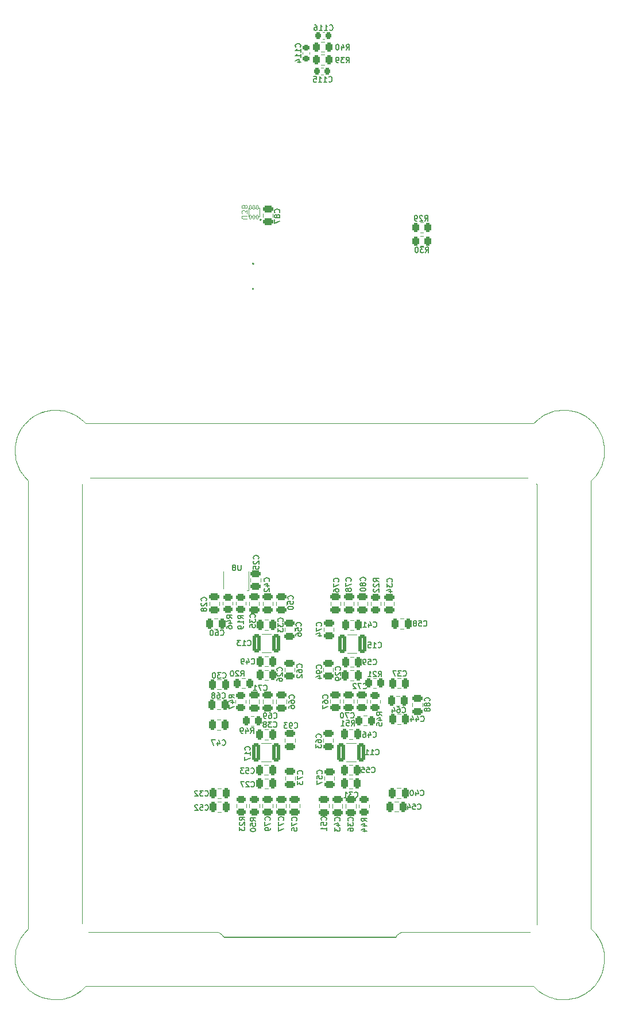
<source format=gbo>
G04 #@! TF.GenerationSoftware,KiCad,Pcbnew,9.0.0-9.0.0-2~ubuntu22.04.1*
G04 #@! TF.CreationDate,2025-03-20T09:25:48+01:00*
G04 #@! TF.ProjectId,nerdqaxe++,6e657264-7161-4786-952b-2b2e6b696361,rev?*
G04 #@! TF.SameCoordinates,Original*
G04 #@! TF.FileFunction,Legend,Bot*
G04 #@! TF.FilePolarity,Positive*
%FSLAX46Y46*%
G04 Gerber Fmt 4.6, Leading zero omitted, Abs format (unit mm)*
G04 Created by KiCad (PCBNEW 9.0.0-9.0.0-2~ubuntu22.04.1) date 2025-03-20 09:25:48*
%MOMM*%
%LPD*%
G01*
G04 APERTURE LIST*
G04 Aperture macros list*
%AMRoundRect*
0 Rectangle with rounded corners*
0 $1 Rounding radius*
0 $2 $3 $4 $5 $6 $7 $8 $9 X,Y pos of 4 corners*
0 Add a 4 corners polygon primitive as box body*
4,1,4,$2,$3,$4,$5,$6,$7,$8,$9,$2,$3,0*
0 Add four circle primitives for the rounded corners*
1,1,$1+$1,$2,$3*
1,1,$1+$1,$4,$5*
1,1,$1+$1,$6,$7*
1,1,$1+$1,$8,$9*
0 Add four rect primitives between the rounded corners*
20,1,$1+$1,$2,$3,$4,$5,0*
20,1,$1+$1,$4,$5,$6,$7,0*
20,1,$1+$1,$6,$7,$8,$9,0*
20,1,$1+$1,$8,$9,$2,$3,0*%
G04 Aperture macros list end*
%ADD10C,0.027881*%
%ADD11C,0.204515*%
%ADD12C,0.150000*%
%ADD13C,0.100000*%
%ADD14C,0.120000*%
%ADD15C,1.500000*%
%ADD16C,5.000000*%
%ADD17C,0.800000*%
%ADD18C,6.400000*%
%ADD19C,4.000000*%
%ADD20C,1.700000*%
%ADD21R,1.000000X1.000000*%
%ADD22O,1.000000X1.000000*%
%ADD23C,1.100000*%
%ADD24R,2.030000X1.730000*%
%ADD25O,2.030000X1.730000*%
%ADD26C,1.600000*%
%ADD27C,2.000000*%
%ADD28O,3.500000X1.750000*%
%ADD29O,1.250000X2.500000*%
%ADD30RoundRect,0.250000X-0.475000X0.250000X-0.475000X-0.250000X0.475000X-0.250000X0.475000X0.250000X0*%
%ADD31RoundRect,0.250000X0.250000X0.475000X-0.250000X0.475000X-0.250000X-0.475000X0.250000X-0.475000X0*%
%ADD32RoundRect,0.250000X-0.262500X-0.450000X0.262500X-0.450000X0.262500X0.450000X-0.262500X0.450000X0*%
%ADD33RoundRect,0.250000X0.262500X0.450000X-0.262500X0.450000X-0.262500X-0.450000X0.262500X-0.450000X0*%
%ADD34RoundRect,0.250000X0.475000X-0.250000X0.475000X0.250000X-0.475000X0.250000X-0.475000X-0.250000X0*%
%ADD35RoundRect,0.250000X-0.450000X0.262500X-0.450000X-0.262500X0.450000X-0.262500X0.450000X0.262500X0*%
%ADD36RoundRect,0.225000X-0.225000X-0.250000X0.225000X-0.250000X0.225000X0.250000X-0.225000X0.250000X0*%
%ADD37RoundRect,0.250000X-0.325000X-1.100000X0.325000X-1.100000X0.325000X1.100000X-0.325000X1.100000X0*%
%ADD38RoundRect,0.250000X0.450000X-0.262500X0.450000X0.262500X-0.450000X0.262500X-0.450000X-0.262500X0*%
%ADD39RoundRect,0.250000X-0.250000X-0.475000X0.250000X-0.475000X0.250000X0.475000X-0.250000X0.475000X0*%
%ADD40RoundRect,0.225000X0.250000X-0.225000X0.250000X0.225000X-0.250000X0.225000X-0.250000X-0.225000X0*%
%ADD41RoundRect,0.250000X0.325000X1.100000X-0.325000X1.100000X-0.325000X-1.100000X0.325000X-1.100000X0*%
%ADD42R,1.000000X0.900000*%
%ADD43RoundRect,0.225000X0.225000X0.250000X-0.225000X0.250000X-0.225000X-0.250000X0.225000X-0.250000X0*%
%ADD44RoundRect,0.050000X0.100000X-0.285000X0.100000X0.285000X-0.100000X0.285000X-0.100000X-0.285000X0*%
G04 APERTURE END LIST*
D10*
X56662405Y-101768373D02*
X56677631Y-101780058D01*
X58331933Y-101899386D02*
X58471798Y-101792097D01*
X132642708Y-181526853D02*
X132596319Y-181527561D01*
X133829369Y-99851691D02*
X133911730Y-100050335D01*
X61810500Y-104946319D02*
X61799878Y-104960128D01*
X52480263Y-178699454D02*
X52289409Y-178328015D01*
X61907875Y-171302187D02*
X61921684Y-171312810D01*
X134415609Y-94928087D02*
X133975339Y-94781849D01*
X131150710Y-101151905D02*
X131158195Y-101169963D01*
X81838465Y-171767106D02*
X82008428Y-171895640D01*
X128347131Y-105029176D02*
X128241258Y-104891081D01*
D11*
X87949581Y-66587600D02*
G75*
G02*
X87745067Y-66587600I-102257J0D01*
G01*
X87745067Y-66587600D02*
G75*
G02*
X87949581Y-66587600I102257J0D01*
G01*
D10*
X134855880Y-181076806D02*
X135309559Y-180843107D01*
X137170136Y-104399960D02*
X137461941Y-103981427D01*
X56415251Y-99681020D02*
X56403566Y-99696246D01*
X131642032Y-174359035D02*
X131626509Y-174370720D01*
X133591156Y-176609623D02*
X133420408Y-176740636D01*
X137332450Y-97039518D02*
X137359786Y-97076698D01*
X62386957Y-171529866D02*
X62559398Y-171552528D01*
X58642469Y-174490048D02*
X58773482Y-174660719D01*
X55653960Y-94942605D02*
X55698221Y-94928087D01*
X131158195Y-176118502D02*
X131083323Y-175937917D01*
X138230419Y-173745045D02*
X138244052Y-173789306D01*
X136018009Y-95745324D02*
X136055479Y-95772589D01*
X137461941Y-103981427D02*
X137435419Y-104019315D01*
X81734717Y-171714701D02*
X81714180Y-171705140D01*
X130815168Y-181276512D02*
X130770833Y-181262702D01*
X52055711Y-177874428D02*
X52289409Y-178328015D01*
X56216961Y-100014218D02*
X56209525Y-100032276D01*
X58133289Y-176930427D02*
X58151348Y-176922991D01*
X61620709Y-170876219D02*
X61627436Y-170892153D01*
X57013661Y-101974098D02*
X57194600Y-102049165D01*
X55742128Y-181237562D02*
X55698221Y-181223045D01*
X136528492Y-105070250D02*
X136881377Y-104701644D01*
X136725436Y-96341255D02*
X136758260Y-96374186D01*
X132725200Y-99127579D02*
X132919184Y-99153074D01*
X131083323Y-175161754D02*
X131165684Y-174963110D01*
X62386957Y-171529866D02*
X62300559Y-171518536D01*
X61694005Y-105097869D02*
X61810500Y-104946319D01*
X57981385Y-181532518D02*
X58486316Y-181459222D01*
X57517529Y-94623571D02*
X57053673Y-94628528D01*
X133896756Y-101188022D02*
X133904245Y-101169963D01*
X51599999Y-175151131D02*
X51659840Y-174737910D01*
X51604956Y-175614988D02*
X51609913Y-176078844D01*
X53296438Y-104768566D02*
X53264570Y-104734928D01*
X130770833Y-94888429D02*
X130327482Y-95024754D01*
X56108964Y-175355795D02*
X56083470Y-175549835D01*
X61620709Y-170876219D02*
X61627436Y-170892153D01*
X58761443Y-101505993D02*
X58880770Y-101350548D01*
X58331933Y-176847925D02*
X58471798Y-176740636D01*
X131626509Y-101780058D02*
X131781735Y-101899386D01*
X57369166Y-177020720D02*
X57388641Y-177023198D01*
X137633284Y-178699454D02*
X137387157Y-179036547D01*
X129493550Y-95431602D02*
X129074896Y-95723371D01*
X132317839Y-177020720D02*
X132337240Y-177023198D01*
X138508804Y-175614988D02*
X138503740Y-176078844D01*
X57757247Y-102077138D02*
X57776368Y-102074660D01*
X61560160Y-105597842D02*
X61584946Y-105408051D01*
X138058120Y-98276350D02*
X137824492Y-97822763D01*
X59786175Y-181126024D02*
X59387117Y-181248893D01*
X131471284Y-101661084D02*
X131340267Y-101490413D01*
X128241258Y-171260051D02*
X128283607Y-171204813D01*
X131233071Y-99851691D02*
X131364087Y-99681020D01*
X58487378Y-101780058D02*
X58331933Y-101899386D01*
X132744601Y-174078951D02*
X132725200Y-174076472D01*
X56083470Y-175549835D02*
X56106485Y-175724401D01*
X62473000Y-104609581D02*
X62559398Y-104598250D01*
X57407761Y-99125101D02*
X57388641Y-99127579D01*
X59081539Y-100601297D02*
X59053212Y-100814458D01*
X131980570Y-174169244D02*
X131962493Y-174176679D01*
X108591956Y-171625470D02*
X108605411Y-171621221D01*
X98357376Y-96603989D02*
X62051635Y-96603989D01*
X137387157Y-179036547D02*
X137359786Y-179074080D01*
X132705803Y-102077138D02*
X132725200Y-102074660D01*
X131340267Y-176438952D02*
X131352179Y-176454532D01*
X131781735Y-99302853D02*
X131980570Y-99220705D01*
X136725436Y-96341255D02*
X136758260Y-96374186D01*
X134030194Y-175549835D02*
X134007210Y-175375270D01*
X58151348Y-99228141D02*
X58331933Y-99302853D01*
X131962493Y-101974098D02*
X132143256Y-102049165D01*
X57776368Y-174076472D02*
X57970408Y-174101967D01*
X138508804Y-100536144D02*
X138503740Y-100072288D01*
X128241258Y-104891081D02*
X128357718Y-105042985D01*
X56595836Y-181445766D02*
X56138353Y-181369283D01*
X52006138Y-173345987D02*
X52189202Y-172970653D01*
X96371682Y-172392426D02*
X107705920Y-172393843D01*
X138508804Y-100536144D02*
X138513832Y-101000000D01*
X138508804Y-175614988D02*
X138513832Y-175151131D01*
X60161509Y-95207818D02*
X60203292Y-95228355D01*
X52480263Y-178699454D02*
X52781238Y-179111614D01*
X108591956Y-171625470D02*
X108707814Y-171592894D01*
X51599999Y-175151131D02*
X51605310Y-175661373D01*
X129952211Y-180942960D02*
X129910514Y-180922777D01*
X56134458Y-175937917D02*
X56202089Y-176100443D01*
X51686396Y-99614451D02*
X51609913Y-100072288D01*
X133975339Y-94781849D02*
X134371582Y-94913216D01*
X137700667Y-172512108D02*
X137408863Y-172093576D01*
X133911730Y-174999227D02*
X133904245Y-174981169D01*
X136528492Y-141376027D02*
X136528492Y-171080882D01*
X133896756Y-176136560D02*
X133979117Y-175937917D01*
X136791049Y-179744016D02*
X136758260Y-179776946D01*
X57194600Y-174101967D02*
X57407761Y-174073994D01*
X52055711Y-98276350D02*
X51894600Y-98760744D01*
X137904056Y-172929225D02*
X138107444Y-173345987D01*
X62559398Y-104598250D02*
X84217941Y-104598250D01*
X56209525Y-174981169D02*
X56134458Y-175161754D01*
X136055479Y-180378543D02*
X136430197Y-180104832D01*
X135680754Y-95498878D02*
X135227074Y-95265534D01*
X51599999Y-101000000D02*
X51673295Y-101504931D01*
X138350597Y-176993809D02*
X138434835Y-176490649D01*
X128034294Y-171418682D02*
X128089496Y-171376192D01*
X57388641Y-102074660D02*
X57582681Y-102100154D01*
X62300559Y-104632596D02*
X62236469Y-104659153D01*
X60245074Y-180902240D02*
X60203292Y-180922777D01*
X57776368Y-174076472D02*
X57582681Y-174050978D01*
X62490351Y-104607456D02*
X62473000Y-104609581D01*
X127620860Y-171541197D02*
X127534639Y-171552528D01*
X138440606Y-174645847D02*
X138447263Y-174691878D01*
X56216961Y-100014218D02*
X56209525Y-100032276D01*
X79886020Y-104598250D02*
X84217941Y-104598250D01*
X53264570Y-171415850D02*
X53585374Y-171080882D01*
X128473293Y-105274913D02*
X128466636Y-105258625D01*
X82319318Y-172238044D02*
X82407840Y-172393843D01*
X56415251Y-174629559D02*
X56403566Y-174645139D01*
X133435931Y-99422181D02*
X133280705Y-99302853D01*
X133099947Y-174176679D02*
X133280705Y-174251746D01*
X56111797Y-175336320D02*
X56108964Y-175355795D01*
X51604602Y-100582530D02*
X51604956Y-100536144D01*
X58440284Y-94685183D02*
X57981385Y-94618614D01*
X57031719Y-99220705D02*
X57013661Y-99228141D01*
X104840174Y-172237690D02*
X95056951Y-172246542D01*
X137924416Y-103180125D02*
X137904056Y-103221907D01*
X107806233Y-172213258D02*
X107820503Y-172190950D01*
X81508455Y-171621221D02*
X81521910Y-171625470D01*
X51763233Y-99156969D02*
X51894600Y-98760744D01*
X58151348Y-99228141D02*
X57970408Y-99153074D01*
X56138353Y-181369283D02*
X56641868Y-181453556D01*
X137170136Y-104399960D02*
X136881377Y-104701644D01*
X130327482Y-181126024D02*
X129952211Y-180942960D01*
X56134458Y-175161754D02*
X56111797Y-175336320D01*
X131214184Y-181399381D02*
X131719217Y-181472677D01*
X58151348Y-101974098D02*
X58331933Y-101899386D01*
X130770833Y-181262702D02*
X131214184Y-181399381D01*
X138380695Y-101918152D02*
X138453920Y-101413222D01*
X81838465Y-171767106D02*
X81833862Y-171764273D01*
X131642032Y-99410142D02*
X131626509Y-99422181D01*
X57582681Y-102100154D02*
X57369166Y-102071827D01*
X58948047Y-176136560D02*
X58955483Y-176118502D01*
X138453920Y-101413222D02*
X138447263Y-101458899D01*
X128466636Y-105258625D02*
X128499920Y-105339003D01*
X82102970Y-171969290D02*
X81969832Y-171866959D01*
X128430767Y-179900169D02*
X128397234Y-179867947D01*
X54804147Y-95308025D02*
X54845576Y-95286779D01*
X61694005Y-171052909D02*
X61620709Y-170876219D01*
X131673306Y-94685183D02*
X132132424Y-94618614D01*
X58955483Y-101169963D02*
X58948047Y-101188022D01*
X56111797Y-100387781D02*
X56108964Y-100407256D01*
X56391527Y-176438952D02*
X56403566Y-176454532D01*
X57582681Y-102100154D02*
X57757247Y-102077138D01*
X81508455Y-171621221D02*
X81415683Y-171595019D01*
X131471284Y-174490048D02*
X131364087Y-174629559D01*
X127793265Y-104632596D02*
X127970026Y-104705539D01*
X138427186Y-176536326D02*
X138503740Y-176078844D01*
X131032246Y-100601297D02*
X131060339Y-100387781D01*
X133081870Y-101981534D02*
X133099947Y-101974098D01*
X51604956Y-175614988D02*
X51599999Y-175151131D01*
X129151015Y-180480521D02*
X129112954Y-180453964D01*
X51609913Y-176078844D02*
X51694186Y-176582004D01*
X62059779Y-171418682D02*
X61907875Y-171302187D01*
X57563915Y-181527915D02*
X57517529Y-181527561D01*
X136528492Y-141376027D02*
X136528492Y-105070250D01*
X128283607Y-171204813D02*
X128294195Y-171191003D01*
X58394607Y-94678455D02*
X58440284Y-94685183D01*
X61990731Y-104785209D02*
X62059779Y-104732095D01*
X128241258Y-171260051D02*
X128089496Y-171376192D01*
X59053212Y-100814458D02*
X59056044Y-100794983D01*
X57582681Y-99102085D02*
X57407761Y-99125101D01*
X58761443Y-174645139D02*
X58642469Y-174490048D01*
X133829369Y-101350548D02*
X133698353Y-101521219D01*
X55257735Y-95074326D02*
X54804147Y-95308025D01*
X53232347Y-171449488D02*
X53264570Y-171415850D01*
X131471284Y-176609623D02*
X131340267Y-176438952D01*
X56550159Y-94712802D02*
X56595836Y-94705012D01*
X57053673Y-94628528D02*
X56550159Y-94712802D01*
X132919184Y-99153074D02*
X132744601Y-99130412D01*
X51733136Y-101918152D02*
X51883270Y-102405733D01*
X56833075Y-174251746D02*
X57031719Y-174169244D01*
X133280705Y-99302853D02*
X133451454Y-99433866D01*
X131471284Y-174490048D02*
X131642032Y-174359035D01*
X132337240Y-174076472D02*
X132143256Y-174101967D01*
X130726497Y-94901885D02*
X130770833Y-94888429D01*
X136092963Y-180350924D02*
X136055479Y-180378543D01*
X53585374Y-171080882D02*
X53585374Y-138075566D01*
X58487378Y-99422181D02*
X58642469Y-99541155D01*
X137359786Y-97076698D02*
X137086288Y-96702072D01*
X133081870Y-176930427D02*
X133099947Y-176922991D01*
X134007210Y-175375270D02*
X134004657Y-175355795D01*
X122604662Y-171552528D02*
X121372185Y-171552528D01*
X131471284Y-99541155D02*
X131642032Y-99410142D01*
X56284238Y-99851691D02*
X56415251Y-99681020D01*
X109047278Y-171552528D02*
X122604662Y-171552528D01*
X53585374Y-138075566D02*
X53585374Y-134775105D01*
X135309559Y-180843107D02*
X135268315Y-180864353D01*
X58899537Y-94751751D02*
X59298595Y-94874620D01*
X54020903Y-95799854D02*
X54058082Y-95772589D01*
X133563534Y-181437976D02*
X133517775Y-181445766D01*
D11*
X86810972Y-76757600D02*
G75*
G02*
X86606458Y-76757600I-102257J0D01*
G01*
X86606458Y-76757600D02*
G75*
G02*
X86810972Y-76757600I102257J0D01*
G01*
D10*
X136881377Y-104701644D02*
X136849296Y-104734928D01*
X61571490Y-170639333D02*
X61560160Y-170553290D01*
X56111797Y-100387781D02*
X56108964Y-100407256D01*
X133722173Y-174660719D02*
X133710261Y-174645139D01*
X56138353Y-94781849D02*
X56550159Y-94712802D01*
X54433062Y-95498878D02*
X54020903Y-95799854D01*
X53296438Y-104768566D02*
X53264570Y-104734928D01*
X131781735Y-174251746D02*
X131980570Y-174169244D01*
X131781731Y-99302853D02*
X131642032Y-99410142D01*
X137924416Y-103180125D02*
X137904056Y-103221907D01*
X134030194Y-100601297D02*
X134002101Y-100814458D01*
X59058523Y-175375270D02*
X59056044Y-175355795D01*
X56693210Y-99410142D02*
X56677631Y-99422181D01*
X55742128Y-181237562D02*
X55698221Y-181223045D01*
X58880770Y-176299441D02*
X58948047Y-176136560D01*
X53388146Y-179809522D02*
X53355570Y-179776946D01*
X107794371Y-172238044D02*
X104840174Y-172237690D01*
X135268315Y-180864353D02*
X135680754Y-180651899D01*
X132725200Y-177023198D02*
X132919184Y-176997704D01*
X127534639Y-171552528D02*
X121372185Y-171552528D01*
X57194600Y-102049165D02*
X57369166Y-102071827D01*
X131233071Y-101350548D02*
X131340267Y-101490413D01*
X131158195Y-101169963D02*
X131233071Y-101350548D01*
X53355570Y-96374186D02*
X53027330Y-96702072D01*
X138453920Y-101413222D02*
X138447263Y-101458899D01*
X128034294Y-104732095D02*
X127970026Y-104705539D01*
X138509300Y-175568602D02*
X138508804Y-175614988D01*
X57517529Y-181527561D02*
X57981385Y-181532518D01*
X56677631Y-99422181D02*
X56833075Y-99302853D01*
X55257735Y-181076806D02*
X55742128Y-181237562D01*
X52412986Y-103638669D02*
X52704755Y-104057556D01*
X61810500Y-104946319D02*
X61799878Y-104960128D01*
X62059779Y-104732095D02*
X62004541Y-104774586D01*
X132725200Y-102074660D02*
X132531220Y-102100154D01*
X132919184Y-176997704D02*
X133081870Y-176930427D01*
X56415251Y-174629559D02*
X56403566Y-174645139D01*
X133911730Y-100050335D02*
X133904245Y-100032276D01*
X131083323Y-100213215D02*
X131165684Y-100014218D01*
X108944876Y-171561734D02*
X108965342Y-171559964D01*
X131158195Y-176118502D02*
X131233071Y-176299441D01*
X128062160Y-96603989D02*
X128363738Y-96315053D01*
X58502604Y-99433866D02*
X58487378Y-99422181D01*
X59053212Y-100814458D02*
X59056044Y-100794983D01*
X53683456Y-180104832D02*
X54095616Y-180405808D01*
X56522540Y-99541155D02*
X56693210Y-99410142D01*
X137904056Y-103221907D02*
X138107444Y-102804791D01*
X128732344Y-180188751D02*
X128430767Y-179900169D01*
X58440284Y-181465949D02*
X57981385Y-181532518D01*
X81521910Y-171625470D02*
X81714180Y-171705140D01*
X62051635Y-96603989D02*
X95056951Y-96603989D01*
X132337240Y-177023198D02*
X132143256Y-176997704D01*
X79886020Y-104598250D02*
X62559398Y-104598250D01*
X131962493Y-174176679D02*
X132143256Y-174101967D01*
X108399509Y-171705140D02*
X108591956Y-171625470D01*
X129074896Y-95723371D02*
X129112957Y-95696814D01*
X134855880Y-181076806D02*
X134459637Y-181208527D01*
X56106485Y-175724401D02*
X56108964Y-175743876D01*
X56138353Y-94781849D02*
X55653960Y-94942605D01*
X54058082Y-95772589D02*
X53683456Y-96045945D01*
X128400067Y-171052909D02*
X128426695Y-170988465D01*
X127793265Y-104632596D02*
X127724324Y-104623390D01*
X134007210Y-100426377D02*
X134004657Y-100407256D01*
X56391527Y-101490413D02*
X56403566Y-101505993D01*
X51678960Y-99660483D02*
X51686396Y-99614451D01*
X53585374Y-105070250D02*
X53296438Y-104768566D01*
X131340267Y-101490413D02*
X131352179Y-101505993D01*
X138257720Y-102317210D02*
X138244052Y-102361472D01*
X132919184Y-174101967D02*
X132744601Y-174078951D01*
X52268164Y-97864191D02*
X52055711Y-98276350D01*
X136791049Y-179744016D02*
X136758260Y-179776946D01*
X137359786Y-179074080D02*
X137086288Y-179448706D01*
X62236469Y-104659153D02*
X62220535Y-104665881D01*
X81405769Y-171592894D02*
X81415683Y-171595019D01*
X52268164Y-178286941D02*
X52480263Y-178699454D01*
X133280705Y-101899386D02*
X133280709Y-101899386D01*
X131610986Y-176716912D02*
X131626509Y-176728951D01*
X131083323Y-100989024D02*
X131150710Y-101151905D01*
X132744601Y-99130412D02*
X132725200Y-99127579D01*
X56202089Y-101151905D02*
X56209525Y-101169963D01*
X56995602Y-101966663D02*
X57013661Y-101974098D01*
X60203292Y-180922777D02*
X60620054Y-180719176D01*
X133118023Y-174184469D02*
X133099947Y-174176679D01*
X52006138Y-102804791D02*
X51883270Y-102405733D01*
X81148346Y-171559964D02*
X81168884Y-171561734D01*
X131032246Y-175549835D02*
X131060339Y-175336320D01*
X81969832Y-171866959D02*
X82008428Y-171895640D01*
X132705803Y-102077138D02*
X132725200Y-102074660D01*
X57013661Y-174176679D02*
X56833075Y-174251746D01*
X133979117Y-100989024D02*
X134002101Y-100814458D01*
X127970026Y-104705539D02*
X127953951Y-104698811D01*
X133829369Y-174800230D02*
X133911730Y-174999227D01*
X51894600Y-98760744D02*
X51909472Y-98716837D01*
X133975339Y-181369283D02*
X134459637Y-181208527D01*
X58761443Y-176454532D02*
X58642469Y-176609623D01*
X131364087Y-174629559D02*
X131352179Y-174645139D01*
X51599999Y-101000000D02*
X51604602Y-100582530D01*
X108399509Y-171705140D02*
X108379184Y-171714701D01*
X134004657Y-100794983D02*
X133979117Y-100989024D01*
X129112957Y-95696814D02*
X129493550Y-95431602D01*
X135227074Y-95265534D02*
X135268319Y-95286779D01*
X132143256Y-176997704D02*
X131944417Y-176915201D01*
X58486316Y-181459222D02*
X58440284Y-181465949D01*
X133904245Y-101169963D02*
X133896756Y-101188022D01*
X61594152Y-170811774D02*
X61620709Y-170876219D01*
X74897265Y-171552528D02*
X62559398Y-171552528D01*
X58169406Y-99235576D02*
X58151348Y-99228141D01*
X52943765Y-171750818D02*
X53232347Y-171449488D01*
X128473293Y-105274913D02*
X128466636Y-105258625D01*
X61594152Y-170811774D02*
X61569012Y-170622337D01*
X51686396Y-176536326D02*
X51609913Y-176078844D01*
X58502604Y-99433866D02*
X58487378Y-99422181D01*
X138447263Y-174691878D02*
X138380695Y-174232625D01*
X56522540Y-99541155D02*
X56415251Y-99681020D01*
X51609913Y-100072288D02*
X51604602Y-100582530D01*
X59030550Y-175161754D02*
X58962919Y-174999227D01*
X53585374Y-138075566D02*
X53585374Y-134775105D01*
X59056044Y-100794983D02*
X59081539Y-100601297D01*
X131781735Y-174251746D02*
X131642032Y-174359035D01*
X133451454Y-174382759D02*
X133435931Y-174370720D01*
X137408863Y-172093576D02*
X137435419Y-172131463D01*
X61852637Y-171260051D02*
X61736142Y-171108147D01*
X58880770Y-174800230D02*
X58773482Y-174660719D01*
X57582681Y-99102085D02*
X57795843Y-99130412D01*
X58955483Y-100032276D02*
X59030550Y-100213215D01*
X56403566Y-176454532D02*
X56284238Y-176299441D01*
X82102970Y-171969290D02*
X82097304Y-171963625D01*
X130327482Y-181126024D02*
X130815168Y-181276512D01*
X57970408Y-176997704D02*
X57757247Y-177025677D01*
X52246919Y-97905265D02*
X52268164Y-97864191D01*
X59056044Y-100407256D02*
X59081539Y-100601297D01*
X81066552Y-171552528D02*
X74897265Y-171552528D01*
X134004657Y-175355795D02*
X133979117Y-175161754D01*
X59030550Y-100989024D02*
X58955483Y-101169963D01*
X51909472Y-98716837D02*
X52055711Y-98276350D01*
X59387117Y-181248893D02*
X59342856Y-181262702D01*
X58331933Y-99302853D02*
X58502604Y-99433866D01*
X128397270Y-96283185D02*
X128062160Y-96603989D01*
X131055230Y-100775862D02*
X131057783Y-100794983D01*
X58761443Y-101505993D02*
X58642469Y-101661084D01*
X133710261Y-176454532D02*
X133591156Y-176609623D01*
X52209739Y-103221907D02*
X52006138Y-102804791D01*
X133280705Y-101899386D02*
X133081870Y-101981534D01*
X51659840Y-174737910D02*
X51666567Y-174691878D01*
X108279827Y-171764273D02*
X108143750Y-171866959D01*
X131083323Y-175937917D02*
X131055230Y-175724401D01*
X51869814Y-173789306D02*
X51733136Y-174232625D01*
X137387157Y-179036547D02*
X137359786Y-179074080D01*
X109047278Y-171552528D02*
X108965342Y-171559964D01*
X137408863Y-172093576D02*
X137435419Y-172131463D01*
X133904245Y-176118502D02*
X133829369Y-176299441D01*
X138204358Y-98716837D02*
X138058120Y-98276350D01*
X128522617Y-105511445D02*
X128533948Y-105597842D01*
X132143256Y-99153074D02*
X132356637Y-99125101D01*
X133517775Y-181445766D02*
X133975339Y-181369283D01*
X133904245Y-174981169D02*
X133979117Y-175161754D01*
X133451454Y-174382759D02*
X133435931Y-174370720D01*
X133911730Y-174999227D02*
X133904245Y-174981169D01*
X56677631Y-176728951D02*
X56522540Y-176609623D01*
X132356637Y-99125101D02*
X132337240Y-99127579D01*
X131962493Y-99228141D02*
X132143256Y-99153074D01*
X138107444Y-102804791D02*
X138257720Y-102317210D01*
X82097304Y-171963625D02*
X82277889Y-172170767D01*
X128103270Y-171365923D02*
X128241258Y-171260051D01*
X57970408Y-174101967D02*
X57795843Y-174078951D01*
X127970026Y-104705539D02*
X127953951Y-104698811D01*
X128294195Y-171191003D02*
X128400067Y-171052909D01*
X52753974Y-179074080D02*
X53027330Y-179448706D01*
X132549930Y-94623217D02*
X132596319Y-94623571D01*
X133710261Y-101505993D02*
X133829369Y-101350548D01*
X137086288Y-179448706D02*
X136791049Y-179744016D01*
X56108964Y-175743876D02*
X56134458Y-175937917D01*
X133435931Y-101780058D02*
X133280705Y-101899386D01*
X137332450Y-97039518D02*
X137359786Y-97076698D01*
X131083323Y-100213215D02*
X131060339Y-100387781D01*
X62300559Y-171518536D02*
X62369606Y-171527742D01*
X133698353Y-101521219D02*
X133710261Y-101505993D01*
X134004657Y-100407256D02*
X134030194Y-100601297D01*
X132725200Y-174076472D02*
X132919184Y-174101967D01*
X52189202Y-172970653D02*
X52209739Y-172929225D01*
X52678199Y-172131463D02*
X52412986Y-172512108D01*
X128426695Y-170988465D02*
X128433351Y-170972531D01*
X134004657Y-175743876D02*
X134030194Y-175549835D01*
X56106485Y-175724401D02*
X56108964Y-175743876D01*
X61799878Y-104960128D02*
X61852637Y-104891081D01*
X131060339Y-100387781D02*
X131057783Y-100407256D01*
X56677631Y-101780058D02*
X56522540Y-101661084D01*
X58331933Y-176847925D02*
X58133289Y-176930427D01*
X81833862Y-171764273D02*
X81734717Y-171714701D01*
X134004657Y-100794983D02*
X134030194Y-100601297D01*
X133710261Y-174645139D02*
X133829369Y-174800230D01*
X59298595Y-94874620D02*
X59342856Y-94888429D01*
X131032246Y-100601297D02*
X131055230Y-100775862D01*
X56106485Y-100775862D02*
X56108964Y-100794983D01*
X136018009Y-95745324D02*
X136055479Y-95772589D01*
X82277889Y-172170767D02*
X82247438Y-172135004D01*
X61381345Y-95962381D02*
X61683028Y-96250963D01*
X61569012Y-170622337D02*
X61571490Y-170639333D01*
X60203292Y-95228355D02*
X60620054Y-95431602D01*
X131673302Y-181465949D02*
X131214184Y-181399381D01*
X52209739Y-103221907D02*
X52412986Y-103638669D01*
X128732379Y-95962381D02*
X128363738Y-96315053D01*
X128089496Y-171376192D02*
X128103270Y-171365923D01*
X59342856Y-181262702D02*
X58899537Y-181399381D01*
X135268315Y-180864353D02*
X134855880Y-181076806D01*
X128433351Y-170972531D02*
X128400067Y-171052909D01*
X58394607Y-94678455D02*
X58440284Y-94685183D01*
X56284238Y-176299441D02*
X56202089Y-176100443D01*
X61736142Y-171108147D02*
X61746764Y-171121956D01*
X52704755Y-104057556D02*
X52678199Y-104019315D01*
X133904245Y-176118502D02*
X133896756Y-176136560D01*
X61683028Y-96250963D02*
X61716313Y-96283185D01*
X56284238Y-176299441D02*
X56391527Y-176438952D01*
X131158195Y-174981169D02*
X131233071Y-174800230D01*
X53264570Y-104734928D02*
X53585374Y-105070250D01*
X133979117Y-100213215D02*
X133911730Y-100050335D01*
X56134458Y-100989024D02*
X56106485Y-100775862D01*
X56662405Y-176716912D02*
X56677631Y-176728951D01*
X136817216Y-171382211D02*
X136849296Y-171415850D01*
X57471143Y-94623925D02*
X57517529Y-94623571D01*
X56833075Y-99302853D02*
X56693210Y-99410142D01*
X133979117Y-100989024D02*
X133904245Y-101169963D01*
X133979117Y-175161754D02*
X134007210Y-175375270D01*
X54845576Y-95286779D02*
X55257735Y-95074326D01*
X131610986Y-101768373D02*
X131626509Y-101780058D01*
X57388641Y-99127579D02*
X57582681Y-99102085D01*
X108698112Y-171595019D02*
X108605411Y-171621221D01*
X133829369Y-99851691D02*
X133722173Y-99711826D01*
X57757247Y-102077138D02*
X57776368Y-102074660D01*
X137700667Y-103638669D02*
X137924416Y-103180125D01*
X56403566Y-174645139D02*
X56284238Y-174800230D01*
X128062160Y-96603989D02*
X95056951Y-96603989D01*
X129868820Y-95248538D02*
X129910517Y-95228355D01*
X133280709Y-99302853D02*
X133118023Y-99235576D01*
X59056044Y-100794983D02*
X59030550Y-100989024D01*
X91756490Y-179547143D02*
X95056951Y-179547143D01*
X57471143Y-94623925D02*
X57517529Y-94623571D01*
X58642469Y-176609623D02*
X58749758Y-176470112D01*
X128433351Y-170972531D02*
X128499920Y-170811774D01*
X108143750Y-171866959D02*
X108105225Y-171895640D01*
X56134458Y-100989024D02*
X56202089Y-101151905D01*
X127620860Y-171541197D02*
X127793265Y-171518536D01*
X138058120Y-98276350D02*
X138189734Y-98672575D01*
X61381345Y-95962381D02*
X60962812Y-95670257D01*
X96371682Y-172392426D02*
X104840174Y-172237690D01*
X131150710Y-101151905D02*
X131158195Y-101169963D01*
X93739387Y-172392426D02*
X85255421Y-172237690D01*
X133060214Y-181522249D02*
X132642708Y-181526853D01*
X133975339Y-181369283D02*
X133563534Y-181437976D01*
X133829369Y-174800230D02*
X133722173Y-174660719D01*
X54845576Y-180864353D02*
X54433062Y-180651899D01*
X131083323Y-175161754D02*
X131060339Y-175336320D01*
X131626509Y-176728951D02*
X131781735Y-176847925D01*
X54095616Y-180405808D02*
X54058082Y-180378543D01*
X51666567Y-174691878D02*
X51733136Y-174232625D01*
X85255421Y-172237690D02*
X95056951Y-172246542D01*
X127724324Y-104623390D02*
X127707080Y-104620912D01*
X61716313Y-179867947D02*
X61381345Y-180188751D01*
X62220535Y-104665881D02*
X62059779Y-104732095D01*
X121372185Y-171552528D02*
X122604662Y-171552528D01*
X132337240Y-102074660D02*
X132531220Y-102100154D01*
X57194600Y-99153074D02*
X57407761Y-99125101D01*
X128186056Y-104848591D02*
X128172282Y-104837968D01*
X56108964Y-100794983D02*
X56134458Y-100989024D01*
X138509300Y-175568602D02*
X138508804Y-175614988D01*
X57194600Y-176997704D02*
X57369166Y-177020720D01*
X136881377Y-104701644D02*
X136849296Y-104734928D01*
X131165684Y-100014218D02*
X131158195Y-100032276D01*
X58169406Y-174184469D02*
X58151348Y-174176679D01*
X57194600Y-176997704D02*
X56995602Y-176915201D01*
X133591156Y-174490048D02*
X133722173Y-174660719D01*
X58642469Y-99541155D02*
X58773482Y-99711826D01*
X138513832Y-101000000D02*
X138453920Y-101413222D01*
X58761443Y-176454532D02*
X58880770Y-176299441D01*
X136758260Y-179776946D02*
X137086288Y-179448706D01*
X133435931Y-176728951D02*
X133591156Y-176609623D01*
X132317839Y-102071827D02*
X132337240Y-102074660D01*
X52704755Y-104057556D02*
X52678199Y-104019315D01*
X53585374Y-171080882D02*
X53232347Y-171449488D01*
X61627436Y-170892153D02*
X61694005Y-171052909D01*
X130770833Y-94888429D02*
X131214184Y-94751751D01*
X131352179Y-176454532D02*
X131471284Y-176609623D01*
X132919184Y-176997704D02*
X132705803Y-177025677D01*
X128089496Y-171376192D02*
X128103270Y-171365923D01*
X56403566Y-176454532D02*
X56522540Y-176609623D01*
X131060339Y-175336320D02*
X131057783Y-175355795D01*
X129493550Y-180719176D02*
X129151015Y-180480521D01*
X76131264Y-171552528D02*
X74897265Y-171552528D01*
X56083470Y-175549835D02*
X56111797Y-175336320D01*
X52189202Y-172970653D02*
X52209739Y-172929225D01*
X133451454Y-99433866D02*
X133435931Y-99422181D01*
X137086288Y-96702072D02*
X137332450Y-97039518D01*
X108016526Y-171963625D02*
X108105225Y-171895640D01*
X137435419Y-172131463D02*
X137700667Y-172512108D01*
X52268164Y-97864191D02*
X52480263Y-97451678D01*
X81415683Y-171595019D02*
X81148346Y-171559964D01*
X131626509Y-99422181D02*
X131781735Y-99302853D01*
X132596319Y-181527561D02*
X132132424Y-181532518D01*
X132132424Y-94618614D02*
X131627391Y-94691910D01*
X133081870Y-101981534D02*
X133099947Y-101974098D01*
X58133289Y-176930427D02*
X58151348Y-176922991D01*
X58955483Y-100032276D02*
X58880770Y-99851691D01*
X128357718Y-105042985D02*
X128347131Y-105029176D01*
X56662405Y-101768373D02*
X56677631Y-101780058D01*
X128062125Y-179547143D02*
X128430767Y-179900169D01*
X133517778Y-94705012D02*
X133975339Y-94781849D01*
X131980570Y-99220705D02*
X131962493Y-99228141D01*
X55257735Y-181076806D02*
X54886650Y-180885598D01*
X56833075Y-174251746D02*
X56693210Y-174359035D01*
X52006138Y-102804791D02*
X52229922Y-103263690D01*
X132531220Y-174050978D02*
X132744601Y-174078951D01*
X136758260Y-179776946D02*
X136430197Y-180104832D01*
X58487378Y-101780058D02*
X58642469Y-101661084D01*
X128533948Y-127249658D02*
X128533948Y-122919153D01*
X133099947Y-174176679D02*
X132919184Y-174101967D01*
X52781238Y-179111614D02*
X52753974Y-179074080D01*
X56209525Y-176118502D02*
X56134458Y-175937917D01*
X52055711Y-177874428D02*
X51923990Y-177478202D01*
X137883731Y-172887442D02*
X137904056Y-172929225D01*
X59342856Y-94888429D02*
X59786175Y-95024754D01*
X127793265Y-171518536D02*
X127603615Y-171543322D01*
X136528492Y-171080882D02*
X136528492Y-138075566D01*
X51763233Y-176993809D02*
X51694186Y-176582004D01*
X138434835Y-176490649D02*
X138427186Y-176536326D01*
X138189734Y-98672575D02*
X138204358Y-98716837D01*
X61852637Y-104891081D02*
X62004541Y-104774586D01*
X62490351Y-104607456D02*
X62473000Y-104609581D01*
X134004657Y-175355795D02*
X134030194Y-175549835D01*
X59030550Y-175161754D02*
X59058523Y-175375270D01*
X108010684Y-171969290D02*
X108016526Y-171963625D01*
X131944417Y-176915201D02*
X131962493Y-176922991D01*
X56108964Y-100407256D02*
X56083470Y-100601297D01*
X129910517Y-95228355D02*
X130327482Y-95024754D01*
X51909472Y-177434295D02*
X51763233Y-176993809D01*
X56403566Y-99696246D02*
X56522540Y-99541155D01*
X61660721Y-105178247D02*
X61694005Y-105097869D01*
X81415683Y-171595019D02*
X81405769Y-171592894D01*
X136849296Y-171415850D02*
X137170136Y-171750818D01*
X51694186Y-176582004D02*
X51686396Y-176536326D01*
X60161509Y-95207818D02*
X60203292Y-95228355D01*
X132531220Y-102100154D02*
X132317839Y-102071827D01*
X127857568Y-171491979D02*
X127873608Y-171485251D01*
X137170136Y-171750818D02*
X136817216Y-171382211D01*
X134415609Y-181223045D02*
X134855880Y-181076806D01*
X131944417Y-101966663D02*
X131962493Y-101974098D01*
X137845702Y-178286941D02*
X137633284Y-178699454D01*
X127603615Y-171543322D02*
X127620860Y-171541197D01*
X137086288Y-96702072D02*
X136725436Y-96341255D01*
X108605411Y-171621221D02*
X108379184Y-171714701D01*
X62140157Y-171451967D02*
X62059779Y-171418682D01*
X108105225Y-171895640D02*
X108143750Y-171866959D01*
X62140157Y-171451967D02*
X62300559Y-171518536D01*
X62004541Y-104774586D02*
X61990731Y-104785209D01*
X57407761Y-174073994D02*
X57388641Y-174076472D01*
X132531220Y-177048693D02*
X132317839Y-177020720D01*
X128533948Y-170553290D02*
X128508985Y-170743081D01*
X51894600Y-98760744D02*
X51909472Y-98716837D01*
X57776368Y-177023198D02*
X57970408Y-176997704D01*
X138427186Y-176536326D02*
X138350597Y-176993809D01*
X128533948Y-122919153D02*
X128533948Y-127249658D01*
X129112954Y-180453964D02*
X128732344Y-180188751D01*
X108105225Y-171895640D02*
X108275330Y-171767106D01*
X133911730Y-100050335D02*
X133904245Y-100032276D01*
X127953951Y-104698811D02*
X127793265Y-104632596D01*
X138440606Y-174645847D02*
X138447263Y-174691878D01*
X127603615Y-171543322D02*
X127620860Y-171541197D01*
X138419503Y-99568774D02*
X138427186Y-99614451D01*
X133517778Y-94705012D02*
X133060214Y-94628528D01*
X53683456Y-96045945D02*
X54020903Y-95799854D01*
X128499920Y-170811774D02*
X128508985Y-170743081D01*
X138434835Y-176490649D02*
X138427186Y-176536326D01*
X95056951Y-179547143D02*
X128062125Y-179547143D01*
X95056951Y-172393489D02*
X96371682Y-172392426D01*
X133904245Y-100032276D02*
X133979117Y-100213215D01*
X128363738Y-96315053D02*
X128397270Y-96283185D01*
X62300559Y-104632596D02*
X62490351Y-104607456D01*
X56677631Y-174370720D02*
X56522540Y-174490048D01*
X52678199Y-104019315D02*
X52943765Y-104399960D01*
X138513832Y-175151131D02*
X138509300Y-175568602D01*
X54058082Y-95772589D02*
X54433062Y-95498878D01*
X82407840Y-172393843D02*
X93739387Y-172392426D01*
X133420408Y-176740636D02*
X133435931Y-176728951D01*
X132337240Y-102074660D02*
X132143256Y-102049165D01*
X134002101Y-175763351D02*
X134004657Y-175743876D01*
X62123869Y-171445239D02*
X62140157Y-171451967D01*
X127953951Y-104698811D02*
X128034294Y-104732095D01*
X61560160Y-148901474D02*
X61560160Y-105597842D01*
X136092963Y-180350924D02*
X136055479Y-180378543D01*
X107820503Y-172190950D02*
X107794371Y-172238044D01*
X59342856Y-94888429D02*
X58899537Y-94751751D01*
X104840174Y-172237690D02*
X96371682Y-172392426D01*
X134855880Y-95074326D02*
X134371582Y-94913216D01*
X129493550Y-180719176D02*
X129952211Y-180942960D01*
X56216961Y-174963110D02*
X56209525Y-174981169D01*
X128524883Y-105528795D02*
X128522617Y-105511445D01*
X132337240Y-99127579D02*
X132143256Y-99153074D01*
X128430767Y-179900169D02*
X128397234Y-179867947D01*
X128186056Y-104848591D02*
X128172282Y-104837968D01*
X134007210Y-175375270D02*
X134004657Y-175355795D01*
X128732344Y-180188751D02*
X129151015Y-180480521D01*
X59081539Y-175549835D02*
X59053212Y-175763351D01*
X56138353Y-181369283D02*
X55742128Y-181237562D01*
X85255421Y-172237690D02*
X82319318Y-172238044D01*
X138419503Y-99568774D02*
X138427186Y-99614451D01*
X58331933Y-174251746D02*
X58169406Y-174184469D01*
X52055711Y-98276350D02*
X52246919Y-97905265D01*
X58642469Y-101661084D02*
X58471798Y-101792097D01*
X58642469Y-101661084D02*
X58749758Y-101521219D01*
X133472020Y-94697576D02*
X133517778Y-94705012D01*
X51678960Y-99660483D02*
X51686396Y-99614451D01*
X58642469Y-99541155D02*
X58502604Y-99433866D01*
X81405769Y-171592894D02*
X81521910Y-171625470D01*
X133280705Y-174251746D02*
X133118023Y-174184469D01*
X132143256Y-99153074D02*
X131980570Y-99220705D01*
X133420408Y-101792097D02*
X133435931Y-101780058D01*
X137866947Y-178245513D02*
X137845702Y-178286941D01*
X131471284Y-99541155D02*
X131364087Y-99681020D01*
X138107444Y-173345987D02*
X137883731Y-172887442D01*
X51909472Y-177434295D02*
X52055711Y-177874428D01*
X137633284Y-178699454D02*
X137866947Y-178245513D01*
X56209525Y-100032276D02*
X56134458Y-100213215D01*
X56522540Y-101661084D02*
X56662405Y-101768373D01*
X61907875Y-171302187D02*
X61921684Y-171312810D01*
X62051635Y-96603989D02*
X61683028Y-96250963D01*
X59030550Y-175937917D02*
X59053212Y-175763351D01*
X56403566Y-174645139D02*
X56522540Y-174490048D01*
X131781735Y-176847925D02*
X131610986Y-176716912D01*
X132143256Y-176997704D02*
X132317839Y-177020720D01*
X131944417Y-101966663D02*
X131962493Y-101974098D01*
X132531220Y-177048693D02*
X132705803Y-177025677D01*
X130815168Y-181276512D02*
X130770833Y-181262702D01*
X132337240Y-177023198D02*
X132531220Y-177048693D01*
X133435931Y-176728951D02*
X133280705Y-176847925D01*
X82008428Y-171895640D02*
X81969832Y-171866959D01*
X58761443Y-99696246D02*
X58642469Y-99541155D01*
X62059779Y-171418682D02*
X62123869Y-171445239D01*
X132531220Y-102100154D02*
X132705803Y-102077138D01*
X62559398Y-104598250D02*
X62490351Y-104607456D01*
X56108964Y-100794983D02*
X56083470Y-100601297D01*
X61667448Y-105162313D02*
X61660721Y-105178247D01*
X128103270Y-171365923D02*
X128034294Y-171418682D01*
X138058120Y-177874428D02*
X138218982Y-177390034D01*
X57970408Y-176997704D02*
X58133289Y-176930427D01*
X134459637Y-181208527D02*
X134415609Y-181223045D01*
X133710261Y-101505993D02*
X133591156Y-101661084D01*
X81714180Y-171705140D02*
X81734717Y-171714701D01*
X131057783Y-175743876D02*
X131083323Y-175937917D01*
X59058523Y-100426377D02*
X59056044Y-100407256D01*
X133979117Y-100213215D02*
X134007210Y-100426377D01*
X133829369Y-176299441D02*
X133698353Y-176470112D01*
X133829369Y-101350548D02*
X133896756Y-101188022D01*
X91756490Y-179547143D02*
X62051635Y-179547143D01*
X57795843Y-174078951D02*
X57776368Y-174076472D01*
X133099947Y-101974098D02*
X132919184Y-102049165D01*
X52229922Y-103263690D02*
X52209739Y-103221907D01*
X56677631Y-176728951D02*
X56833075Y-176847925D01*
X53027330Y-179448706D02*
X53388146Y-179809522D01*
X131340267Y-101490413D02*
X131352179Y-101505993D01*
X56677631Y-101780058D02*
X56833075Y-101899386D01*
X57031719Y-174169244D02*
X57013661Y-174176679D01*
X131642032Y-174359035D02*
X131626509Y-174370720D01*
X57981385Y-94618614D02*
X57471143Y-94623925D01*
X58487378Y-174370720D02*
X58331933Y-174251746D01*
X61749951Y-179835725D02*
X61716313Y-179867947D01*
X131673306Y-94685183D02*
X131214184Y-94751751D01*
X138508273Y-100489759D02*
X138508804Y-100536144D01*
X57776368Y-99127579D02*
X57970408Y-99153074D01*
X132356637Y-174073994D02*
X132337240Y-174076472D01*
X136758260Y-96374186D02*
X136430197Y-96045945D01*
X52753974Y-97076698D02*
X52480263Y-97451678D01*
X57053673Y-94628528D02*
X57471143Y-94623925D01*
X53027330Y-96702072D02*
X52726709Y-97114231D01*
X134030194Y-175549835D02*
X134002101Y-175763351D01*
X138204358Y-98716837D02*
X138350597Y-99156969D01*
X93739387Y-172392426D02*
X85255421Y-172237690D01*
X57776368Y-102074660D02*
X57970408Y-102049165D01*
X132143256Y-102049165D02*
X131944417Y-101966663D01*
X57776368Y-102074660D02*
X57582681Y-102100154D01*
X137435419Y-104019315D02*
X137170136Y-104399960D01*
X129112957Y-95696814D02*
X128732379Y-95962381D01*
X62220535Y-104665881D02*
X62300559Y-104632596D01*
X108707814Y-171592894D02*
X108698112Y-171595019D01*
X131150710Y-176100443D02*
X131158195Y-176118502D01*
X131626509Y-101780058D02*
X131471284Y-101661084D01*
X136055479Y-95772589D02*
X136430197Y-96045945D01*
X131610986Y-101768373D02*
X131626509Y-101780058D01*
X59786175Y-181126024D02*
X60245074Y-180902240D01*
X107794371Y-172238044D02*
X107705920Y-172393843D01*
X52289409Y-178328015D02*
X52268164Y-178286941D01*
X133979117Y-175937917D02*
X134002101Y-175763351D01*
X138380695Y-101918152D02*
X138257720Y-102317210D01*
X53355570Y-96374186D02*
X53683456Y-96045945D01*
X61560160Y-105597842D02*
X61560160Y-153231625D01*
X134415609Y-181223045D02*
X133975339Y-181369283D01*
X56522540Y-176609623D02*
X56391527Y-176438952D01*
X137904056Y-103221907D02*
X137700667Y-103638669D01*
X132531220Y-99102085D02*
X132744601Y-99130412D01*
X57981385Y-94618614D02*
X58394607Y-94678455D01*
X57970408Y-99153074D02*
X58169406Y-99235576D01*
X133060214Y-94628528D02*
X133472020Y-94697576D01*
X53355570Y-179776946D02*
X53027330Y-179448706D01*
X54433062Y-180651899D02*
X54886650Y-180885598D01*
X60962812Y-95670257D02*
X61000699Y-95696814D01*
X58331933Y-101899386D02*
X58133289Y-101981534D01*
X132531220Y-174050978D02*
X132356637Y-174073994D01*
X81714180Y-171705140D02*
X81838465Y-171767106D01*
X131626509Y-174370720D02*
X131471284Y-174490048D01*
X57388641Y-99127579D02*
X57194600Y-99153074D01*
X52726709Y-97114231D02*
X52753974Y-97076698D01*
X58440284Y-181465949D02*
X58899537Y-181399381D01*
X136055479Y-95772589D02*
X135680754Y-95498878D01*
X58642469Y-176609623D02*
X58471798Y-176740636D01*
X56284238Y-174800230D02*
X56216961Y-174963110D01*
X82319318Y-172238044D02*
X82407840Y-172393843D01*
X58899537Y-181399381D02*
X59387117Y-181248893D01*
X133099947Y-99228141D02*
X133280705Y-99302853D01*
X60245074Y-180902240D02*
X60203292Y-180922777D01*
X53232347Y-171449488D02*
X53264570Y-171415850D01*
X56833075Y-176847925D02*
X56662405Y-176716912D01*
X59058523Y-175375270D02*
X59056044Y-175355795D01*
X55257735Y-95074326D02*
X55653960Y-94942605D01*
X61038941Y-180427407D02*
X61000699Y-180453964D01*
X53683456Y-180104832D02*
X53388146Y-179809522D01*
X132596319Y-94623571D02*
X132132424Y-94618614D01*
X60620054Y-95431602D02*
X60962812Y-95670257D01*
X138427186Y-99614451D02*
X138503740Y-100072288D01*
X132725200Y-102074660D02*
X132919184Y-102049165D01*
X95056951Y-172246542D02*
X95056951Y-172393489D01*
X58486316Y-181459222D02*
X58440284Y-181465949D01*
X128347131Y-105029176D02*
X128400067Y-105097869D01*
X60203292Y-180922777D02*
X59786175Y-181126024D01*
X136430197Y-180104832D02*
X136791049Y-179744016D01*
X74897265Y-171552528D02*
X76131264Y-171552528D01*
X53264570Y-104734928D02*
X52943765Y-104399960D01*
X56391527Y-176438952D02*
X56403566Y-176454532D01*
X59056044Y-175743876D02*
X59030550Y-175937917D01*
X131352179Y-176454532D02*
X131233071Y-176299441D01*
X56202089Y-176100443D02*
X56209525Y-176118502D01*
X136528492Y-138075566D02*
X136528492Y-141376027D01*
X53388146Y-179809522D02*
X53355570Y-179776946D01*
X58880770Y-174800230D02*
X58962919Y-174999227D01*
X56693210Y-174359035D02*
X56677631Y-174370720D01*
X136528492Y-138075566D02*
X136528492Y-141376027D01*
X61569012Y-170622337D02*
X61571490Y-170639333D01*
X107866428Y-172134650D02*
X107806233Y-172213258D01*
X130327482Y-95024754D02*
X130726497Y-94901885D01*
X58471798Y-101792097D02*
X58487378Y-101780058D01*
X81734717Y-171714701D02*
X81508455Y-171621221D01*
X133979117Y-175161754D02*
X133911730Y-174999227D01*
X81168884Y-171561734D02*
X81405769Y-171592894D01*
X127873608Y-171485251D02*
X128034294Y-171418682D01*
X133060214Y-181522249D02*
X133563534Y-181437976D01*
X51869814Y-173789306D02*
X52006138Y-173345987D01*
X56995602Y-101966663D02*
X57013661Y-101974098D01*
X133451454Y-99433866D02*
X133435931Y-99422181D01*
X131626509Y-176728951D02*
X131471284Y-176609623D01*
X61582821Y-105425401D02*
X61560160Y-105597842D01*
X137435419Y-104019315D02*
X137700667Y-103638669D01*
X135268319Y-95286779D02*
X134855880Y-95074326D01*
X132642708Y-181526853D02*
X132596319Y-181527561D01*
X128397234Y-179867947D02*
X128732344Y-180188751D01*
X138508273Y-100489759D02*
X138508804Y-100536144D01*
X61667448Y-105162313D02*
X61660721Y-105178247D01*
X51673295Y-101504931D02*
X51666567Y-101458899D01*
X131642032Y-99410142D02*
X131626509Y-99422181D01*
X129910517Y-95228355D02*
X129493550Y-95431602D01*
X138503740Y-176078844D02*
X138434835Y-176490649D01*
X56677631Y-99422181D02*
X56522540Y-99541155D01*
X57388641Y-177023198D02*
X57194600Y-176997704D01*
X53322640Y-96406762D02*
X53355570Y-96374186D01*
X51923990Y-177478202D02*
X51909472Y-177434295D01*
X56111797Y-175336320D02*
X56108964Y-175355795D01*
X132725200Y-177023198D02*
X132531220Y-177048693D01*
X59030550Y-100989024D02*
X59053212Y-100814458D01*
X51694186Y-176582004D02*
X51686396Y-176536326D01*
X57970408Y-99153074D02*
X57795843Y-99130412D01*
X134371582Y-94913216D02*
X134415609Y-94928087D01*
X54020903Y-95799854D02*
X54058082Y-95772589D01*
X131471284Y-176609623D02*
X131610986Y-176716912D01*
X57517529Y-181527561D02*
X57053673Y-181522249D01*
X137435419Y-172131463D02*
X137170136Y-171750818D01*
X132356637Y-174073994D02*
X132337240Y-174076472D01*
X56833075Y-176847925D02*
X56995602Y-176915201D01*
X56833075Y-101899386D02*
X56662405Y-101768373D01*
X82307633Y-172213258D02*
X82247438Y-172135004D01*
X57053673Y-181522249D02*
X57563915Y-181527915D01*
X58880770Y-176299441D02*
X58749758Y-176470112D01*
X108275330Y-171767106D02*
X108279827Y-171764273D01*
X51856005Y-173833922D02*
X51869814Y-173789306D01*
X133896756Y-176136560D02*
X133904245Y-176118502D01*
X131233071Y-174800230D02*
X131165684Y-174963110D01*
X81833862Y-171764273D02*
X81838465Y-171767106D01*
X131057783Y-175743876D02*
X131032246Y-175549835D01*
X133118023Y-99235576D02*
X133099947Y-99228141D01*
X58948047Y-176136560D02*
X59030550Y-175937917D01*
X132705803Y-177025677D02*
X132725200Y-177023198D01*
X128533948Y-122919153D02*
X128533948Y-105597842D01*
X134459637Y-181208527D02*
X134415609Y-181223045D01*
X58773482Y-99711826D02*
X58761443Y-99696246D01*
X131364087Y-99681020D02*
X131352179Y-99696246D01*
X56216961Y-174963110D02*
X56209525Y-174981169D01*
X51604956Y-100536144D02*
X51599999Y-101000000D01*
X135309559Y-180843107D02*
X135268315Y-180864353D01*
X108944876Y-171561734D02*
X109047278Y-171552528D01*
X62051635Y-179547143D02*
X61749951Y-179835725D01*
X136849296Y-104734928D02*
X136528492Y-105070250D01*
X128499920Y-105339003D02*
X128473293Y-105274913D01*
X107806233Y-172213258D02*
X107820503Y-172190950D01*
X128172282Y-104837968D02*
X128034294Y-104732095D01*
X58749758Y-176470112D02*
X58761443Y-176454532D01*
X128533948Y-105597842D02*
X128533948Y-127249658D01*
X131233071Y-99851691D02*
X131165684Y-100014218D01*
X61852637Y-171260051D02*
X61907875Y-171302187D01*
X132132424Y-181532518D02*
X132642708Y-181526853D01*
X133698353Y-176470112D02*
X133710261Y-176454532D01*
X60962812Y-95670257D02*
X61000699Y-95696814D01*
X138350597Y-176993809D02*
X138218982Y-177390034D01*
X52229922Y-103263690D02*
X52209739Y-103221907D01*
X122604662Y-171552528D02*
X127534639Y-171552528D01*
X58151348Y-174176679D02*
X58331933Y-174251746D01*
X61381345Y-180188751D02*
X61038941Y-180427407D01*
X133081870Y-176930427D02*
X133099947Y-176922991D01*
X133975339Y-94781849D02*
X133472020Y-94697576D01*
X133710261Y-99696246D02*
X133829369Y-99851691D01*
X59030550Y-100213215D02*
X58962919Y-100050335D01*
X59081539Y-100601297D02*
X59058523Y-100426377D01*
X128397234Y-179867947D02*
X128062125Y-179547143D01*
X51673295Y-101504931D02*
X51666567Y-101458899D01*
X132143256Y-174101967D02*
X132356637Y-174073994D01*
X133280709Y-101899386D02*
X133420408Y-101792097D01*
X131364087Y-174629559D02*
X131352179Y-174645139D01*
X52943765Y-171750818D02*
X52651642Y-172169705D01*
X138107444Y-173345987D02*
X138230419Y-173745045D01*
X61627436Y-170892153D02*
X61594152Y-170811774D01*
X58133289Y-101981534D02*
X58151348Y-101974098D01*
X138218982Y-177390034D02*
X138204358Y-177434295D01*
X135680754Y-180651899D02*
X135309559Y-180843107D01*
X58962919Y-100050335D02*
X58955483Y-100032276D01*
X54886650Y-180885598D02*
X54845576Y-180864353D01*
X133099947Y-176922991D02*
X133280705Y-176847925D01*
X58749758Y-176470112D02*
X58761443Y-176454532D01*
X59081539Y-175549835D02*
X59058523Y-175375270D01*
X128511251Y-170725731D02*
X128499920Y-170811774D01*
X131352179Y-101505993D02*
X131471284Y-101661084D01*
X134371582Y-94913216D02*
X134415609Y-94928087D01*
X58948047Y-101188022D02*
X58955483Y-101169963D01*
X133710261Y-174645139D02*
X133591156Y-174490048D01*
X56522540Y-174490048D02*
X56415251Y-174629559D01*
X57369166Y-102071827D02*
X57388641Y-102074660D01*
X95056951Y-172393489D02*
X93739387Y-172392426D01*
X55698221Y-181223045D02*
X55257735Y-181076806D01*
X131352179Y-174645139D02*
X131233071Y-174800230D01*
X129952211Y-180942960D02*
X129910514Y-180922777D01*
X52480263Y-97451678D02*
X52726709Y-97114231D01*
X138503740Y-176078844D02*
X138509300Y-175568602D01*
X138244052Y-173789306D02*
X138380695Y-174232625D01*
X58471798Y-176740636D02*
X58487378Y-176728951D01*
X131471284Y-101661084D02*
X131610986Y-101768373D01*
X58773482Y-174660719D02*
X58761443Y-174645139D01*
X133698353Y-101521219D02*
X133710261Y-101505993D01*
X133280705Y-99302853D02*
X133280709Y-99302853D01*
X134002101Y-100814458D02*
X134004657Y-100794983D01*
X128499920Y-105339003D02*
X128524883Y-105528795D01*
X54433062Y-95498878D02*
X54804147Y-95308025D01*
X57517529Y-94623571D02*
X57981385Y-94618614D01*
X59030550Y-175937917D02*
X58955483Y-176118502D01*
X62369606Y-171527742D02*
X62386957Y-171529866D01*
X61921684Y-171312810D02*
X61852637Y-171260051D01*
X58151348Y-176922991D02*
X57970408Y-176997704D01*
X58761443Y-174645139D02*
X58880770Y-174800230D01*
X137824492Y-97822763D02*
X137845702Y-97864191D01*
X57582681Y-177048693D02*
X57757247Y-177025677D01*
X133722173Y-99711826D02*
X133710261Y-99696246D01*
X131057783Y-175355795D02*
X131083323Y-175161754D01*
X61694005Y-171052909D02*
X61736142Y-171108147D01*
X57388641Y-174076472D02*
X57194600Y-174101967D01*
X61381345Y-180188751D02*
X61749951Y-179835725D01*
X52246919Y-97905265D02*
X52268164Y-97864191D01*
X57795843Y-174078951D02*
X57776368Y-174076472D01*
X52678199Y-172131463D02*
X52943765Y-171750818D01*
X58955483Y-174981169D02*
X58880770Y-174800230D01*
X132919184Y-99153074D02*
X133118023Y-99235576D01*
X133829369Y-176299441D02*
X133896756Y-176136560D01*
X61716313Y-96283185D02*
X61381345Y-95962381D01*
X62123869Y-171445239D02*
X62140157Y-171451967D01*
X131057783Y-100794983D02*
X131032246Y-100601297D01*
X131980570Y-99220705D02*
X131962493Y-99228141D01*
X59030550Y-100213215D02*
X59058523Y-100426377D01*
X132317839Y-177020720D02*
X132337240Y-177023198D01*
X133517775Y-181445766D02*
X133060214Y-181522249D01*
X60620054Y-95431602D02*
X60161509Y-95207818D01*
X51763233Y-99156969D02*
X51678960Y-99660483D01*
X131962493Y-176922991D02*
X132143256Y-176997704D01*
X56833075Y-99302853D02*
X57031719Y-99220705D01*
X57407761Y-99125101D02*
X57388641Y-99127579D01*
X51733136Y-101918152D02*
X51673295Y-101504931D01*
X57053673Y-181522249D02*
X56641868Y-181453556D01*
X131158195Y-100032276D02*
X131233071Y-99851691D01*
X82247438Y-172135004D02*
X82277889Y-172170767D01*
X137883731Y-172887442D02*
X137904056Y-172929225D01*
X56693210Y-99410142D02*
X56677631Y-99422181D01*
X56108964Y-175743876D02*
X56083470Y-175549835D01*
X131057783Y-100407256D02*
X131083323Y-100213215D01*
X56108964Y-175355795D02*
X56134458Y-175161754D01*
X133472020Y-94697576D02*
X133517778Y-94705012D01*
X133722173Y-99711826D02*
X133710261Y-99696246D01*
X138380695Y-174232625D02*
X138440606Y-174645847D01*
X84217941Y-104598250D02*
X127534639Y-104598250D01*
X138513832Y-101000000D02*
X138508273Y-100489759D01*
X57369166Y-177020720D02*
X57388641Y-177023198D01*
X58440284Y-94685183D02*
X58899537Y-94751751D01*
X59342856Y-181262702D02*
X59786175Y-181126024D01*
X56202089Y-176100443D02*
X56209525Y-176118502D01*
X108016526Y-171963625D02*
X108010684Y-171969290D01*
X133420408Y-101792097D02*
X133435931Y-101780058D01*
X57031719Y-99220705D02*
X57013661Y-99228141D01*
X138107444Y-102804791D02*
X137924416Y-103180125D01*
X108010684Y-171969290D02*
X107866428Y-172134650D01*
X131719217Y-181472677D02*
X131673302Y-181465949D01*
X138204358Y-177434295D02*
X138350597Y-176993809D01*
X129112954Y-180453964D02*
X129493550Y-180719176D01*
X53585374Y-134775105D02*
X53585374Y-171080882D01*
X55653960Y-94942605D02*
X55698221Y-94928087D01*
X95056951Y-96603989D02*
X98357376Y-96603989D01*
X131352179Y-101505993D02*
X131233071Y-101350548D01*
X56677631Y-174370720D02*
X56833075Y-174251746D01*
X138218982Y-177390034D02*
X138204358Y-177434295D01*
X81148346Y-171559964D02*
X81066552Y-171552528D01*
X57388641Y-102074660D02*
X57194600Y-102049165D01*
X131673302Y-181465949D02*
X132132424Y-181532518D01*
X138350597Y-99156969D02*
X138419503Y-99568774D01*
X62059779Y-104732095D02*
X62236469Y-104659153D01*
X132596319Y-94623571D02*
X133060214Y-94628528D01*
X132725200Y-174076472D02*
X132531220Y-174050978D01*
X57970408Y-102049165D02*
X58133289Y-101981534D01*
X132549930Y-94623217D02*
X132596319Y-94623571D01*
X57388641Y-177023198D02*
X57582681Y-177048693D01*
X56284238Y-101350548D02*
X56202089Y-101151905D01*
X128508985Y-170743081D02*
X128511251Y-170725731D01*
X98357376Y-96603989D02*
X128062160Y-96603989D01*
X132356637Y-99125101D02*
X132337240Y-99127579D01*
X131055230Y-100775862D02*
X131057783Y-100794983D01*
X58962919Y-174999227D02*
X58955483Y-174981169D01*
X56641868Y-181453556D02*
X56595836Y-181445766D01*
X132337240Y-174076472D02*
X132531220Y-174050978D01*
X138189734Y-98672575D02*
X138204358Y-98716837D01*
X56083470Y-100601297D02*
X56111797Y-100387781D01*
X56284238Y-99851691D02*
X56216961Y-100014218D01*
X137086288Y-179448706D02*
X137387157Y-179036547D01*
X61716313Y-179867947D02*
X62051635Y-179547143D01*
X134002101Y-100814458D02*
X134004657Y-100794983D01*
X56106485Y-100775862D02*
X56108964Y-100794983D01*
X131781735Y-101899386D02*
X131944417Y-101966663D01*
X138380695Y-174232625D02*
X138230419Y-173745045D01*
X61594152Y-105339003D02*
X61584946Y-105408051D01*
X108965342Y-171559964D02*
X108698112Y-171595019D01*
X53027330Y-96702072D02*
X53322640Y-96406762D01*
X61990731Y-104785209D02*
X61852637Y-104891081D01*
X108965342Y-171559964D02*
X108944876Y-171561734D01*
X58955483Y-176118502D02*
X58880770Y-176299441D01*
X57194600Y-99153074D02*
X57031719Y-99220705D01*
X136758260Y-96374186D02*
X137086288Y-96702072D01*
X57013661Y-176922991D02*
X57194600Y-176997704D01*
X131060339Y-100387781D02*
X131057783Y-100407256D01*
X57582681Y-177048693D02*
X57369166Y-177020720D01*
X134007210Y-100426377D02*
X134004657Y-100407256D01*
X61560160Y-153231625D02*
X61560160Y-170553290D01*
X51856005Y-173833922D02*
X51869814Y-173789306D01*
X56202089Y-101151905D02*
X56209525Y-101169963D01*
X57970408Y-174101967D02*
X58169406Y-174184469D01*
X59053212Y-175763351D02*
X59056044Y-175743876D01*
X128400067Y-105097869D02*
X128473293Y-105274913D01*
X58502604Y-174382759D02*
X58487378Y-174370720D01*
X131980570Y-174169244D02*
X131962493Y-174176679D01*
X131055230Y-175724401D02*
X131057783Y-175743876D01*
X138447263Y-101458899D02*
X138380695Y-101918152D01*
X137845702Y-178286941D02*
X138058120Y-177874428D01*
X57407761Y-174073994D02*
X57388641Y-174076472D01*
X56083470Y-100601297D02*
X56106485Y-100775862D01*
X56833075Y-101899386D02*
X56995602Y-101966663D01*
X51923990Y-177478202D02*
X51909472Y-177434295D01*
X61716313Y-96283185D02*
X62051635Y-96603989D01*
X131962493Y-174176679D02*
X131781735Y-174251746D01*
X58331933Y-99302853D02*
X58169406Y-99235576D01*
X59056044Y-175355795D02*
X59030550Y-175161754D01*
X56522540Y-101661084D02*
X56391527Y-101490413D01*
X133710261Y-176454532D02*
X133829369Y-176299441D01*
X127857568Y-171491979D02*
X127873608Y-171485251D01*
X52412986Y-172512108D02*
X52189202Y-172970653D01*
X82293469Y-172191304D02*
X82319318Y-172238044D01*
X132744601Y-99130412D02*
X132725200Y-99127579D01*
X76131264Y-171552528D02*
X81066552Y-171552528D01*
X108605411Y-171621221D02*
X108591956Y-171625470D01*
X133435931Y-99422181D02*
X133591156Y-99541155D01*
X132744601Y-174078951D02*
X132725200Y-174076472D01*
X58773482Y-99711826D02*
X58761443Y-99696246D01*
X58151348Y-174176679D02*
X57970408Y-174101967D01*
X132725200Y-99127579D02*
X132531220Y-99102085D01*
X136849296Y-171415850D02*
X136528492Y-171080882D01*
X51659840Y-174737910D02*
X51666567Y-174691878D01*
X51609913Y-100072288D02*
X51678960Y-99660483D01*
X58955483Y-174981169D02*
X59030550Y-175161754D01*
X107705920Y-172393843D02*
X107806233Y-172213258D01*
X133591156Y-101661084D02*
X133698353Y-101521219D01*
X131233071Y-176299441D02*
X131340267Y-176438952D01*
X129151015Y-180480521D02*
X129112954Y-180453964D01*
X133099947Y-101974098D02*
X133280705Y-101899386D01*
X54058082Y-180378543D02*
X54433062Y-180651899D01*
X129074896Y-95723371D02*
X129112957Y-95696814D01*
X62236469Y-104659153D02*
X62220535Y-104665881D01*
X133435931Y-174370720D02*
X133280705Y-174251746D01*
X59056044Y-175743876D02*
X59081539Y-175549835D01*
X61594152Y-105339003D02*
X61667448Y-105162313D01*
X52289409Y-178328015D02*
X52268164Y-178286941D01*
X95056951Y-96603989D02*
X98357376Y-96603989D01*
X131352179Y-174645139D02*
X131471284Y-174490048D01*
X62300559Y-171518536D02*
X62123869Y-171445239D01*
X137700667Y-172512108D02*
X137883731Y-172887442D01*
X138244052Y-173789306D02*
X138107444Y-173345987D01*
X136055479Y-180378543D02*
X135680754Y-180651899D01*
X52678199Y-104019315D02*
X52412986Y-103638669D01*
X131781735Y-176847925D02*
X131944417Y-176915201D01*
X59298595Y-94874620D02*
X59342856Y-94888429D01*
X133591156Y-99541155D02*
X133451454Y-99433866D01*
X53264570Y-171415850D02*
X52943765Y-171750818D01*
X52753974Y-179074080D02*
X52480263Y-178699454D01*
X57031719Y-174169244D02*
X57013661Y-174176679D01*
X58880770Y-101350548D02*
X58749758Y-101521219D01*
X54433062Y-180651899D02*
X54095616Y-180405808D01*
X51869814Y-102361472D02*
X51733136Y-101918152D01*
X135268319Y-95286779D02*
X135680754Y-95498878D01*
X131057783Y-100794983D02*
X131083323Y-100989024D01*
X130726497Y-94901885D02*
X130770833Y-94888429D01*
X53355570Y-179776946D02*
X53683456Y-180104832D01*
X137866947Y-178245513D02*
X137845702Y-178286941D01*
X138447263Y-174691878D02*
X138513832Y-175151131D01*
X58642469Y-174490048D02*
X58502604Y-174382759D01*
X53322640Y-96406762D02*
X53355570Y-96374186D01*
X58948047Y-101188022D02*
X59030550Y-100989024D01*
X56522540Y-174490048D02*
X56693210Y-174359035D01*
X81521910Y-171625470D02*
X81508455Y-171621221D01*
X128363738Y-96315053D02*
X128397270Y-96283185D01*
X108707814Y-171592894D02*
X108944876Y-171561734D01*
X129493550Y-95431602D02*
X129868820Y-95248538D01*
X51605310Y-175661373D02*
X51604956Y-175614988D01*
X61000699Y-95696814D02*
X61381345Y-95962381D01*
X61560160Y-170553290D02*
X61569012Y-170622337D01*
X51909472Y-98716837D02*
X51763233Y-99156969D01*
X138447263Y-101458899D02*
X138513832Y-101000000D01*
X54058082Y-180378543D02*
X53683456Y-180104832D01*
X56284238Y-101350548D02*
X56391527Y-101490413D01*
X55698221Y-181223045D02*
X56138353Y-181369283D01*
X57013661Y-101974098D02*
X56833075Y-101899386D01*
X127707080Y-104620912D02*
X127793265Y-104632596D01*
X131962493Y-99228141D02*
X131781735Y-99302853D01*
X133710261Y-99696246D02*
X133591156Y-99541155D01*
X56134458Y-100213215D02*
X56216961Y-100014218D01*
X58773482Y-174660719D02*
X58761443Y-174645139D01*
X57757247Y-177025677D02*
X57776368Y-177023198D01*
X108275330Y-171767106D02*
X108399509Y-171705140D01*
X135227074Y-95265534D02*
X135268319Y-95286779D01*
X56415251Y-99681020D02*
X56403566Y-99696246D01*
X58487378Y-176728951D02*
X58331933Y-176847925D01*
X81969832Y-171866959D02*
X81833862Y-171764273D01*
X134030194Y-100601297D02*
X134007210Y-100426377D01*
X131352179Y-99696246D02*
X131233071Y-99851691D01*
X57388641Y-174076472D02*
X57582681Y-174050978D01*
X107836189Y-172170413D02*
X108016526Y-171963625D01*
X134004657Y-100407256D02*
X133979117Y-100213215D01*
X56550159Y-94712802D02*
X56595836Y-94705012D01*
X82277889Y-172170767D02*
X82293469Y-172191304D01*
X56391527Y-101490413D02*
X56403566Y-101505993D01*
X57582681Y-174050978D02*
X57407761Y-174073994D01*
X58133289Y-101981534D02*
X58151348Y-101974098D01*
X128732379Y-95962381D02*
X129074896Y-95723371D01*
X51666567Y-174691878D02*
X51599999Y-175151131D01*
X56995602Y-176915201D02*
X57013661Y-176922991D01*
X95056951Y-179547143D02*
X91756490Y-179547143D01*
X137170136Y-171750818D02*
X137408863Y-172093576D01*
X131055230Y-175724401D02*
X131057783Y-175743876D01*
X62559398Y-171552528D02*
X76131264Y-171552528D01*
X58331933Y-174251746D02*
X58502604Y-174382759D01*
X56209525Y-101169963D02*
X56134458Y-100989024D01*
X133280705Y-174251746D02*
X133451454Y-174382759D01*
X132596319Y-181527561D02*
X133060214Y-181522249D01*
X58151348Y-101974098D02*
X57970408Y-102049165D01*
X56403566Y-101505993D02*
X56284238Y-101350548D01*
X128357718Y-105042985D02*
X128347131Y-105029176D01*
X107820503Y-172190950D02*
X107836189Y-172170413D01*
X61584946Y-105408051D02*
X61582821Y-105425401D01*
X133563534Y-181437976D02*
X133517775Y-181445766D01*
X62004541Y-104774586D02*
X61990731Y-104785209D01*
X59053212Y-175763351D02*
X59056044Y-175743876D01*
X57981385Y-181532518D02*
X57563915Y-181527915D01*
X61749951Y-179835725D02*
X61716313Y-179867947D01*
X58880770Y-99851691D02*
X58962919Y-100050335D01*
X61560160Y-170553290D02*
X61560160Y-148901474D01*
X84217941Y-104598250D02*
X79886020Y-104598250D01*
X131626509Y-174370720D02*
X131781735Y-174251746D01*
X62473000Y-104609581D02*
X62300559Y-104632596D01*
X58955483Y-176118502D02*
X58948047Y-176136560D01*
X127534639Y-171552528D02*
X127603615Y-171543322D01*
X136430197Y-180104832D02*
X136092963Y-180350924D01*
X121372185Y-171552528D02*
X109047278Y-171552528D01*
X137824492Y-97822763D02*
X137845702Y-97864191D01*
X82293469Y-172191304D02*
X82307633Y-172213258D01*
X56662405Y-176716912D02*
X56677631Y-176728951D01*
X57970408Y-102049165D02*
X57757247Y-102077138D01*
X51666567Y-101458899D02*
X51599999Y-101000000D01*
X133435931Y-101780058D02*
X133591156Y-101661084D01*
X61852637Y-104891081D02*
X61810500Y-104946319D01*
X128533948Y-170553290D02*
X128533948Y-122919153D01*
X129910514Y-180922777D02*
X129493550Y-180719176D01*
X133118023Y-99235576D02*
X133099947Y-99228141D01*
X131610986Y-176716912D02*
X131626509Y-176728951D01*
X108379184Y-171714701D02*
X108279827Y-171764273D01*
X58962919Y-174999227D02*
X58955483Y-174981169D01*
X137904056Y-172929225D02*
X137700667Y-172512108D01*
X58955483Y-101169963D02*
X58880770Y-101350548D01*
X131214184Y-181399381D02*
X130815168Y-181276512D01*
X131962493Y-176922991D02*
X131781735Y-176847925D01*
X133979117Y-175937917D02*
X133904245Y-176118502D01*
X138503740Y-100072288D02*
X138419503Y-99568774D01*
X57013661Y-99228141D02*
X57194600Y-99153074D01*
X51733136Y-174232625D02*
X51856005Y-173833922D01*
X60620054Y-180719176D02*
X60245074Y-180902240D01*
X59058523Y-100426377D02*
X59056044Y-100407256D01*
X56522540Y-176609623D02*
X56662405Y-176716912D01*
X107836189Y-172170413D02*
X107866428Y-172134650D01*
X131340267Y-176438952D02*
X131352179Y-176454532D01*
X108279827Y-171764273D02*
X108275330Y-171767106D01*
X136430197Y-96045945D02*
X136725436Y-96341255D01*
X131214184Y-94751751D02*
X131627391Y-94691910D01*
X82407840Y-172393843D02*
X82307633Y-172213258D01*
X52651642Y-172169705D02*
X52678199Y-172131463D01*
X131233071Y-174800230D02*
X131364087Y-174629559D01*
X54095616Y-180405808D02*
X54058082Y-180378543D01*
X82247438Y-172135004D02*
X82102970Y-171969290D01*
X138513832Y-175151131D02*
X138440606Y-174645847D01*
X53683456Y-96045945D02*
X53322640Y-96406762D01*
X57582681Y-174050978D02*
X57795843Y-174078951D01*
X131781735Y-99302853D02*
X131781731Y-99302853D01*
X128499920Y-170811774D02*
X128426695Y-170988465D01*
X131962493Y-101974098D02*
X131781735Y-101899386D01*
X56403566Y-101505993D02*
X56522540Y-101661084D01*
X131060339Y-175336320D02*
X131057783Y-175355795D01*
X133722173Y-174660719D02*
X133710261Y-174645139D01*
X128508985Y-170743081D02*
X128511251Y-170725731D01*
X61921684Y-171312810D02*
X62059779Y-171418682D01*
X127724324Y-104623390D02*
X127707080Y-104620912D01*
X61000699Y-95696814D02*
X60620054Y-95431602D01*
X61683028Y-96250963D02*
X61716313Y-96283185D01*
X54845576Y-180864353D02*
X55257735Y-181076806D01*
X55698221Y-94928087D02*
X55257735Y-95074326D01*
X52006138Y-173345987D02*
X51856005Y-173833922D01*
X59786175Y-95024754D02*
X59298595Y-94874620D01*
X61571490Y-170639333D02*
X61594152Y-170811774D01*
X128241258Y-104891081D02*
X128186056Y-104848591D01*
X132337240Y-99127579D02*
X132531220Y-99102085D01*
X133420408Y-176740636D02*
X133435931Y-176728951D01*
X134415609Y-94928087D02*
X134855880Y-95074326D01*
X107866428Y-172134650D02*
X107836189Y-172170413D01*
X133904245Y-100032276D02*
X133829369Y-99851691D01*
X81168884Y-171561734D02*
X81148346Y-171559964D01*
X58899537Y-181399381D02*
X58486316Y-181459222D01*
X133896756Y-101188022D02*
X133979117Y-100989024D01*
X56134458Y-100213215D02*
X56111797Y-100387781D01*
X58962919Y-100050335D02*
X58955483Y-100032276D01*
X51733136Y-174232625D02*
X51659840Y-174737910D01*
X61560160Y-148901474D02*
X61560160Y-153231625D01*
X133591156Y-101661084D02*
X133420408Y-101792097D01*
X51666567Y-101458899D02*
X51733136Y-101918152D01*
X62051635Y-179547143D02*
X95056951Y-179547143D01*
X52412986Y-172512108D02*
X52651642Y-172169705D01*
X57563915Y-181527915D02*
X57517529Y-181527561D01*
X138230419Y-173745045D02*
X138244052Y-173789306D01*
X127707080Y-104620912D02*
X127534639Y-104598250D01*
X58899537Y-94751751D02*
X58394607Y-94678455D01*
X128511251Y-170725731D02*
X128533948Y-170553290D01*
X137633284Y-97451678D02*
X137824492Y-97822763D01*
X51686396Y-176536326D02*
X51763233Y-176993809D01*
X127873608Y-171485251D02*
X127793265Y-171518536D01*
X131364087Y-99681020D02*
X131352179Y-99696246D01*
X130770833Y-181262702D02*
X130327482Y-181126024D01*
X107705920Y-172393843D02*
X107794371Y-172238044D01*
X56209525Y-101169963D02*
X56284238Y-101350548D01*
X54845576Y-95286779D02*
X54433062Y-95498878D01*
X58487378Y-176728951D02*
X58642469Y-176609623D01*
X132143256Y-102049165D02*
X132317839Y-102071827D01*
X136528492Y-171080882D02*
X136817216Y-171382211D01*
X57757247Y-177025677D02*
X57776368Y-177023198D01*
X56134458Y-175161754D02*
X56216961Y-174963110D01*
X132132424Y-94618614D02*
X132549930Y-94623217D01*
X133591156Y-99541155D02*
X133722173Y-99711826D01*
X58761443Y-99696246D02*
X58880770Y-99851691D01*
X57013661Y-174176679D02*
X57194600Y-174101967D01*
X62369606Y-171527742D02*
X62386957Y-171529866D01*
X128034294Y-104732095D02*
X128186056Y-104848591D01*
X135680754Y-180651899D02*
X136092963Y-180350924D01*
X131352179Y-99696246D02*
X131471284Y-99541155D01*
X57776368Y-99127579D02*
X57582681Y-99102085D01*
X82307633Y-172213258D02*
X82293469Y-172191304D01*
X131627391Y-94691910D02*
X131673306Y-94685183D01*
X61746764Y-171121956D02*
X61852637Y-171260051D01*
X131083323Y-175937917D02*
X131150710Y-176100443D01*
X52726709Y-97114231D02*
X52753974Y-97076698D01*
X131057783Y-100407256D02*
X131032246Y-100601297D01*
X133280705Y-176847925D02*
X133081870Y-176930427D01*
X52943765Y-104399960D02*
X53296438Y-104768566D01*
X58169406Y-99235576D02*
X58151348Y-99228141D01*
X138244052Y-102361472D02*
X138107444Y-102804791D01*
X61582821Y-105425401D02*
X61594152Y-105339003D01*
X132919184Y-102049165D02*
X132705803Y-102077138D01*
X134004657Y-175743876D02*
X133979117Y-175937917D01*
X108379184Y-171714701D02*
X108399509Y-171705140D01*
X132705803Y-177025677D02*
X132725200Y-177023198D01*
X128172282Y-104837968D02*
X128241258Y-104891081D01*
X52209739Y-172929225D02*
X52412986Y-172512108D01*
X137359786Y-179074080D02*
X137633284Y-178699454D01*
X61038941Y-180427407D02*
X61000699Y-180453964D01*
X56403566Y-99696246D02*
X56284238Y-99851691D01*
X128426695Y-170988465D02*
X128433351Y-170972531D01*
X56209525Y-100032276D02*
X56284238Y-99851691D01*
X137845702Y-97864191D02*
X137633284Y-97451678D01*
X130327482Y-95024754D02*
X129868820Y-95248538D01*
X128283607Y-171204813D02*
X128294195Y-171191003D01*
X51883270Y-102405733D02*
X51869814Y-102361472D01*
X133099947Y-99228141D02*
X132919184Y-99153074D01*
X51604602Y-100582530D02*
X51604956Y-100536144D01*
X61746764Y-171121956D02*
X61694005Y-171052909D01*
X133060214Y-94628528D02*
X132549930Y-94623217D01*
X57013661Y-176922991D02*
X56833075Y-176847925D01*
X136528492Y-105070250D02*
X136528492Y-138075566D01*
X134855880Y-95074326D02*
X135227074Y-95265534D01*
X128062125Y-179547143D02*
X91756490Y-179547143D01*
X57369166Y-102071827D02*
X57388641Y-102074660D01*
X128034294Y-171418682D02*
X127857568Y-171491979D01*
X132143256Y-174101967D02*
X131980570Y-174169244D01*
X57194600Y-174101967D02*
X57031719Y-174169244D01*
X127534639Y-104598250D02*
X127724324Y-104623390D01*
X61799878Y-104960128D02*
X61694005Y-105097869D01*
X58471798Y-101792097D02*
X58487378Y-101780058D01*
X131057783Y-175355795D02*
X131032246Y-175549835D01*
X133904245Y-101169963D02*
X133829369Y-101350548D01*
X132919184Y-102049165D02*
X133081870Y-101981534D01*
X52753974Y-97076698D02*
X53027330Y-96702072D01*
X131944417Y-176915201D02*
X131962493Y-176922991D01*
X56108964Y-100407256D02*
X56134458Y-100213215D01*
X128294195Y-171191003D02*
X128241258Y-171260051D01*
X56134458Y-175937917D02*
X56106485Y-175724401D01*
X137845702Y-97864191D02*
X138058120Y-98276350D01*
X58749758Y-101521219D02*
X58761443Y-101505993D01*
X133698353Y-176470112D02*
X133710261Y-176454532D01*
X131233071Y-101350548D02*
X131150710Y-101151905D01*
X132919184Y-174101967D02*
X133118023Y-174184469D01*
X51883270Y-102405733D02*
X51869814Y-102361472D01*
X51686396Y-99614451D02*
X51763233Y-99156969D01*
X131165684Y-174963110D02*
X131158195Y-174981169D01*
X137461941Y-103981427D02*
X137435419Y-104019315D01*
X129910514Y-180922777D02*
X130327482Y-181126024D01*
X136817216Y-171382211D02*
X136849296Y-171415850D01*
X138427186Y-99614451D02*
X138350597Y-99156969D01*
X58471798Y-176740636D02*
X58487378Y-176728951D01*
X60620054Y-180719176D02*
X61038941Y-180427407D01*
X135680754Y-95498878D02*
X136018009Y-95745324D01*
X61584946Y-105408051D02*
X61582821Y-105425401D01*
X128533948Y-127249658D02*
X128533948Y-170553290D01*
X138244052Y-102361472D02*
X138380695Y-101918152D01*
X128524883Y-105528795D02*
X128522617Y-105511445D01*
X52781238Y-179111614D02*
X52753974Y-179074080D01*
X58487378Y-174370720D02*
X58642469Y-174490048D01*
X131083323Y-100989024D02*
X131055230Y-100775862D01*
X138503740Y-100072288D02*
X138508273Y-100489759D01*
X133118023Y-174184469D02*
X133099947Y-174176679D01*
X59056044Y-175355795D02*
X59081539Y-175549835D01*
X54804147Y-95308025D02*
X54845576Y-95286779D01*
X58749758Y-101521219D02*
X58761443Y-101505993D01*
X53585374Y-105070250D02*
X53585374Y-138075566D01*
X56595836Y-181445766D02*
X57053673Y-181522249D01*
X52480263Y-97451678D02*
X52246919Y-97905265D01*
X138257720Y-102317210D02*
X138244052Y-102361472D01*
X131165684Y-174963110D02*
X131158195Y-174981169D01*
X56595836Y-94705012D02*
X56138353Y-94781849D01*
X136849296Y-104734928D02*
X137170136Y-104399960D01*
X56209525Y-176118502D02*
X56284238Y-176299441D01*
X133435931Y-174370720D02*
X133591156Y-174490048D01*
X58151348Y-176922991D02*
X58331933Y-176847925D01*
X131032246Y-175549835D02*
X131055230Y-175724401D01*
X57776368Y-177023198D02*
X57582681Y-177048693D01*
X56595836Y-94705012D02*
X57053673Y-94628528D01*
X61736142Y-171108147D02*
X61746764Y-171121956D01*
X129868820Y-95248538D02*
X129910517Y-95228355D01*
X138204358Y-177434295D02*
X138058120Y-177874428D01*
X53027330Y-179448706D02*
X52781238Y-179111614D01*
X61694005Y-105097869D02*
X61667448Y-105162313D01*
X58487378Y-99422181D02*
X58331933Y-99302853D01*
X59056044Y-100407256D02*
X59030550Y-100213215D01*
X61000699Y-180453964D02*
X61381345Y-180188751D01*
X133591156Y-176609623D02*
X133698353Y-176470112D01*
X127793265Y-171518536D02*
X127857568Y-171491979D01*
X108698112Y-171595019D02*
X108707814Y-171592894D01*
X133904245Y-174981169D02*
X133829369Y-174800230D01*
X60203292Y-95228355D02*
X59786175Y-95024754D01*
X128400067Y-105097869D02*
X128357718Y-105042985D01*
X53585374Y-134775105D02*
X53585374Y-105070250D01*
X51604956Y-100536144D02*
X51609913Y-100072288D01*
X56284238Y-174800230D02*
X56415251Y-174629559D01*
X128400067Y-171052909D02*
X128283607Y-171204813D01*
X57194600Y-102049165D02*
X56995602Y-101966663D01*
X127534639Y-104598250D02*
X79886020Y-104598250D01*
X55698221Y-94928087D02*
X56138353Y-94781849D01*
X128522617Y-105511445D02*
X128499920Y-105339003D01*
X56995602Y-176915201D02*
X57013661Y-176922991D01*
X54886650Y-180885598D02*
X54845576Y-180864353D01*
X82008428Y-171895640D02*
X82097304Y-171963625D01*
X137633284Y-97451678D02*
X137332450Y-97039518D01*
X81066552Y-171552528D02*
X81168884Y-171561734D01*
X51869814Y-102361472D02*
X52006138Y-102804791D01*
X61660721Y-105178247D02*
X61594152Y-105339003D01*
X128397270Y-96283185D02*
X128732379Y-95962381D01*
X58502604Y-174382759D02*
X58487378Y-174370720D01*
X61560160Y-153231625D02*
X61560160Y-148901474D01*
X59387117Y-181248893D02*
X59342856Y-181262702D01*
X131214184Y-94751751D02*
X130726497Y-94901885D01*
X51609913Y-176078844D02*
X51605310Y-175661373D01*
X128466636Y-105258625D02*
X128400067Y-105097869D01*
X137700667Y-103638669D02*
X137461941Y-103981427D01*
X58880770Y-101350548D02*
X58948047Y-101188022D01*
X128533948Y-105597842D02*
X128524883Y-105528795D01*
X52209739Y-172929225D02*
X52006138Y-173345987D01*
X134002101Y-175763351D02*
X134004657Y-175743876D01*
X57013661Y-99228141D02*
X56833075Y-99302853D01*
X131158195Y-174981169D02*
X131083323Y-175161754D01*
X131627391Y-94691910D02*
X131673306Y-94685183D01*
X136430197Y-96045945D02*
X136018009Y-95745324D01*
X132132424Y-181532518D02*
X131719217Y-181472677D01*
X57795843Y-99130412D02*
X57776368Y-99127579D01*
X58880770Y-99851691D02*
X58773482Y-99711826D01*
X57795843Y-99130412D02*
X57776368Y-99127579D01*
X132531220Y-99102085D02*
X132356637Y-99125101D01*
X133099947Y-176922991D02*
X132919184Y-176997704D01*
X133280709Y-176847925D02*
X133420408Y-176740636D01*
X138058120Y-177874428D02*
X137866947Y-178245513D01*
X52268164Y-178286941D02*
X52055711Y-177874428D01*
X95056951Y-172246542D02*
X95056951Y-172393489D01*
X58169406Y-174184469D02*
X58151348Y-174176679D01*
X132317839Y-102071827D02*
X132337240Y-102074660D01*
X62559398Y-171552528D02*
X62369606Y-171527742D01*
X82097304Y-171963625D02*
X82102970Y-171969290D01*
X59786175Y-95024754D02*
X60161509Y-95207818D01*
X52412986Y-103638669D02*
X52229922Y-103263690D01*
X56209525Y-174981169D02*
X56284238Y-174800230D01*
D11*
X86820972Y-73067600D02*
G75*
G02*
X86616458Y-73067600I-102257J0D01*
G01*
X86616458Y-73067600D02*
G75*
G02*
X86820972Y-73067600I102257J0D01*
G01*
D10*
X131165684Y-100014218D02*
X131158195Y-100032276D01*
X133280705Y-176847925D02*
X133280709Y-176847925D01*
X131719217Y-181472677D02*
X131673302Y-181465949D01*
X52943765Y-104399960D02*
X52704755Y-104057556D01*
X51605310Y-175661373D02*
X51604956Y-175614988D01*
X52651642Y-172169705D02*
X52678199Y-172131463D01*
X138350597Y-99156969D02*
X138189734Y-98672575D01*
X131150710Y-176100443D02*
X131158195Y-176118502D01*
X56693210Y-174359035D02*
X56677631Y-174370720D01*
X131158195Y-101169963D02*
X131083323Y-100989024D01*
X131781735Y-101899386D02*
X131610986Y-101768373D01*
X131233071Y-176299441D02*
X131150710Y-176100443D01*
X108143750Y-171866959D02*
X108010684Y-171969290D01*
X131158195Y-100032276D02*
X131083323Y-100213215D01*
X61000699Y-180453964D02*
X60620054Y-180719176D01*
X133591156Y-174490048D02*
X133451454Y-174382759D01*
X131626509Y-99422181D02*
X131471284Y-99541155D01*
X56641868Y-181453556D02*
X56595836Y-181445766D01*
X51763233Y-176993809D02*
X51923990Y-177478202D01*
X137359786Y-97076698D02*
X137633284Y-97451678D01*
D12*
X92814285Y-141446104D02*
X92852381Y-141484200D01*
X92852381Y-141484200D02*
X92966666Y-141522295D01*
X92966666Y-141522295D02*
X93042857Y-141522295D01*
X93042857Y-141522295D02*
X93157143Y-141484200D01*
X93157143Y-141484200D02*
X93233333Y-141408009D01*
X93233333Y-141408009D02*
X93271428Y-141331819D01*
X93271428Y-141331819D02*
X93309524Y-141179438D01*
X93309524Y-141179438D02*
X93309524Y-141065152D01*
X93309524Y-141065152D02*
X93271428Y-140912771D01*
X93271428Y-140912771D02*
X93233333Y-140836580D01*
X93233333Y-140836580D02*
X93157143Y-140760390D01*
X93157143Y-140760390D02*
X93042857Y-140722295D01*
X93042857Y-140722295D02*
X92966666Y-140722295D01*
X92966666Y-140722295D02*
X92852381Y-140760390D01*
X92852381Y-140760390D02*
X92814285Y-140798485D01*
X92433333Y-141522295D02*
X92280952Y-141522295D01*
X92280952Y-141522295D02*
X92204762Y-141484200D01*
X92204762Y-141484200D02*
X92166666Y-141446104D01*
X92166666Y-141446104D02*
X92090476Y-141331819D01*
X92090476Y-141331819D02*
X92052381Y-141179438D01*
X92052381Y-141179438D02*
X92052381Y-140874676D01*
X92052381Y-140874676D02*
X92090476Y-140798485D01*
X92090476Y-140798485D02*
X92128571Y-140760390D01*
X92128571Y-140760390D02*
X92204762Y-140722295D01*
X92204762Y-140722295D02*
X92357143Y-140722295D01*
X92357143Y-140722295D02*
X92433333Y-140760390D01*
X92433333Y-140760390D02*
X92471428Y-140798485D01*
X92471428Y-140798485D02*
X92509524Y-140874676D01*
X92509524Y-140874676D02*
X92509524Y-141065152D01*
X92509524Y-141065152D02*
X92471428Y-141141342D01*
X92471428Y-141141342D02*
X92433333Y-141179438D01*
X92433333Y-141179438D02*
X92357143Y-141217533D01*
X92357143Y-141217533D02*
X92204762Y-141217533D01*
X92204762Y-141217533D02*
X92128571Y-141179438D01*
X92128571Y-141179438D02*
X92090476Y-141141342D01*
X92090476Y-141141342D02*
X92052381Y-141065152D01*
X91785714Y-140722295D02*
X91290476Y-140722295D01*
X91290476Y-140722295D02*
X91557142Y-141027057D01*
X91557142Y-141027057D02*
X91442857Y-141027057D01*
X91442857Y-141027057D02*
X91366666Y-141065152D01*
X91366666Y-141065152D02*
X91328571Y-141103247D01*
X91328571Y-141103247D02*
X91290476Y-141179438D01*
X91290476Y-141179438D02*
X91290476Y-141369914D01*
X91290476Y-141369914D02*
X91328571Y-141446104D01*
X91328571Y-141446104D02*
X91366666Y-141484200D01*
X91366666Y-141484200D02*
X91442857Y-141522295D01*
X91442857Y-141522295D02*
X91671428Y-141522295D01*
X91671428Y-141522295D02*
X91747619Y-141484200D01*
X91747619Y-141484200D02*
X91785714Y-141446104D01*
X111454285Y-140476104D02*
X111492381Y-140514200D01*
X111492381Y-140514200D02*
X111606666Y-140552295D01*
X111606666Y-140552295D02*
X111682857Y-140552295D01*
X111682857Y-140552295D02*
X111797143Y-140514200D01*
X111797143Y-140514200D02*
X111873333Y-140438009D01*
X111873333Y-140438009D02*
X111911428Y-140361819D01*
X111911428Y-140361819D02*
X111949524Y-140209438D01*
X111949524Y-140209438D02*
X111949524Y-140095152D01*
X111949524Y-140095152D02*
X111911428Y-139942771D01*
X111911428Y-139942771D02*
X111873333Y-139866580D01*
X111873333Y-139866580D02*
X111797143Y-139790390D01*
X111797143Y-139790390D02*
X111682857Y-139752295D01*
X111682857Y-139752295D02*
X111606666Y-139752295D01*
X111606666Y-139752295D02*
X111492381Y-139790390D01*
X111492381Y-139790390D02*
X111454285Y-139828485D01*
X110768571Y-140018961D02*
X110768571Y-140552295D01*
X110959047Y-139714200D02*
X111149524Y-140285628D01*
X111149524Y-140285628D02*
X110654285Y-140285628D01*
X110006666Y-140018961D02*
X110006666Y-140552295D01*
X110197142Y-139714200D02*
X110387619Y-140285628D01*
X110387619Y-140285628D02*
X109892380Y-140285628D01*
X86354285Y-142262295D02*
X86620952Y-141881342D01*
X86811428Y-142262295D02*
X86811428Y-141462295D01*
X86811428Y-141462295D02*
X86506666Y-141462295D01*
X86506666Y-141462295D02*
X86430476Y-141500390D01*
X86430476Y-141500390D02*
X86392381Y-141538485D01*
X86392381Y-141538485D02*
X86354285Y-141614676D01*
X86354285Y-141614676D02*
X86354285Y-141728961D01*
X86354285Y-141728961D02*
X86392381Y-141805152D01*
X86392381Y-141805152D02*
X86430476Y-141843247D01*
X86430476Y-141843247D02*
X86506666Y-141881342D01*
X86506666Y-141881342D02*
X86811428Y-141881342D01*
X85668571Y-141728961D02*
X85668571Y-142262295D01*
X85859047Y-141424200D02*
X86049524Y-141995628D01*
X86049524Y-141995628D02*
X85554285Y-141995628D01*
X85211428Y-142262295D02*
X85059047Y-142262295D01*
X85059047Y-142262295D02*
X84982857Y-142224200D01*
X84982857Y-142224200D02*
X84944761Y-142186104D01*
X84944761Y-142186104D02*
X84868571Y-142071819D01*
X84868571Y-142071819D02*
X84830476Y-141919438D01*
X84830476Y-141919438D02*
X84830476Y-141614676D01*
X84830476Y-141614676D02*
X84868571Y-141538485D01*
X84868571Y-141538485D02*
X84906666Y-141500390D01*
X84906666Y-141500390D02*
X84982857Y-141462295D01*
X84982857Y-141462295D02*
X85135238Y-141462295D01*
X85135238Y-141462295D02*
X85211428Y-141500390D01*
X85211428Y-141500390D02*
X85249523Y-141538485D01*
X85249523Y-141538485D02*
X85287619Y-141614676D01*
X85287619Y-141614676D02*
X85287619Y-141805152D01*
X85287619Y-141805152D02*
X85249523Y-141881342D01*
X85249523Y-141881342D02*
X85211428Y-141919438D01*
X85211428Y-141919438D02*
X85135238Y-141957533D01*
X85135238Y-141957533D02*
X84982857Y-141957533D01*
X84982857Y-141957533D02*
X84906666Y-141919438D01*
X84906666Y-141919438D02*
X84868571Y-141881342D01*
X84868571Y-141881342D02*
X84830476Y-141805152D01*
X100464285Y-43412295D02*
X100730952Y-43031342D01*
X100921428Y-43412295D02*
X100921428Y-42612295D01*
X100921428Y-42612295D02*
X100616666Y-42612295D01*
X100616666Y-42612295D02*
X100540476Y-42650390D01*
X100540476Y-42650390D02*
X100502381Y-42688485D01*
X100502381Y-42688485D02*
X100464285Y-42764676D01*
X100464285Y-42764676D02*
X100464285Y-42878961D01*
X100464285Y-42878961D02*
X100502381Y-42955152D01*
X100502381Y-42955152D02*
X100540476Y-42993247D01*
X100540476Y-42993247D02*
X100616666Y-43031342D01*
X100616666Y-43031342D02*
X100921428Y-43031342D01*
X100197619Y-42612295D02*
X99702381Y-42612295D01*
X99702381Y-42612295D02*
X99969047Y-42917057D01*
X99969047Y-42917057D02*
X99854762Y-42917057D01*
X99854762Y-42917057D02*
X99778571Y-42955152D01*
X99778571Y-42955152D02*
X99740476Y-42993247D01*
X99740476Y-42993247D02*
X99702381Y-43069438D01*
X99702381Y-43069438D02*
X99702381Y-43259914D01*
X99702381Y-43259914D02*
X99740476Y-43336104D01*
X99740476Y-43336104D02*
X99778571Y-43374200D01*
X99778571Y-43374200D02*
X99854762Y-43412295D01*
X99854762Y-43412295D02*
X100083333Y-43412295D01*
X100083333Y-43412295D02*
X100159524Y-43374200D01*
X100159524Y-43374200D02*
X100197619Y-43336104D01*
X99321428Y-43412295D02*
X99169047Y-43412295D01*
X99169047Y-43412295D02*
X99092857Y-43374200D01*
X99092857Y-43374200D02*
X99054761Y-43336104D01*
X99054761Y-43336104D02*
X98978571Y-43221819D01*
X98978571Y-43221819D02*
X98940476Y-43069438D01*
X98940476Y-43069438D02*
X98940476Y-42764676D01*
X98940476Y-42764676D02*
X98978571Y-42688485D01*
X98978571Y-42688485D02*
X99016666Y-42650390D01*
X99016666Y-42650390D02*
X99092857Y-42612295D01*
X99092857Y-42612295D02*
X99245238Y-42612295D01*
X99245238Y-42612295D02*
X99321428Y-42650390D01*
X99321428Y-42650390D02*
X99359523Y-42688485D01*
X99359523Y-42688485D02*
X99397619Y-42764676D01*
X99397619Y-42764676D02*
X99397619Y-42955152D01*
X99397619Y-42955152D02*
X99359523Y-43031342D01*
X99359523Y-43031342D02*
X99321428Y-43069438D01*
X99321428Y-43069438D02*
X99245238Y-43107533D01*
X99245238Y-43107533D02*
X99092857Y-43107533D01*
X99092857Y-43107533D02*
X99016666Y-43069438D01*
X99016666Y-43069438D02*
X98978571Y-43031342D01*
X98978571Y-43031342D02*
X98940476Y-42955152D01*
X103246104Y-119785714D02*
X103284200Y-119747618D01*
X103284200Y-119747618D02*
X103322295Y-119633333D01*
X103322295Y-119633333D02*
X103322295Y-119557142D01*
X103322295Y-119557142D02*
X103284200Y-119442856D01*
X103284200Y-119442856D02*
X103208009Y-119366666D01*
X103208009Y-119366666D02*
X103131819Y-119328571D01*
X103131819Y-119328571D02*
X102979438Y-119290475D01*
X102979438Y-119290475D02*
X102865152Y-119290475D01*
X102865152Y-119290475D02*
X102712771Y-119328571D01*
X102712771Y-119328571D02*
X102636580Y-119366666D01*
X102636580Y-119366666D02*
X102560390Y-119442856D01*
X102560390Y-119442856D02*
X102522295Y-119557142D01*
X102522295Y-119557142D02*
X102522295Y-119633333D01*
X102522295Y-119633333D02*
X102560390Y-119747618D01*
X102560390Y-119747618D02*
X102598485Y-119785714D01*
X102865152Y-120242856D02*
X102827057Y-120166666D01*
X102827057Y-120166666D02*
X102788961Y-120128571D01*
X102788961Y-120128571D02*
X102712771Y-120090475D01*
X102712771Y-120090475D02*
X102674676Y-120090475D01*
X102674676Y-120090475D02*
X102598485Y-120128571D01*
X102598485Y-120128571D02*
X102560390Y-120166666D01*
X102560390Y-120166666D02*
X102522295Y-120242856D01*
X102522295Y-120242856D02*
X102522295Y-120395237D01*
X102522295Y-120395237D02*
X102560390Y-120471428D01*
X102560390Y-120471428D02*
X102598485Y-120509523D01*
X102598485Y-120509523D02*
X102674676Y-120547618D01*
X102674676Y-120547618D02*
X102712771Y-120547618D01*
X102712771Y-120547618D02*
X102788961Y-120509523D01*
X102788961Y-120509523D02*
X102827057Y-120471428D01*
X102827057Y-120471428D02*
X102865152Y-120395237D01*
X102865152Y-120395237D02*
X102865152Y-120242856D01*
X102865152Y-120242856D02*
X102903247Y-120166666D01*
X102903247Y-120166666D02*
X102941342Y-120128571D01*
X102941342Y-120128571D02*
X103017533Y-120090475D01*
X103017533Y-120090475D02*
X103169914Y-120090475D01*
X103169914Y-120090475D02*
X103246104Y-120128571D01*
X103246104Y-120128571D02*
X103284200Y-120166666D01*
X103284200Y-120166666D02*
X103322295Y-120242856D01*
X103322295Y-120242856D02*
X103322295Y-120395237D01*
X103322295Y-120395237D02*
X103284200Y-120471428D01*
X103284200Y-120471428D02*
X103246104Y-120509523D01*
X103246104Y-120509523D02*
X103169914Y-120547618D01*
X103169914Y-120547618D02*
X103017533Y-120547618D01*
X103017533Y-120547618D02*
X102941342Y-120509523D01*
X102941342Y-120509523D02*
X102903247Y-120471428D01*
X102903247Y-120471428D02*
X102865152Y-120395237D01*
X102522295Y-121042857D02*
X102522295Y-121119047D01*
X102522295Y-121119047D02*
X102560390Y-121195238D01*
X102560390Y-121195238D02*
X102598485Y-121233333D01*
X102598485Y-121233333D02*
X102674676Y-121271428D01*
X102674676Y-121271428D02*
X102827057Y-121309523D01*
X102827057Y-121309523D02*
X103017533Y-121309523D01*
X103017533Y-121309523D02*
X103169914Y-121271428D01*
X103169914Y-121271428D02*
X103246104Y-121233333D01*
X103246104Y-121233333D02*
X103284200Y-121195238D01*
X103284200Y-121195238D02*
X103322295Y-121119047D01*
X103322295Y-121119047D02*
X103322295Y-121042857D01*
X103322295Y-121042857D02*
X103284200Y-120966666D01*
X103284200Y-120966666D02*
X103246104Y-120928571D01*
X103246104Y-120928571D02*
X103169914Y-120890476D01*
X103169914Y-120890476D02*
X103017533Y-120852380D01*
X103017533Y-120852380D02*
X102827057Y-120852380D01*
X102827057Y-120852380D02*
X102674676Y-120890476D01*
X102674676Y-120890476D02*
X102598485Y-120928571D01*
X102598485Y-120928571D02*
X102560390Y-120966666D01*
X102560390Y-120966666D02*
X102522295Y-121042857D01*
X97476104Y-155085714D02*
X97514200Y-155047618D01*
X97514200Y-155047618D02*
X97552295Y-154933333D01*
X97552295Y-154933333D02*
X97552295Y-154857142D01*
X97552295Y-154857142D02*
X97514200Y-154742856D01*
X97514200Y-154742856D02*
X97438009Y-154666666D01*
X97438009Y-154666666D02*
X97361819Y-154628571D01*
X97361819Y-154628571D02*
X97209438Y-154590475D01*
X97209438Y-154590475D02*
X97095152Y-154590475D01*
X97095152Y-154590475D02*
X96942771Y-154628571D01*
X96942771Y-154628571D02*
X96866580Y-154666666D01*
X96866580Y-154666666D02*
X96790390Y-154742856D01*
X96790390Y-154742856D02*
X96752295Y-154857142D01*
X96752295Y-154857142D02*
X96752295Y-154933333D01*
X96752295Y-154933333D02*
X96790390Y-155047618D01*
X96790390Y-155047618D02*
X96828485Y-155085714D01*
X96752295Y-155809523D02*
X96752295Y-155428571D01*
X96752295Y-155428571D02*
X97133247Y-155390475D01*
X97133247Y-155390475D02*
X97095152Y-155428571D01*
X97095152Y-155428571D02*
X97057057Y-155504761D01*
X97057057Y-155504761D02*
X97057057Y-155695237D01*
X97057057Y-155695237D02*
X97095152Y-155771428D01*
X97095152Y-155771428D02*
X97133247Y-155809523D01*
X97133247Y-155809523D02*
X97209438Y-155847618D01*
X97209438Y-155847618D02*
X97399914Y-155847618D01*
X97399914Y-155847618D02*
X97476104Y-155809523D01*
X97476104Y-155809523D02*
X97514200Y-155771428D01*
X97514200Y-155771428D02*
X97552295Y-155695237D01*
X97552295Y-155695237D02*
X97552295Y-155504761D01*
X97552295Y-155504761D02*
X97514200Y-155428571D01*
X97514200Y-155428571D02*
X97476104Y-155390475D01*
X97552295Y-156609523D02*
X97552295Y-156152380D01*
X97552295Y-156380952D02*
X96752295Y-156380952D01*
X96752295Y-156380952D02*
X96866580Y-156304761D01*
X96866580Y-156304761D02*
X96942771Y-156228571D01*
X96942771Y-156228571D02*
X96980866Y-156152380D01*
X105752295Y-139665714D02*
X105371342Y-139399047D01*
X105752295Y-139208571D02*
X104952295Y-139208571D01*
X104952295Y-139208571D02*
X104952295Y-139513333D01*
X104952295Y-139513333D02*
X104990390Y-139589523D01*
X104990390Y-139589523D02*
X105028485Y-139627618D01*
X105028485Y-139627618D02*
X105104676Y-139665714D01*
X105104676Y-139665714D02*
X105218961Y-139665714D01*
X105218961Y-139665714D02*
X105295152Y-139627618D01*
X105295152Y-139627618D02*
X105333247Y-139589523D01*
X105333247Y-139589523D02*
X105371342Y-139513333D01*
X105371342Y-139513333D02*
X105371342Y-139208571D01*
X105218961Y-140351428D02*
X105752295Y-140351428D01*
X104914200Y-140160952D02*
X105485628Y-139970475D01*
X105485628Y-139970475D02*
X105485628Y-140465714D01*
X104952295Y-141151428D02*
X104952295Y-140770476D01*
X104952295Y-140770476D02*
X105333247Y-140732380D01*
X105333247Y-140732380D02*
X105295152Y-140770476D01*
X105295152Y-140770476D02*
X105257057Y-140846666D01*
X105257057Y-140846666D02*
X105257057Y-141037142D01*
X105257057Y-141037142D02*
X105295152Y-141113333D01*
X105295152Y-141113333D02*
X105333247Y-141151428D01*
X105333247Y-141151428D02*
X105409438Y-141189523D01*
X105409438Y-141189523D02*
X105599914Y-141189523D01*
X105599914Y-141189523D02*
X105676104Y-141151428D01*
X105676104Y-141151428D02*
X105714200Y-141113333D01*
X105714200Y-141113333D02*
X105752295Y-141037142D01*
X105752295Y-141037142D02*
X105752295Y-140846666D01*
X105752295Y-140846666D02*
X105714200Y-140770476D01*
X105714200Y-140770476D02*
X105676104Y-140732380D01*
X97995237Y-38586104D02*
X98033333Y-38624200D01*
X98033333Y-38624200D02*
X98147618Y-38662295D01*
X98147618Y-38662295D02*
X98223809Y-38662295D01*
X98223809Y-38662295D02*
X98338095Y-38624200D01*
X98338095Y-38624200D02*
X98414285Y-38548009D01*
X98414285Y-38548009D02*
X98452380Y-38471819D01*
X98452380Y-38471819D02*
X98490476Y-38319438D01*
X98490476Y-38319438D02*
X98490476Y-38205152D01*
X98490476Y-38205152D02*
X98452380Y-38052771D01*
X98452380Y-38052771D02*
X98414285Y-37976580D01*
X98414285Y-37976580D02*
X98338095Y-37900390D01*
X98338095Y-37900390D02*
X98223809Y-37862295D01*
X98223809Y-37862295D02*
X98147618Y-37862295D01*
X98147618Y-37862295D02*
X98033333Y-37900390D01*
X98033333Y-37900390D02*
X97995237Y-37938485D01*
X97233333Y-38662295D02*
X97690476Y-38662295D01*
X97461904Y-38662295D02*
X97461904Y-37862295D01*
X97461904Y-37862295D02*
X97538095Y-37976580D01*
X97538095Y-37976580D02*
X97614285Y-38052771D01*
X97614285Y-38052771D02*
X97690476Y-38090866D01*
X96471428Y-38662295D02*
X96928571Y-38662295D01*
X96699999Y-38662295D02*
X96699999Y-37862295D01*
X96699999Y-37862295D02*
X96776190Y-37976580D01*
X96776190Y-37976580D02*
X96852380Y-38052771D01*
X96852380Y-38052771D02*
X96928571Y-38090866D01*
X95785713Y-37862295D02*
X95938094Y-37862295D01*
X95938094Y-37862295D02*
X96014285Y-37900390D01*
X96014285Y-37900390D02*
X96052380Y-37938485D01*
X96052380Y-37938485D02*
X96128570Y-38052771D01*
X96128570Y-38052771D02*
X96166666Y-38205152D01*
X96166666Y-38205152D02*
X96166666Y-38509914D01*
X96166666Y-38509914D02*
X96128570Y-38586104D01*
X96128570Y-38586104D02*
X96090475Y-38624200D01*
X96090475Y-38624200D02*
X96014285Y-38662295D01*
X96014285Y-38662295D02*
X95861904Y-38662295D01*
X95861904Y-38662295D02*
X95785713Y-38624200D01*
X95785713Y-38624200D02*
X95747618Y-38586104D01*
X95747618Y-38586104D02*
X95709523Y-38509914D01*
X95709523Y-38509914D02*
X95709523Y-38319438D01*
X95709523Y-38319438D02*
X95747618Y-38243247D01*
X95747618Y-38243247D02*
X95785713Y-38205152D01*
X95785713Y-38205152D02*
X95861904Y-38167057D01*
X95861904Y-38167057D02*
X96014285Y-38167057D01*
X96014285Y-38167057D02*
X96090475Y-38205152D01*
X96090475Y-38205152D02*
X96128570Y-38243247D01*
X96128570Y-38243247D02*
X96166666Y-38319438D01*
X93141104Y-155155714D02*
X93179200Y-155117618D01*
X93179200Y-155117618D02*
X93217295Y-155003333D01*
X93217295Y-155003333D02*
X93217295Y-154927142D01*
X93217295Y-154927142D02*
X93179200Y-154812856D01*
X93179200Y-154812856D02*
X93103009Y-154736666D01*
X93103009Y-154736666D02*
X93026819Y-154698571D01*
X93026819Y-154698571D02*
X92874438Y-154660475D01*
X92874438Y-154660475D02*
X92760152Y-154660475D01*
X92760152Y-154660475D02*
X92607771Y-154698571D01*
X92607771Y-154698571D02*
X92531580Y-154736666D01*
X92531580Y-154736666D02*
X92455390Y-154812856D01*
X92455390Y-154812856D02*
X92417295Y-154927142D01*
X92417295Y-154927142D02*
X92417295Y-155003333D01*
X92417295Y-155003333D02*
X92455390Y-155117618D01*
X92455390Y-155117618D02*
X92493485Y-155155714D01*
X92417295Y-155422380D02*
X92417295Y-155955714D01*
X92417295Y-155955714D02*
X93217295Y-155612856D01*
X92417295Y-156641428D02*
X92417295Y-156260476D01*
X92417295Y-156260476D02*
X92798247Y-156222380D01*
X92798247Y-156222380D02*
X92760152Y-156260476D01*
X92760152Y-156260476D02*
X92722057Y-156336666D01*
X92722057Y-156336666D02*
X92722057Y-156527142D01*
X92722057Y-156527142D02*
X92760152Y-156603333D01*
X92760152Y-156603333D02*
X92798247Y-156641428D01*
X92798247Y-156641428D02*
X92874438Y-156679523D01*
X92874438Y-156679523D02*
X93064914Y-156679523D01*
X93064914Y-156679523D02*
X93141104Y-156641428D01*
X93141104Y-156641428D02*
X93179200Y-156603333D01*
X93179200Y-156603333D02*
X93217295Y-156527142D01*
X93217295Y-156527142D02*
X93217295Y-156336666D01*
X93217295Y-156336666D02*
X93179200Y-156260476D01*
X93179200Y-156260476D02*
X93141104Y-156222380D01*
X104814285Y-145386104D02*
X104852381Y-145424200D01*
X104852381Y-145424200D02*
X104966666Y-145462295D01*
X104966666Y-145462295D02*
X105042857Y-145462295D01*
X105042857Y-145462295D02*
X105157143Y-145424200D01*
X105157143Y-145424200D02*
X105233333Y-145348009D01*
X105233333Y-145348009D02*
X105271428Y-145271819D01*
X105271428Y-145271819D02*
X105309524Y-145119438D01*
X105309524Y-145119438D02*
X105309524Y-145005152D01*
X105309524Y-145005152D02*
X105271428Y-144852771D01*
X105271428Y-144852771D02*
X105233333Y-144776580D01*
X105233333Y-144776580D02*
X105157143Y-144700390D01*
X105157143Y-144700390D02*
X105042857Y-144662295D01*
X105042857Y-144662295D02*
X104966666Y-144662295D01*
X104966666Y-144662295D02*
X104852381Y-144700390D01*
X104852381Y-144700390D02*
X104814285Y-144738485D01*
X104052381Y-145462295D02*
X104509524Y-145462295D01*
X104280952Y-145462295D02*
X104280952Y-144662295D01*
X104280952Y-144662295D02*
X104357143Y-144776580D01*
X104357143Y-144776580D02*
X104433333Y-144852771D01*
X104433333Y-144852771D02*
X104509524Y-144890866D01*
X103290476Y-145462295D02*
X103747619Y-145462295D01*
X103519047Y-145462295D02*
X103519047Y-144662295D01*
X103519047Y-144662295D02*
X103595238Y-144776580D01*
X103595238Y-144776580D02*
X103671428Y-144852771D01*
X103671428Y-144852771D02*
X103747619Y-144890866D01*
X88314285Y-135886104D02*
X88352381Y-135924200D01*
X88352381Y-135924200D02*
X88466666Y-135962295D01*
X88466666Y-135962295D02*
X88542857Y-135962295D01*
X88542857Y-135962295D02*
X88657143Y-135924200D01*
X88657143Y-135924200D02*
X88733333Y-135848009D01*
X88733333Y-135848009D02*
X88771428Y-135771819D01*
X88771428Y-135771819D02*
X88809524Y-135619438D01*
X88809524Y-135619438D02*
X88809524Y-135505152D01*
X88809524Y-135505152D02*
X88771428Y-135352771D01*
X88771428Y-135352771D02*
X88733333Y-135276580D01*
X88733333Y-135276580D02*
X88657143Y-135200390D01*
X88657143Y-135200390D02*
X88542857Y-135162295D01*
X88542857Y-135162295D02*
X88466666Y-135162295D01*
X88466666Y-135162295D02*
X88352381Y-135200390D01*
X88352381Y-135200390D02*
X88314285Y-135238485D01*
X88047619Y-135162295D02*
X87514285Y-135162295D01*
X87514285Y-135162295D02*
X87857143Y-135962295D01*
X86790476Y-135962295D02*
X87247619Y-135962295D01*
X87019047Y-135962295D02*
X87019047Y-135162295D01*
X87019047Y-135162295D02*
X87095238Y-135276580D01*
X87095238Y-135276580D02*
X87171428Y-135352771D01*
X87171428Y-135352771D02*
X87247619Y-135390866D01*
X103482295Y-155245714D02*
X103101342Y-154979047D01*
X103482295Y-154788571D02*
X102682295Y-154788571D01*
X102682295Y-154788571D02*
X102682295Y-155093333D01*
X102682295Y-155093333D02*
X102720390Y-155169523D01*
X102720390Y-155169523D02*
X102758485Y-155207618D01*
X102758485Y-155207618D02*
X102834676Y-155245714D01*
X102834676Y-155245714D02*
X102948961Y-155245714D01*
X102948961Y-155245714D02*
X103025152Y-155207618D01*
X103025152Y-155207618D02*
X103063247Y-155169523D01*
X103063247Y-155169523D02*
X103101342Y-155093333D01*
X103101342Y-155093333D02*
X103101342Y-154788571D01*
X102948961Y-155931428D02*
X103482295Y-155931428D01*
X102644200Y-155740952D02*
X103215628Y-155550475D01*
X103215628Y-155550475D02*
X103215628Y-156045714D01*
X102948961Y-156693333D02*
X103482295Y-156693333D01*
X102644200Y-156502857D02*
X103215628Y-156312380D01*
X103215628Y-156312380D02*
X103215628Y-156807619D01*
X107176104Y-119955714D02*
X107214200Y-119917618D01*
X107214200Y-119917618D02*
X107252295Y-119803333D01*
X107252295Y-119803333D02*
X107252295Y-119727142D01*
X107252295Y-119727142D02*
X107214200Y-119612856D01*
X107214200Y-119612856D02*
X107138009Y-119536666D01*
X107138009Y-119536666D02*
X107061819Y-119498571D01*
X107061819Y-119498571D02*
X106909438Y-119460475D01*
X106909438Y-119460475D02*
X106795152Y-119460475D01*
X106795152Y-119460475D02*
X106642771Y-119498571D01*
X106642771Y-119498571D02*
X106566580Y-119536666D01*
X106566580Y-119536666D02*
X106490390Y-119612856D01*
X106490390Y-119612856D02*
X106452295Y-119727142D01*
X106452295Y-119727142D02*
X106452295Y-119803333D01*
X106452295Y-119803333D02*
X106490390Y-119917618D01*
X106490390Y-119917618D02*
X106528485Y-119955714D01*
X106452295Y-120222380D02*
X106452295Y-120717618D01*
X106452295Y-120717618D02*
X106757057Y-120450952D01*
X106757057Y-120450952D02*
X106757057Y-120565237D01*
X106757057Y-120565237D02*
X106795152Y-120641428D01*
X106795152Y-120641428D02*
X106833247Y-120679523D01*
X106833247Y-120679523D02*
X106909438Y-120717618D01*
X106909438Y-120717618D02*
X107099914Y-120717618D01*
X107099914Y-120717618D02*
X107176104Y-120679523D01*
X107176104Y-120679523D02*
X107214200Y-120641428D01*
X107214200Y-120641428D02*
X107252295Y-120565237D01*
X107252295Y-120565237D02*
X107252295Y-120336666D01*
X107252295Y-120336666D02*
X107214200Y-120260475D01*
X107214200Y-120260475D02*
X107176104Y-120222380D01*
X106718961Y-121403333D02*
X107252295Y-121403333D01*
X106414200Y-121212857D02*
X106985628Y-121022380D01*
X106985628Y-121022380D02*
X106985628Y-121517619D01*
X83952295Y-137075714D02*
X83571342Y-136809047D01*
X83952295Y-136618571D02*
X83152295Y-136618571D01*
X83152295Y-136618571D02*
X83152295Y-136923333D01*
X83152295Y-136923333D02*
X83190390Y-136999523D01*
X83190390Y-136999523D02*
X83228485Y-137037618D01*
X83228485Y-137037618D02*
X83304676Y-137075714D01*
X83304676Y-137075714D02*
X83418961Y-137075714D01*
X83418961Y-137075714D02*
X83495152Y-137037618D01*
X83495152Y-137037618D02*
X83533247Y-136999523D01*
X83533247Y-136999523D02*
X83571342Y-136923333D01*
X83571342Y-136923333D02*
X83571342Y-136618571D01*
X83418961Y-137761428D02*
X83952295Y-137761428D01*
X83114200Y-137570952D02*
X83685628Y-137380475D01*
X83685628Y-137380475D02*
X83685628Y-137875714D01*
X83152295Y-138104285D02*
X83152295Y-138637619D01*
X83152295Y-138637619D02*
X83952295Y-138294761D01*
X84907785Y-133872295D02*
X85174452Y-133491342D01*
X85364928Y-133872295D02*
X85364928Y-133072295D01*
X85364928Y-133072295D02*
X85060166Y-133072295D01*
X85060166Y-133072295D02*
X84983976Y-133110390D01*
X84983976Y-133110390D02*
X84945881Y-133148485D01*
X84945881Y-133148485D02*
X84907785Y-133224676D01*
X84907785Y-133224676D02*
X84907785Y-133338961D01*
X84907785Y-133338961D02*
X84945881Y-133415152D01*
X84945881Y-133415152D02*
X84983976Y-133453247D01*
X84983976Y-133453247D02*
X85060166Y-133491342D01*
X85060166Y-133491342D02*
X85364928Y-133491342D01*
X84603024Y-133148485D02*
X84564928Y-133110390D01*
X84564928Y-133110390D02*
X84488738Y-133072295D01*
X84488738Y-133072295D02*
X84298262Y-133072295D01*
X84298262Y-133072295D02*
X84222071Y-133110390D01*
X84222071Y-133110390D02*
X84183976Y-133148485D01*
X84183976Y-133148485D02*
X84145881Y-133224676D01*
X84145881Y-133224676D02*
X84145881Y-133300866D01*
X84145881Y-133300866D02*
X84183976Y-133415152D01*
X84183976Y-133415152D02*
X84641119Y-133872295D01*
X84641119Y-133872295D02*
X84145881Y-133872295D01*
X83650642Y-133072295D02*
X83574452Y-133072295D01*
X83574452Y-133072295D02*
X83498261Y-133110390D01*
X83498261Y-133110390D02*
X83460166Y-133148485D01*
X83460166Y-133148485D02*
X83422071Y-133224676D01*
X83422071Y-133224676D02*
X83383976Y-133377057D01*
X83383976Y-133377057D02*
X83383976Y-133567533D01*
X83383976Y-133567533D02*
X83422071Y-133719914D01*
X83422071Y-133719914D02*
X83460166Y-133796104D01*
X83460166Y-133796104D02*
X83498261Y-133834200D01*
X83498261Y-133834200D02*
X83574452Y-133872295D01*
X83574452Y-133872295D02*
X83650642Y-133872295D01*
X83650642Y-133872295D02*
X83726833Y-133834200D01*
X83726833Y-133834200D02*
X83764928Y-133796104D01*
X83764928Y-133796104D02*
X83803023Y-133719914D01*
X83803023Y-133719914D02*
X83841119Y-133567533D01*
X83841119Y-133567533D02*
X83841119Y-133377057D01*
X83841119Y-133377057D02*
X83803023Y-133224676D01*
X83803023Y-133224676D02*
X83764928Y-133148485D01*
X83764928Y-133148485D02*
X83726833Y-133110390D01*
X83726833Y-133110390D02*
X83650642Y-133072295D01*
X86414285Y-148116104D02*
X86452381Y-148154200D01*
X86452381Y-148154200D02*
X86566666Y-148192295D01*
X86566666Y-148192295D02*
X86642857Y-148192295D01*
X86642857Y-148192295D02*
X86757143Y-148154200D01*
X86757143Y-148154200D02*
X86833333Y-148078009D01*
X86833333Y-148078009D02*
X86871428Y-148001819D01*
X86871428Y-148001819D02*
X86909524Y-147849438D01*
X86909524Y-147849438D02*
X86909524Y-147735152D01*
X86909524Y-147735152D02*
X86871428Y-147582771D01*
X86871428Y-147582771D02*
X86833333Y-147506580D01*
X86833333Y-147506580D02*
X86757143Y-147430390D01*
X86757143Y-147430390D02*
X86642857Y-147392295D01*
X86642857Y-147392295D02*
X86566666Y-147392295D01*
X86566666Y-147392295D02*
X86452381Y-147430390D01*
X86452381Y-147430390D02*
X86414285Y-147468485D01*
X85690476Y-147392295D02*
X86071428Y-147392295D01*
X86071428Y-147392295D02*
X86109524Y-147773247D01*
X86109524Y-147773247D02*
X86071428Y-147735152D01*
X86071428Y-147735152D02*
X85995238Y-147697057D01*
X85995238Y-147697057D02*
X85804762Y-147697057D01*
X85804762Y-147697057D02*
X85728571Y-147735152D01*
X85728571Y-147735152D02*
X85690476Y-147773247D01*
X85690476Y-147773247D02*
X85652381Y-147849438D01*
X85652381Y-147849438D02*
X85652381Y-148039914D01*
X85652381Y-148039914D02*
X85690476Y-148116104D01*
X85690476Y-148116104D02*
X85728571Y-148154200D01*
X85728571Y-148154200D02*
X85804762Y-148192295D01*
X85804762Y-148192295D02*
X85995238Y-148192295D01*
X85995238Y-148192295D02*
X86071428Y-148154200D01*
X86071428Y-148154200D02*
X86109524Y-148116104D01*
X85385714Y-147392295D02*
X84890476Y-147392295D01*
X84890476Y-147392295D02*
X85157142Y-147697057D01*
X85157142Y-147697057D02*
X85042857Y-147697057D01*
X85042857Y-147697057D02*
X84966666Y-147735152D01*
X84966666Y-147735152D02*
X84928571Y-147773247D01*
X84928571Y-147773247D02*
X84890476Y-147849438D01*
X84890476Y-147849438D02*
X84890476Y-148039914D01*
X84890476Y-148039914D02*
X84928571Y-148116104D01*
X84928571Y-148116104D02*
X84966666Y-148154200D01*
X84966666Y-148154200D02*
X85042857Y-148192295D01*
X85042857Y-148192295D02*
X85271428Y-148192295D01*
X85271428Y-148192295D02*
X85347619Y-148154200D01*
X85347619Y-148154200D02*
X85385714Y-148116104D01*
X89181104Y-155105714D02*
X89219200Y-155067618D01*
X89219200Y-155067618D02*
X89257295Y-154953333D01*
X89257295Y-154953333D02*
X89257295Y-154877142D01*
X89257295Y-154877142D02*
X89219200Y-154762856D01*
X89219200Y-154762856D02*
X89143009Y-154686666D01*
X89143009Y-154686666D02*
X89066819Y-154648571D01*
X89066819Y-154648571D02*
X88914438Y-154610475D01*
X88914438Y-154610475D02*
X88800152Y-154610475D01*
X88800152Y-154610475D02*
X88647771Y-154648571D01*
X88647771Y-154648571D02*
X88571580Y-154686666D01*
X88571580Y-154686666D02*
X88495390Y-154762856D01*
X88495390Y-154762856D02*
X88457295Y-154877142D01*
X88457295Y-154877142D02*
X88457295Y-154953333D01*
X88457295Y-154953333D02*
X88495390Y-155067618D01*
X88495390Y-155067618D02*
X88533485Y-155105714D01*
X88457295Y-155372380D02*
X88457295Y-155905714D01*
X88457295Y-155905714D02*
X89257295Y-155562856D01*
X89257295Y-156248571D02*
X89257295Y-156400952D01*
X89257295Y-156400952D02*
X89219200Y-156477142D01*
X89219200Y-156477142D02*
X89181104Y-156515238D01*
X89181104Y-156515238D02*
X89066819Y-156591428D01*
X89066819Y-156591428D02*
X88914438Y-156629523D01*
X88914438Y-156629523D02*
X88609676Y-156629523D01*
X88609676Y-156629523D02*
X88533485Y-156591428D01*
X88533485Y-156591428D02*
X88495390Y-156553333D01*
X88495390Y-156553333D02*
X88457295Y-156477142D01*
X88457295Y-156477142D02*
X88457295Y-156324761D01*
X88457295Y-156324761D02*
X88495390Y-156248571D01*
X88495390Y-156248571D02*
X88533485Y-156210476D01*
X88533485Y-156210476D02*
X88609676Y-156172380D01*
X88609676Y-156172380D02*
X88800152Y-156172380D01*
X88800152Y-156172380D02*
X88876342Y-156210476D01*
X88876342Y-156210476D02*
X88914438Y-156248571D01*
X88914438Y-156248571D02*
X88952533Y-156324761D01*
X88952533Y-156324761D02*
X88952533Y-156477142D01*
X88952533Y-156477142D02*
X88914438Y-156553333D01*
X88914438Y-156553333D02*
X88876342Y-156591428D01*
X88876342Y-156591428D02*
X88800152Y-156629523D01*
X81914285Y-127786104D02*
X81952381Y-127824200D01*
X81952381Y-127824200D02*
X82066666Y-127862295D01*
X82066666Y-127862295D02*
X82142857Y-127862295D01*
X82142857Y-127862295D02*
X82257143Y-127824200D01*
X82257143Y-127824200D02*
X82333333Y-127748009D01*
X82333333Y-127748009D02*
X82371428Y-127671819D01*
X82371428Y-127671819D02*
X82409524Y-127519438D01*
X82409524Y-127519438D02*
X82409524Y-127405152D01*
X82409524Y-127405152D02*
X82371428Y-127252771D01*
X82371428Y-127252771D02*
X82333333Y-127176580D01*
X82333333Y-127176580D02*
X82257143Y-127100390D01*
X82257143Y-127100390D02*
X82142857Y-127062295D01*
X82142857Y-127062295D02*
X82066666Y-127062295D01*
X82066666Y-127062295D02*
X81952381Y-127100390D01*
X81952381Y-127100390D02*
X81914285Y-127138485D01*
X81228571Y-127062295D02*
X81380952Y-127062295D01*
X81380952Y-127062295D02*
X81457143Y-127100390D01*
X81457143Y-127100390D02*
X81495238Y-127138485D01*
X81495238Y-127138485D02*
X81571428Y-127252771D01*
X81571428Y-127252771D02*
X81609524Y-127405152D01*
X81609524Y-127405152D02*
X81609524Y-127709914D01*
X81609524Y-127709914D02*
X81571428Y-127786104D01*
X81571428Y-127786104D02*
X81533333Y-127824200D01*
X81533333Y-127824200D02*
X81457143Y-127862295D01*
X81457143Y-127862295D02*
X81304762Y-127862295D01*
X81304762Y-127862295D02*
X81228571Y-127824200D01*
X81228571Y-127824200D02*
X81190476Y-127786104D01*
X81190476Y-127786104D02*
X81152381Y-127709914D01*
X81152381Y-127709914D02*
X81152381Y-127519438D01*
X81152381Y-127519438D02*
X81190476Y-127443247D01*
X81190476Y-127443247D02*
X81228571Y-127405152D01*
X81228571Y-127405152D02*
X81304762Y-127367057D01*
X81304762Y-127367057D02*
X81457143Y-127367057D01*
X81457143Y-127367057D02*
X81533333Y-127405152D01*
X81533333Y-127405152D02*
X81571428Y-127443247D01*
X81571428Y-127443247D02*
X81609524Y-127519438D01*
X80657142Y-127062295D02*
X80580952Y-127062295D01*
X80580952Y-127062295D02*
X80504761Y-127100390D01*
X80504761Y-127100390D02*
X80466666Y-127138485D01*
X80466666Y-127138485D02*
X80428571Y-127214676D01*
X80428571Y-127214676D02*
X80390476Y-127367057D01*
X80390476Y-127367057D02*
X80390476Y-127557533D01*
X80390476Y-127557533D02*
X80428571Y-127709914D01*
X80428571Y-127709914D02*
X80466666Y-127786104D01*
X80466666Y-127786104D02*
X80504761Y-127824200D01*
X80504761Y-127824200D02*
X80580952Y-127862295D01*
X80580952Y-127862295D02*
X80657142Y-127862295D01*
X80657142Y-127862295D02*
X80733333Y-127824200D01*
X80733333Y-127824200D02*
X80771428Y-127786104D01*
X80771428Y-127786104D02*
X80809523Y-127709914D01*
X80809523Y-127709914D02*
X80847619Y-127557533D01*
X80847619Y-127557533D02*
X80847619Y-127367057D01*
X80847619Y-127367057D02*
X80809523Y-127214676D01*
X80809523Y-127214676D02*
X80771428Y-127138485D01*
X80771428Y-127138485D02*
X80733333Y-127100390D01*
X80733333Y-127100390D02*
X80657142Y-127062295D01*
X105204285Y-133952295D02*
X105470952Y-133571342D01*
X105661428Y-133952295D02*
X105661428Y-133152295D01*
X105661428Y-133152295D02*
X105356666Y-133152295D01*
X105356666Y-133152295D02*
X105280476Y-133190390D01*
X105280476Y-133190390D02*
X105242381Y-133228485D01*
X105242381Y-133228485D02*
X105204285Y-133304676D01*
X105204285Y-133304676D02*
X105204285Y-133418961D01*
X105204285Y-133418961D02*
X105242381Y-133495152D01*
X105242381Y-133495152D02*
X105280476Y-133533247D01*
X105280476Y-133533247D02*
X105356666Y-133571342D01*
X105356666Y-133571342D02*
X105661428Y-133571342D01*
X104899524Y-133228485D02*
X104861428Y-133190390D01*
X104861428Y-133190390D02*
X104785238Y-133152295D01*
X104785238Y-133152295D02*
X104594762Y-133152295D01*
X104594762Y-133152295D02*
X104518571Y-133190390D01*
X104518571Y-133190390D02*
X104480476Y-133228485D01*
X104480476Y-133228485D02*
X104442381Y-133304676D01*
X104442381Y-133304676D02*
X104442381Y-133380866D01*
X104442381Y-133380866D02*
X104480476Y-133495152D01*
X104480476Y-133495152D02*
X104937619Y-133952295D01*
X104937619Y-133952295D02*
X104442381Y-133952295D01*
X103680476Y-133952295D02*
X104137619Y-133952295D01*
X103909047Y-133952295D02*
X103909047Y-133152295D01*
X103909047Y-133152295D02*
X103985238Y-133266580D01*
X103985238Y-133266580D02*
X104061428Y-133342771D01*
X104061428Y-133342771D02*
X104137619Y-133380866D01*
X108714285Y-139166104D02*
X108752381Y-139204200D01*
X108752381Y-139204200D02*
X108866666Y-139242295D01*
X108866666Y-139242295D02*
X108942857Y-139242295D01*
X108942857Y-139242295D02*
X109057143Y-139204200D01*
X109057143Y-139204200D02*
X109133333Y-139128009D01*
X109133333Y-139128009D02*
X109171428Y-139051819D01*
X109171428Y-139051819D02*
X109209524Y-138899438D01*
X109209524Y-138899438D02*
X109209524Y-138785152D01*
X109209524Y-138785152D02*
X109171428Y-138632771D01*
X109171428Y-138632771D02*
X109133333Y-138556580D01*
X109133333Y-138556580D02*
X109057143Y-138480390D01*
X109057143Y-138480390D02*
X108942857Y-138442295D01*
X108942857Y-138442295D02*
X108866666Y-138442295D01*
X108866666Y-138442295D02*
X108752381Y-138480390D01*
X108752381Y-138480390D02*
X108714285Y-138518485D01*
X108028571Y-138442295D02*
X108180952Y-138442295D01*
X108180952Y-138442295D02*
X108257143Y-138480390D01*
X108257143Y-138480390D02*
X108295238Y-138518485D01*
X108295238Y-138518485D02*
X108371428Y-138632771D01*
X108371428Y-138632771D02*
X108409524Y-138785152D01*
X108409524Y-138785152D02*
X108409524Y-139089914D01*
X108409524Y-139089914D02*
X108371428Y-139166104D01*
X108371428Y-139166104D02*
X108333333Y-139204200D01*
X108333333Y-139204200D02*
X108257143Y-139242295D01*
X108257143Y-139242295D02*
X108104762Y-139242295D01*
X108104762Y-139242295D02*
X108028571Y-139204200D01*
X108028571Y-139204200D02*
X107990476Y-139166104D01*
X107990476Y-139166104D02*
X107952381Y-139089914D01*
X107952381Y-139089914D02*
X107952381Y-138899438D01*
X107952381Y-138899438D02*
X107990476Y-138823247D01*
X107990476Y-138823247D02*
X108028571Y-138785152D01*
X108028571Y-138785152D02*
X108104762Y-138747057D01*
X108104762Y-138747057D02*
X108257143Y-138747057D01*
X108257143Y-138747057D02*
X108333333Y-138785152D01*
X108333333Y-138785152D02*
X108371428Y-138823247D01*
X108371428Y-138823247D02*
X108409524Y-138899438D01*
X107266666Y-138708961D02*
X107266666Y-139242295D01*
X107457142Y-138404200D02*
X107647619Y-138975628D01*
X107647619Y-138975628D02*
X107152380Y-138975628D01*
X104434285Y-132086104D02*
X104472381Y-132124200D01*
X104472381Y-132124200D02*
X104586666Y-132162295D01*
X104586666Y-132162295D02*
X104662857Y-132162295D01*
X104662857Y-132162295D02*
X104777143Y-132124200D01*
X104777143Y-132124200D02*
X104853333Y-132048009D01*
X104853333Y-132048009D02*
X104891428Y-131971819D01*
X104891428Y-131971819D02*
X104929524Y-131819438D01*
X104929524Y-131819438D02*
X104929524Y-131705152D01*
X104929524Y-131705152D02*
X104891428Y-131552771D01*
X104891428Y-131552771D02*
X104853333Y-131476580D01*
X104853333Y-131476580D02*
X104777143Y-131400390D01*
X104777143Y-131400390D02*
X104662857Y-131362295D01*
X104662857Y-131362295D02*
X104586666Y-131362295D01*
X104586666Y-131362295D02*
X104472381Y-131400390D01*
X104472381Y-131400390D02*
X104434285Y-131438485D01*
X103710476Y-131362295D02*
X104091428Y-131362295D01*
X104091428Y-131362295D02*
X104129524Y-131743247D01*
X104129524Y-131743247D02*
X104091428Y-131705152D01*
X104091428Y-131705152D02*
X104015238Y-131667057D01*
X104015238Y-131667057D02*
X103824762Y-131667057D01*
X103824762Y-131667057D02*
X103748571Y-131705152D01*
X103748571Y-131705152D02*
X103710476Y-131743247D01*
X103710476Y-131743247D02*
X103672381Y-131819438D01*
X103672381Y-131819438D02*
X103672381Y-132009914D01*
X103672381Y-132009914D02*
X103710476Y-132086104D01*
X103710476Y-132086104D02*
X103748571Y-132124200D01*
X103748571Y-132124200D02*
X103824762Y-132162295D01*
X103824762Y-132162295D02*
X104015238Y-132162295D01*
X104015238Y-132162295D02*
X104091428Y-132124200D01*
X104091428Y-132124200D02*
X104129524Y-132086104D01*
X103291428Y-132162295D02*
X103139047Y-132162295D01*
X103139047Y-132162295D02*
X103062857Y-132124200D01*
X103062857Y-132124200D02*
X103024761Y-132086104D01*
X103024761Y-132086104D02*
X102948571Y-131971819D01*
X102948571Y-131971819D02*
X102910476Y-131819438D01*
X102910476Y-131819438D02*
X102910476Y-131514676D01*
X102910476Y-131514676D02*
X102948571Y-131438485D01*
X102948571Y-131438485D02*
X102986666Y-131400390D01*
X102986666Y-131400390D02*
X103062857Y-131362295D01*
X103062857Y-131362295D02*
X103215238Y-131362295D01*
X103215238Y-131362295D02*
X103291428Y-131400390D01*
X103291428Y-131400390D02*
X103329523Y-131438485D01*
X103329523Y-131438485D02*
X103367619Y-131514676D01*
X103367619Y-131514676D02*
X103367619Y-131705152D01*
X103367619Y-131705152D02*
X103329523Y-131781342D01*
X103329523Y-131781342D02*
X103291428Y-131819438D01*
X103291428Y-131819438D02*
X103215238Y-131857533D01*
X103215238Y-131857533D02*
X103062857Y-131857533D01*
X103062857Y-131857533D02*
X102986666Y-131819438D01*
X102986666Y-131819438D02*
X102948571Y-131781342D01*
X102948571Y-131781342D02*
X102910476Y-131705152D01*
X101674285Y-151666104D02*
X101712381Y-151704200D01*
X101712381Y-151704200D02*
X101826666Y-151742295D01*
X101826666Y-151742295D02*
X101902857Y-151742295D01*
X101902857Y-151742295D02*
X102017143Y-151704200D01*
X102017143Y-151704200D02*
X102093333Y-151628009D01*
X102093333Y-151628009D02*
X102131428Y-151551819D01*
X102131428Y-151551819D02*
X102169524Y-151399438D01*
X102169524Y-151399438D02*
X102169524Y-151285152D01*
X102169524Y-151285152D02*
X102131428Y-151132771D01*
X102131428Y-151132771D02*
X102093333Y-151056580D01*
X102093333Y-151056580D02*
X102017143Y-150980390D01*
X102017143Y-150980390D02*
X101902857Y-150942295D01*
X101902857Y-150942295D02*
X101826666Y-150942295D01*
X101826666Y-150942295D02*
X101712381Y-150980390D01*
X101712381Y-150980390D02*
X101674285Y-151018485D01*
X101407619Y-150942295D02*
X100912381Y-150942295D01*
X100912381Y-150942295D02*
X101179047Y-151247057D01*
X101179047Y-151247057D02*
X101064762Y-151247057D01*
X101064762Y-151247057D02*
X100988571Y-151285152D01*
X100988571Y-151285152D02*
X100950476Y-151323247D01*
X100950476Y-151323247D02*
X100912381Y-151399438D01*
X100912381Y-151399438D02*
X100912381Y-151589914D01*
X100912381Y-151589914D02*
X100950476Y-151666104D01*
X100950476Y-151666104D02*
X100988571Y-151704200D01*
X100988571Y-151704200D02*
X101064762Y-151742295D01*
X101064762Y-151742295D02*
X101293333Y-151742295D01*
X101293333Y-151742295D02*
X101369524Y-151704200D01*
X101369524Y-151704200D02*
X101407619Y-151666104D01*
X100150476Y-151742295D02*
X100607619Y-151742295D01*
X100379047Y-151742295D02*
X100379047Y-150942295D01*
X100379047Y-150942295D02*
X100455238Y-151056580D01*
X100455238Y-151056580D02*
X100531428Y-151132771D01*
X100531428Y-151132771D02*
X100607619Y-151170866D01*
X104414285Y-142786104D02*
X104452381Y-142824200D01*
X104452381Y-142824200D02*
X104566666Y-142862295D01*
X104566666Y-142862295D02*
X104642857Y-142862295D01*
X104642857Y-142862295D02*
X104757143Y-142824200D01*
X104757143Y-142824200D02*
X104833333Y-142748009D01*
X104833333Y-142748009D02*
X104871428Y-142671819D01*
X104871428Y-142671819D02*
X104909524Y-142519438D01*
X104909524Y-142519438D02*
X104909524Y-142405152D01*
X104909524Y-142405152D02*
X104871428Y-142252771D01*
X104871428Y-142252771D02*
X104833333Y-142176580D01*
X104833333Y-142176580D02*
X104757143Y-142100390D01*
X104757143Y-142100390D02*
X104642857Y-142062295D01*
X104642857Y-142062295D02*
X104566666Y-142062295D01*
X104566666Y-142062295D02*
X104452381Y-142100390D01*
X104452381Y-142100390D02*
X104414285Y-142138485D01*
X103728571Y-142328961D02*
X103728571Y-142862295D01*
X103919047Y-142024200D02*
X104109524Y-142595628D01*
X104109524Y-142595628D02*
X103614285Y-142595628D01*
X102966666Y-142062295D02*
X103119047Y-142062295D01*
X103119047Y-142062295D02*
X103195238Y-142100390D01*
X103195238Y-142100390D02*
X103233333Y-142138485D01*
X103233333Y-142138485D02*
X103309523Y-142252771D01*
X103309523Y-142252771D02*
X103347619Y-142405152D01*
X103347619Y-142405152D02*
X103347619Y-142709914D01*
X103347619Y-142709914D02*
X103309523Y-142786104D01*
X103309523Y-142786104D02*
X103271428Y-142824200D01*
X103271428Y-142824200D02*
X103195238Y-142862295D01*
X103195238Y-142862295D02*
X103042857Y-142862295D01*
X103042857Y-142862295D02*
X102966666Y-142824200D01*
X102966666Y-142824200D02*
X102928571Y-142786104D01*
X102928571Y-142786104D02*
X102890476Y-142709914D01*
X102890476Y-142709914D02*
X102890476Y-142519438D01*
X102890476Y-142519438D02*
X102928571Y-142443247D01*
X102928571Y-142443247D02*
X102966666Y-142405152D01*
X102966666Y-142405152D02*
X103042857Y-142367057D01*
X103042857Y-142367057D02*
X103195238Y-142367057D01*
X103195238Y-142367057D02*
X103271428Y-142405152D01*
X103271428Y-142405152D02*
X103309523Y-142443247D01*
X103309523Y-142443247D02*
X103347619Y-142519438D01*
X99556104Y-132945714D02*
X99594200Y-132907618D01*
X99594200Y-132907618D02*
X99632295Y-132793333D01*
X99632295Y-132793333D02*
X99632295Y-132717142D01*
X99632295Y-132717142D02*
X99594200Y-132602856D01*
X99594200Y-132602856D02*
X99518009Y-132526666D01*
X99518009Y-132526666D02*
X99441819Y-132488571D01*
X99441819Y-132488571D02*
X99289438Y-132450475D01*
X99289438Y-132450475D02*
X99175152Y-132450475D01*
X99175152Y-132450475D02*
X99022771Y-132488571D01*
X99022771Y-132488571D02*
X98946580Y-132526666D01*
X98946580Y-132526666D02*
X98870390Y-132602856D01*
X98870390Y-132602856D02*
X98832295Y-132717142D01*
X98832295Y-132717142D02*
X98832295Y-132793333D01*
X98832295Y-132793333D02*
X98870390Y-132907618D01*
X98870390Y-132907618D02*
X98908485Y-132945714D01*
X98908485Y-133250475D02*
X98870390Y-133288571D01*
X98870390Y-133288571D02*
X98832295Y-133364761D01*
X98832295Y-133364761D02*
X98832295Y-133555237D01*
X98832295Y-133555237D02*
X98870390Y-133631428D01*
X98870390Y-133631428D02*
X98908485Y-133669523D01*
X98908485Y-133669523D02*
X98984676Y-133707618D01*
X98984676Y-133707618D02*
X99060866Y-133707618D01*
X99060866Y-133707618D02*
X99175152Y-133669523D01*
X99175152Y-133669523D02*
X99632295Y-133212380D01*
X99632295Y-133212380D02*
X99632295Y-133707618D01*
X99632295Y-134088571D02*
X99632295Y-134240952D01*
X99632295Y-134240952D02*
X99594200Y-134317142D01*
X99594200Y-134317142D02*
X99556104Y-134355238D01*
X99556104Y-134355238D02*
X99441819Y-134431428D01*
X99441819Y-134431428D02*
X99289438Y-134469523D01*
X99289438Y-134469523D02*
X98984676Y-134469523D01*
X98984676Y-134469523D02*
X98908485Y-134431428D01*
X98908485Y-134431428D02*
X98870390Y-134393333D01*
X98870390Y-134393333D02*
X98832295Y-134317142D01*
X98832295Y-134317142D02*
X98832295Y-134164761D01*
X98832295Y-134164761D02*
X98870390Y-134088571D01*
X98870390Y-134088571D02*
X98908485Y-134050476D01*
X98908485Y-134050476D02*
X98984676Y-134012380D01*
X98984676Y-134012380D02*
X99175152Y-134012380D01*
X99175152Y-134012380D02*
X99251342Y-134050476D01*
X99251342Y-134050476D02*
X99289438Y-134088571D01*
X99289438Y-134088571D02*
X99327533Y-134164761D01*
X99327533Y-134164761D02*
X99327533Y-134317142D01*
X99327533Y-134317142D02*
X99289438Y-134393333D01*
X99289438Y-134393333D02*
X99251342Y-134431428D01*
X99251342Y-134431428D02*
X99175152Y-134469523D01*
X82144285Y-137036104D02*
X82182381Y-137074200D01*
X82182381Y-137074200D02*
X82296666Y-137112295D01*
X82296666Y-137112295D02*
X82372857Y-137112295D01*
X82372857Y-137112295D02*
X82487143Y-137074200D01*
X82487143Y-137074200D02*
X82563333Y-136998009D01*
X82563333Y-136998009D02*
X82601428Y-136921819D01*
X82601428Y-136921819D02*
X82639524Y-136769438D01*
X82639524Y-136769438D02*
X82639524Y-136655152D01*
X82639524Y-136655152D02*
X82601428Y-136502771D01*
X82601428Y-136502771D02*
X82563333Y-136426580D01*
X82563333Y-136426580D02*
X82487143Y-136350390D01*
X82487143Y-136350390D02*
X82372857Y-136312295D01*
X82372857Y-136312295D02*
X82296666Y-136312295D01*
X82296666Y-136312295D02*
X82182381Y-136350390D01*
X82182381Y-136350390D02*
X82144285Y-136388485D01*
X81458571Y-136312295D02*
X81610952Y-136312295D01*
X81610952Y-136312295D02*
X81687143Y-136350390D01*
X81687143Y-136350390D02*
X81725238Y-136388485D01*
X81725238Y-136388485D02*
X81801428Y-136502771D01*
X81801428Y-136502771D02*
X81839524Y-136655152D01*
X81839524Y-136655152D02*
X81839524Y-136959914D01*
X81839524Y-136959914D02*
X81801428Y-137036104D01*
X81801428Y-137036104D02*
X81763333Y-137074200D01*
X81763333Y-137074200D02*
X81687143Y-137112295D01*
X81687143Y-137112295D02*
X81534762Y-137112295D01*
X81534762Y-137112295D02*
X81458571Y-137074200D01*
X81458571Y-137074200D02*
X81420476Y-137036104D01*
X81420476Y-137036104D02*
X81382381Y-136959914D01*
X81382381Y-136959914D02*
X81382381Y-136769438D01*
X81382381Y-136769438D02*
X81420476Y-136693247D01*
X81420476Y-136693247D02*
X81458571Y-136655152D01*
X81458571Y-136655152D02*
X81534762Y-136617057D01*
X81534762Y-136617057D02*
X81687143Y-136617057D01*
X81687143Y-136617057D02*
X81763333Y-136655152D01*
X81763333Y-136655152D02*
X81801428Y-136693247D01*
X81801428Y-136693247D02*
X81839524Y-136769438D01*
X80925238Y-136655152D02*
X81001428Y-136617057D01*
X81001428Y-136617057D02*
X81039523Y-136578961D01*
X81039523Y-136578961D02*
X81077619Y-136502771D01*
X81077619Y-136502771D02*
X81077619Y-136464676D01*
X81077619Y-136464676D02*
X81039523Y-136388485D01*
X81039523Y-136388485D02*
X81001428Y-136350390D01*
X81001428Y-136350390D02*
X80925238Y-136312295D01*
X80925238Y-136312295D02*
X80772857Y-136312295D01*
X80772857Y-136312295D02*
X80696666Y-136350390D01*
X80696666Y-136350390D02*
X80658571Y-136388485D01*
X80658571Y-136388485D02*
X80620476Y-136464676D01*
X80620476Y-136464676D02*
X80620476Y-136502771D01*
X80620476Y-136502771D02*
X80658571Y-136578961D01*
X80658571Y-136578961D02*
X80696666Y-136617057D01*
X80696666Y-136617057D02*
X80772857Y-136655152D01*
X80772857Y-136655152D02*
X80925238Y-136655152D01*
X80925238Y-136655152D02*
X81001428Y-136693247D01*
X81001428Y-136693247D02*
X81039523Y-136731342D01*
X81039523Y-136731342D02*
X81077619Y-136807533D01*
X81077619Y-136807533D02*
X81077619Y-136959914D01*
X81077619Y-136959914D02*
X81039523Y-137036104D01*
X81039523Y-137036104D02*
X81001428Y-137074200D01*
X81001428Y-137074200D02*
X80925238Y-137112295D01*
X80925238Y-137112295D02*
X80772857Y-137112295D01*
X80772857Y-137112295D02*
X80696666Y-137074200D01*
X80696666Y-137074200D02*
X80658571Y-137036104D01*
X80658571Y-137036104D02*
X80620476Y-136959914D01*
X80620476Y-136959914D02*
X80620476Y-136807533D01*
X80620476Y-136807533D02*
X80658571Y-136731342D01*
X80658571Y-136731342D02*
X80696666Y-136693247D01*
X80696666Y-136693247D02*
X80772857Y-136655152D01*
X93996104Y-148285714D02*
X94034200Y-148247618D01*
X94034200Y-148247618D02*
X94072295Y-148133333D01*
X94072295Y-148133333D02*
X94072295Y-148057142D01*
X94072295Y-148057142D02*
X94034200Y-147942856D01*
X94034200Y-147942856D02*
X93958009Y-147866666D01*
X93958009Y-147866666D02*
X93881819Y-147828571D01*
X93881819Y-147828571D02*
X93729438Y-147790475D01*
X93729438Y-147790475D02*
X93615152Y-147790475D01*
X93615152Y-147790475D02*
X93462771Y-147828571D01*
X93462771Y-147828571D02*
X93386580Y-147866666D01*
X93386580Y-147866666D02*
X93310390Y-147942856D01*
X93310390Y-147942856D02*
X93272295Y-148057142D01*
X93272295Y-148057142D02*
X93272295Y-148133333D01*
X93272295Y-148133333D02*
X93310390Y-148247618D01*
X93310390Y-148247618D02*
X93348485Y-148285714D01*
X93272295Y-148552380D02*
X93272295Y-149085714D01*
X93272295Y-149085714D02*
X94072295Y-148742856D01*
X93272295Y-149314285D02*
X93272295Y-149809523D01*
X93272295Y-149809523D02*
X93577057Y-149542857D01*
X93577057Y-149542857D02*
X93577057Y-149657142D01*
X93577057Y-149657142D02*
X93615152Y-149733333D01*
X93615152Y-149733333D02*
X93653247Y-149771428D01*
X93653247Y-149771428D02*
X93729438Y-149809523D01*
X93729438Y-149809523D02*
X93919914Y-149809523D01*
X93919914Y-149809523D02*
X93996104Y-149771428D01*
X93996104Y-149771428D02*
X94034200Y-149733333D01*
X94034200Y-149733333D02*
X94072295Y-149657142D01*
X94072295Y-149657142D02*
X94072295Y-149428571D01*
X94072295Y-149428571D02*
X94034200Y-149352380D01*
X94034200Y-149352380D02*
X93996104Y-149314285D01*
X101436104Y-155175714D02*
X101474200Y-155137618D01*
X101474200Y-155137618D02*
X101512295Y-155023333D01*
X101512295Y-155023333D02*
X101512295Y-154947142D01*
X101512295Y-154947142D02*
X101474200Y-154832856D01*
X101474200Y-154832856D02*
X101398009Y-154756666D01*
X101398009Y-154756666D02*
X101321819Y-154718571D01*
X101321819Y-154718571D02*
X101169438Y-154680475D01*
X101169438Y-154680475D02*
X101055152Y-154680475D01*
X101055152Y-154680475D02*
X100902771Y-154718571D01*
X100902771Y-154718571D02*
X100826580Y-154756666D01*
X100826580Y-154756666D02*
X100750390Y-154832856D01*
X100750390Y-154832856D02*
X100712295Y-154947142D01*
X100712295Y-154947142D02*
X100712295Y-155023333D01*
X100712295Y-155023333D02*
X100750390Y-155137618D01*
X100750390Y-155137618D02*
X100788485Y-155175714D01*
X100712295Y-155442380D02*
X100712295Y-155937618D01*
X100712295Y-155937618D02*
X101017057Y-155670952D01*
X101017057Y-155670952D02*
X101017057Y-155785237D01*
X101017057Y-155785237D02*
X101055152Y-155861428D01*
X101055152Y-155861428D02*
X101093247Y-155899523D01*
X101093247Y-155899523D02*
X101169438Y-155937618D01*
X101169438Y-155937618D02*
X101359914Y-155937618D01*
X101359914Y-155937618D02*
X101436104Y-155899523D01*
X101436104Y-155899523D02*
X101474200Y-155861428D01*
X101474200Y-155861428D02*
X101512295Y-155785237D01*
X101512295Y-155785237D02*
X101512295Y-155556666D01*
X101512295Y-155556666D02*
X101474200Y-155480475D01*
X101474200Y-155480475D02*
X101436104Y-155442380D01*
X100712295Y-156623333D02*
X100712295Y-156470952D01*
X100712295Y-156470952D02*
X100750390Y-156394761D01*
X100750390Y-156394761D02*
X100788485Y-156356666D01*
X100788485Y-156356666D02*
X100902771Y-156280476D01*
X100902771Y-156280476D02*
X101055152Y-156242380D01*
X101055152Y-156242380D02*
X101359914Y-156242380D01*
X101359914Y-156242380D02*
X101436104Y-156280476D01*
X101436104Y-156280476D02*
X101474200Y-156318571D01*
X101474200Y-156318571D02*
X101512295Y-156394761D01*
X101512295Y-156394761D02*
X101512295Y-156547142D01*
X101512295Y-156547142D02*
X101474200Y-156623333D01*
X101474200Y-156623333D02*
X101436104Y-156661428D01*
X101436104Y-156661428D02*
X101359914Y-156699523D01*
X101359914Y-156699523D02*
X101169438Y-156699523D01*
X101169438Y-156699523D02*
X101093247Y-156661428D01*
X101093247Y-156661428D02*
X101055152Y-156623333D01*
X101055152Y-156623333D02*
X101017057Y-156547142D01*
X101017057Y-156547142D02*
X101017057Y-156394761D01*
X101017057Y-156394761D02*
X101055152Y-156318571D01*
X101055152Y-156318571D02*
X101093247Y-156280476D01*
X101093247Y-156280476D02*
X101169438Y-156242380D01*
X111424285Y-151396104D02*
X111462381Y-151434200D01*
X111462381Y-151434200D02*
X111576666Y-151472295D01*
X111576666Y-151472295D02*
X111652857Y-151472295D01*
X111652857Y-151472295D02*
X111767143Y-151434200D01*
X111767143Y-151434200D02*
X111843333Y-151358009D01*
X111843333Y-151358009D02*
X111881428Y-151281819D01*
X111881428Y-151281819D02*
X111919524Y-151129438D01*
X111919524Y-151129438D02*
X111919524Y-151015152D01*
X111919524Y-151015152D02*
X111881428Y-150862771D01*
X111881428Y-150862771D02*
X111843333Y-150786580D01*
X111843333Y-150786580D02*
X111767143Y-150710390D01*
X111767143Y-150710390D02*
X111652857Y-150672295D01*
X111652857Y-150672295D02*
X111576666Y-150672295D01*
X111576666Y-150672295D02*
X111462381Y-150710390D01*
X111462381Y-150710390D02*
X111424285Y-150748485D01*
X110738571Y-150938961D02*
X110738571Y-151472295D01*
X110929047Y-150634200D02*
X111119524Y-151205628D01*
X111119524Y-151205628D02*
X110624285Y-151205628D01*
X110167142Y-150672295D02*
X110090952Y-150672295D01*
X110090952Y-150672295D02*
X110014761Y-150710390D01*
X110014761Y-150710390D02*
X109976666Y-150748485D01*
X109976666Y-150748485D02*
X109938571Y-150824676D01*
X109938571Y-150824676D02*
X109900476Y-150977057D01*
X109900476Y-150977057D02*
X109900476Y-151167533D01*
X109900476Y-151167533D02*
X109938571Y-151319914D01*
X109938571Y-151319914D02*
X109976666Y-151396104D01*
X109976666Y-151396104D02*
X110014761Y-151434200D01*
X110014761Y-151434200D02*
X110090952Y-151472295D01*
X110090952Y-151472295D02*
X110167142Y-151472295D01*
X110167142Y-151472295D02*
X110243333Y-151434200D01*
X110243333Y-151434200D02*
X110281428Y-151396104D01*
X110281428Y-151396104D02*
X110319523Y-151319914D01*
X110319523Y-151319914D02*
X110357619Y-151167533D01*
X110357619Y-151167533D02*
X110357619Y-150977057D01*
X110357619Y-150977057D02*
X110319523Y-150824676D01*
X110319523Y-150824676D02*
X110281428Y-150748485D01*
X110281428Y-150748485D02*
X110243333Y-150710390D01*
X110243333Y-150710390D02*
X110167142Y-150672295D01*
X112736104Y-137515714D02*
X112774200Y-137477618D01*
X112774200Y-137477618D02*
X112812295Y-137363333D01*
X112812295Y-137363333D02*
X112812295Y-137287142D01*
X112812295Y-137287142D02*
X112774200Y-137172856D01*
X112774200Y-137172856D02*
X112698009Y-137096666D01*
X112698009Y-137096666D02*
X112621819Y-137058571D01*
X112621819Y-137058571D02*
X112469438Y-137020475D01*
X112469438Y-137020475D02*
X112355152Y-137020475D01*
X112355152Y-137020475D02*
X112202771Y-137058571D01*
X112202771Y-137058571D02*
X112126580Y-137096666D01*
X112126580Y-137096666D02*
X112050390Y-137172856D01*
X112050390Y-137172856D02*
X112012295Y-137287142D01*
X112012295Y-137287142D02*
X112012295Y-137363333D01*
X112012295Y-137363333D02*
X112050390Y-137477618D01*
X112050390Y-137477618D02*
X112088485Y-137515714D01*
X112355152Y-137972856D02*
X112317057Y-137896666D01*
X112317057Y-137896666D02*
X112278961Y-137858571D01*
X112278961Y-137858571D02*
X112202771Y-137820475D01*
X112202771Y-137820475D02*
X112164676Y-137820475D01*
X112164676Y-137820475D02*
X112088485Y-137858571D01*
X112088485Y-137858571D02*
X112050390Y-137896666D01*
X112050390Y-137896666D02*
X112012295Y-137972856D01*
X112012295Y-137972856D02*
X112012295Y-138125237D01*
X112012295Y-138125237D02*
X112050390Y-138201428D01*
X112050390Y-138201428D02*
X112088485Y-138239523D01*
X112088485Y-138239523D02*
X112164676Y-138277618D01*
X112164676Y-138277618D02*
X112202771Y-138277618D01*
X112202771Y-138277618D02*
X112278961Y-138239523D01*
X112278961Y-138239523D02*
X112317057Y-138201428D01*
X112317057Y-138201428D02*
X112355152Y-138125237D01*
X112355152Y-138125237D02*
X112355152Y-137972856D01*
X112355152Y-137972856D02*
X112393247Y-137896666D01*
X112393247Y-137896666D02*
X112431342Y-137858571D01*
X112431342Y-137858571D02*
X112507533Y-137820475D01*
X112507533Y-137820475D02*
X112659914Y-137820475D01*
X112659914Y-137820475D02*
X112736104Y-137858571D01*
X112736104Y-137858571D02*
X112774200Y-137896666D01*
X112774200Y-137896666D02*
X112812295Y-137972856D01*
X112812295Y-137972856D02*
X112812295Y-138125237D01*
X112812295Y-138125237D02*
X112774200Y-138201428D01*
X112774200Y-138201428D02*
X112736104Y-138239523D01*
X112736104Y-138239523D02*
X112659914Y-138277618D01*
X112659914Y-138277618D02*
X112507533Y-138277618D01*
X112507533Y-138277618D02*
X112431342Y-138239523D01*
X112431342Y-138239523D02*
X112393247Y-138201428D01*
X112393247Y-138201428D02*
X112355152Y-138125237D01*
X112355152Y-138734761D02*
X112317057Y-138658571D01*
X112317057Y-138658571D02*
X112278961Y-138620476D01*
X112278961Y-138620476D02*
X112202771Y-138582380D01*
X112202771Y-138582380D02*
X112164676Y-138582380D01*
X112164676Y-138582380D02*
X112088485Y-138620476D01*
X112088485Y-138620476D02*
X112050390Y-138658571D01*
X112050390Y-138658571D02*
X112012295Y-138734761D01*
X112012295Y-138734761D02*
X112012295Y-138887142D01*
X112012295Y-138887142D02*
X112050390Y-138963333D01*
X112050390Y-138963333D02*
X112088485Y-139001428D01*
X112088485Y-139001428D02*
X112164676Y-139039523D01*
X112164676Y-139039523D02*
X112202771Y-139039523D01*
X112202771Y-139039523D02*
X112278961Y-139001428D01*
X112278961Y-139001428D02*
X112317057Y-138963333D01*
X112317057Y-138963333D02*
X112355152Y-138887142D01*
X112355152Y-138887142D02*
X112355152Y-138734761D01*
X112355152Y-138734761D02*
X112393247Y-138658571D01*
X112393247Y-138658571D02*
X112431342Y-138620476D01*
X112431342Y-138620476D02*
X112507533Y-138582380D01*
X112507533Y-138582380D02*
X112659914Y-138582380D01*
X112659914Y-138582380D02*
X112736104Y-138620476D01*
X112736104Y-138620476D02*
X112774200Y-138658571D01*
X112774200Y-138658571D02*
X112812295Y-138734761D01*
X112812295Y-138734761D02*
X112812295Y-138887142D01*
X112812295Y-138887142D02*
X112774200Y-138963333D01*
X112774200Y-138963333D02*
X112736104Y-139001428D01*
X112736104Y-139001428D02*
X112659914Y-139039523D01*
X112659914Y-139039523D02*
X112507533Y-139039523D01*
X112507533Y-139039523D02*
X112431342Y-139001428D01*
X112431342Y-139001428D02*
X112393247Y-138963333D01*
X112393247Y-138963333D02*
X112355152Y-138887142D01*
X89764285Y-139996104D02*
X89802381Y-140034200D01*
X89802381Y-140034200D02*
X89916666Y-140072295D01*
X89916666Y-140072295D02*
X89992857Y-140072295D01*
X89992857Y-140072295D02*
X90107143Y-140034200D01*
X90107143Y-140034200D02*
X90183333Y-139958009D01*
X90183333Y-139958009D02*
X90221428Y-139881819D01*
X90221428Y-139881819D02*
X90259524Y-139729438D01*
X90259524Y-139729438D02*
X90259524Y-139615152D01*
X90259524Y-139615152D02*
X90221428Y-139462771D01*
X90221428Y-139462771D02*
X90183333Y-139386580D01*
X90183333Y-139386580D02*
X90107143Y-139310390D01*
X90107143Y-139310390D02*
X89992857Y-139272295D01*
X89992857Y-139272295D02*
X89916666Y-139272295D01*
X89916666Y-139272295D02*
X89802381Y-139310390D01*
X89802381Y-139310390D02*
X89764285Y-139348485D01*
X89078571Y-139272295D02*
X89230952Y-139272295D01*
X89230952Y-139272295D02*
X89307143Y-139310390D01*
X89307143Y-139310390D02*
X89345238Y-139348485D01*
X89345238Y-139348485D02*
X89421428Y-139462771D01*
X89421428Y-139462771D02*
X89459524Y-139615152D01*
X89459524Y-139615152D02*
X89459524Y-139919914D01*
X89459524Y-139919914D02*
X89421428Y-139996104D01*
X89421428Y-139996104D02*
X89383333Y-140034200D01*
X89383333Y-140034200D02*
X89307143Y-140072295D01*
X89307143Y-140072295D02*
X89154762Y-140072295D01*
X89154762Y-140072295D02*
X89078571Y-140034200D01*
X89078571Y-140034200D02*
X89040476Y-139996104D01*
X89040476Y-139996104D02*
X89002381Y-139919914D01*
X89002381Y-139919914D02*
X89002381Y-139729438D01*
X89002381Y-139729438D02*
X89040476Y-139653247D01*
X89040476Y-139653247D02*
X89078571Y-139615152D01*
X89078571Y-139615152D02*
X89154762Y-139577057D01*
X89154762Y-139577057D02*
X89307143Y-139577057D01*
X89307143Y-139577057D02*
X89383333Y-139615152D01*
X89383333Y-139615152D02*
X89421428Y-139653247D01*
X89421428Y-139653247D02*
X89459524Y-139729438D01*
X88621428Y-140072295D02*
X88469047Y-140072295D01*
X88469047Y-140072295D02*
X88392857Y-140034200D01*
X88392857Y-140034200D02*
X88354761Y-139996104D01*
X88354761Y-139996104D02*
X88278571Y-139881819D01*
X88278571Y-139881819D02*
X88240476Y-139729438D01*
X88240476Y-139729438D02*
X88240476Y-139424676D01*
X88240476Y-139424676D02*
X88278571Y-139348485D01*
X88278571Y-139348485D02*
X88316666Y-139310390D01*
X88316666Y-139310390D02*
X88392857Y-139272295D01*
X88392857Y-139272295D02*
X88545238Y-139272295D01*
X88545238Y-139272295D02*
X88621428Y-139310390D01*
X88621428Y-139310390D02*
X88659523Y-139348485D01*
X88659523Y-139348485D02*
X88697619Y-139424676D01*
X88697619Y-139424676D02*
X88697619Y-139615152D01*
X88697619Y-139615152D02*
X88659523Y-139691342D01*
X88659523Y-139691342D02*
X88621428Y-139729438D01*
X88621428Y-139729438D02*
X88545238Y-139767533D01*
X88545238Y-139767533D02*
X88392857Y-139767533D01*
X88392857Y-139767533D02*
X88316666Y-139729438D01*
X88316666Y-139729438D02*
X88278571Y-139691342D01*
X88278571Y-139691342D02*
X88240476Y-139615152D01*
X85497295Y-155095714D02*
X85116342Y-154829047D01*
X85497295Y-154638571D02*
X84697295Y-154638571D01*
X84697295Y-154638571D02*
X84697295Y-154943333D01*
X84697295Y-154943333D02*
X84735390Y-155019523D01*
X84735390Y-155019523D02*
X84773485Y-155057618D01*
X84773485Y-155057618D02*
X84849676Y-155095714D01*
X84849676Y-155095714D02*
X84963961Y-155095714D01*
X84963961Y-155095714D02*
X85040152Y-155057618D01*
X85040152Y-155057618D02*
X85078247Y-155019523D01*
X85078247Y-155019523D02*
X85116342Y-154943333D01*
X85116342Y-154943333D02*
X85116342Y-154638571D01*
X84773485Y-155400475D02*
X84735390Y-155438571D01*
X84735390Y-155438571D02*
X84697295Y-155514761D01*
X84697295Y-155514761D02*
X84697295Y-155705237D01*
X84697295Y-155705237D02*
X84735390Y-155781428D01*
X84735390Y-155781428D02*
X84773485Y-155819523D01*
X84773485Y-155819523D02*
X84849676Y-155857618D01*
X84849676Y-155857618D02*
X84925866Y-155857618D01*
X84925866Y-155857618D02*
X85040152Y-155819523D01*
X85040152Y-155819523D02*
X85497295Y-155362380D01*
X85497295Y-155362380D02*
X85497295Y-155857618D01*
X84697295Y-156124285D02*
X84697295Y-156619523D01*
X84697295Y-156619523D02*
X85002057Y-156352857D01*
X85002057Y-156352857D02*
X85002057Y-156467142D01*
X85002057Y-156467142D02*
X85040152Y-156543333D01*
X85040152Y-156543333D02*
X85078247Y-156581428D01*
X85078247Y-156581428D02*
X85154438Y-156619523D01*
X85154438Y-156619523D02*
X85344914Y-156619523D01*
X85344914Y-156619523D02*
X85421104Y-156581428D01*
X85421104Y-156581428D02*
X85459200Y-156543333D01*
X85459200Y-156543333D02*
X85497295Y-156467142D01*
X85497295Y-156467142D02*
X85497295Y-156238571D01*
X85497295Y-156238571D02*
X85459200Y-156162380D01*
X85459200Y-156162380D02*
X85421104Y-156124285D01*
X82234285Y-134056104D02*
X82272381Y-134094200D01*
X82272381Y-134094200D02*
X82386666Y-134132295D01*
X82386666Y-134132295D02*
X82462857Y-134132295D01*
X82462857Y-134132295D02*
X82577143Y-134094200D01*
X82577143Y-134094200D02*
X82653333Y-134018009D01*
X82653333Y-134018009D02*
X82691428Y-133941819D01*
X82691428Y-133941819D02*
X82729524Y-133789438D01*
X82729524Y-133789438D02*
X82729524Y-133675152D01*
X82729524Y-133675152D02*
X82691428Y-133522771D01*
X82691428Y-133522771D02*
X82653333Y-133446580D01*
X82653333Y-133446580D02*
X82577143Y-133370390D01*
X82577143Y-133370390D02*
X82462857Y-133332295D01*
X82462857Y-133332295D02*
X82386666Y-133332295D01*
X82386666Y-133332295D02*
X82272381Y-133370390D01*
X82272381Y-133370390D02*
X82234285Y-133408485D01*
X81967619Y-133332295D02*
X81472381Y-133332295D01*
X81472381Y-133332295D02*
X81739047Y-133637057D01*
X81739047Y-133637057D02*
X81624762Y-133637057D01*
X81624762Y-133637057D02*
X81548571Y-133675152D01*
X81548571Y-133675152D02*
X81510476Y-133713247D01*
X81510476Y-133713247D02*
X81472381Y-133789438D01*
X81472381Y-133789438D02*
X81472381Y-133979914D01*
X81472381Y-133979914D02*
X81510476Y-134056104D01*
X81510476Y-134056104D02*
X81548571Y-134094200D01*
X81548571Y-134094200D02*
X81624762Y-134132295D01*
X81624762Y-134132295D02*
X81853333Y-134132295D01*
X81853333Y-134132295D02*
X81929524Y-134094200D01*
X81929524Y-134094200D02*
X81967619Y-134056104D01*
X80977142Y-133332295D02*
X80900952Y-133332295D01*
X80900952Y-133332295D02*
X80824761Y-133370390D01*
X80824761Y-133370390D02*
X80786666Y-133408485D01*
X80786666Y-133408485D02*
X80748571Y-133484676D01*
X80748571Y-133484676D02*
X80710476Y-133637057D01*
X80710476Y-133637057D02*
X80710476Y-133827533D01*
X80710476Y-133827533D02*
X80748571Y-133979914D01*
X80748571Y-133979914D02*
X80786666Y-134056104D01*
X80786666Y-134056104D02*
X80824761Y-134094200D01*
X80824761Y-134094200D02*
X80900952Y-134132295D01*
X80900952Y-134132295D02*
X80977142Y-134132295D01*
X80977142Y-134132295D02*
X81053333Y-134094200D01*
X81053333Y-134094200D02*
X81091428Y-134056104D01*
X81091428Y-134056104D02*
X81129523Y-133979914D01*
X81129523Y-133979914D02*
X81167619Y-133827533D01*
X81167619Y-133827533D02*
X81167619Y-133637057D01*
X81167619Y-133637057D02*
X81129523Y-133484676D01*
X81129523Y-133484676D02*
X81091428Y-133408485D01*
X81091428Y-133408485D02*
X81053333Y-133370390D01*
X81053333Y-133370390D02*
X80977142Y-133332295D01*
X99461104Y-155175714D02*
X99499200Y-155137618D01*
X99499200Y-155137618D02*
X99537295Y-155023333D01*
X99537295Y-155023333D02*
X99537295Y-154947142D01*
X99537295Y-154947142D02*
X99499200Y-154832856D01*
X99499200Y-154832856D02*
X99423009Y-154756666D01*
X99423009Y-154756666D02*
X99346819Y-154718571D01*
X99346819Y-154718571D02*
X99194438Y-154680475D01*
X99194438Y-154680475D02*
X99080152Y-154680475D01*
X99080152Y-154680475D02*
X98927771Y-154718571D01*
X98927771Y-154718571D02*
X98851580Y-154756666D01*
X98851580Y-154756666D02*
X98775390Y-154832856D01*
X98775390Y-154832856D02*
X98737295Y-154947142D01*
X98737295Y-154947142D02*
X98737295Y-155023333D01*
X98737295Y-155023333D02*
X98775390Y-155137618D01*
X98775390Y-155137618D02*
X98813485Y-155175714D01*
X99003961Y-155861428D02*
X99537295Y-155861428D01*
X98699200Y-155670952D02*
X99270628Y-155480475D01*
X99270628Y-155480475D02*
X99270628Y-155975714D01*
X98737295Y-156204285D02*
X98737295Y-156699523D01*
X98737295Y-156699523D02*
X99042057Y-156432857D01*
X99042057Y-156432857D02*
X99042057Y-156547142D01*
X99042057Y-156547142D02*
X99080152Y-156623333D01*
X99080152Y-156623333D02*
X99118247Y-156661428D01*
X99118247Y-156661428D02*
X99194438Y-156699523D01*
X99194438Y-156699523D02*
X99384914Y-156699523D01*
X99384914Y-156699523D02*
X99461104Y-156661428D01*
X99461104Y-156661428D02*
X99499200Y-156623333D01*
X99499200Y-156623333D02*
X99537295Y-156547142D01*
X99537295Y-156547142D02*
X99537295Y-156318571D01*
X99537295Y-156318571D02*
X99499200Y-156242380D01*
X99499200Y-156242380D02*
X99461104Y-156204285D01*
X82164285Y-143986104D02*
X82202381Y-144024200D01*
X82202381Y-144024200D02*
X82316666Y-144062295D01*
X82316666Y-144062295D02*
X82392857Y-144062295D01*
X82392857Y-144062295D02*
X82507143Y-144024200D01*
X82507143Y-144024200D02*
X82583333Y-143948009D01*
X82583333Y-143948009D02*
X82621428Y-143871819D01*
X82621428Y-143871819D02*
X82659524Y-143719438D01*
X82659524Y-143719438D02*
X82659524Y-143605152D01*
X82659524Y-143605152D02*
X82621428Y-143452771D01*
X82621428Y-143452771D02*
X82583333Y-143376580D01*
X82583333Y-143376580D02*
X82507143Y-143300390D01*
X82507143Y-143300390D02*
X82392857Y-143262295D01*
X82392857Y-143262295D02*
X82316666Y-143262295D01*
X82316666Y-143262295D02*
X82202381Y-143300390D01*
X82202381Y-143300390D02*
X82164285Y-143338485D01*
X81478571Y-143528961D02*
X81478571Y-144062295D01*
X81669047Y-143224200D02*
X81859524Y-143795628D01*
X81859524Y-143795628D02*
X81364285Y-143795628D01*
X81135714Y-143262295D02*
X80602380Y-143262295D01*
X80602380Y-143262295D02*
X80945238Y-144062295D01*
X93886104Y-132585714D02*
X93924200Y-132547618D01*
X93924200Y-132547618D02*
X93962295Y-132433333D01*
X93962295Y-132433333D02*
X93962295Y-132357142D01*
X93962295Y-132357142D02*
X93924200Y-132242856D01*
X93924200Y-132242856D02*
X93848009Y-132166666D01*
X93848009Y-132166666D02*
X93771819Y-132128571D01*
X93771819Y-132128571D02*
X93619438Y-132090475D01*
X93619438Y-132090475D02*
X93505152Y-132090475D01*
X93505152Y-132090475D02*
X93352771Y-132128571D01*
X93352771Y-132128571D02*
X93276580Y-132166666D01*
X93276580Y-132166666D02*
X93200390Y-132242856D01*
X93200390Y-132242856D02*
X93162295Y-132357142D01*
X93162295Y-132357142D02*
X93162295Y-132433333D01*
X93162295Y-132433333D02*
X93200390Y-132547618D01*
X93200390Y-132547618D02*
X93238485Y-132585714D01*
X93162295Y-133271428D02*
X93162295Y-133119047D01*
X93162295Y-133119047D02*
X93200390Y-133042856D01*
X93200390Y-133042856D02*
X93238485Y-133004761D01*
X93238485Y-133004761D02*
X93352771Y-132928571D01*
X93352771Y-132928571D02*
X93505152Y-132890475D01*
X93505152Y-132890475D02*
X93809914Y-132890475D01*
X93809914Y-132890475D02*
X93886104Y-132928571D01*
X93886104Y-132928571D02*
X93924200Y-132966666D01*
X93924200Y-132966666D02*
X93962295Y-133042856D01*
X93962295Y-133042856D02*
X93962295Y-133195237D01*
X93962295Y-133195237D02*
X93924200Y-133271428D01*
X93924200Y-133271428D02*
X93886104Y-133309523D01*
X93886104Y-133309523D02*
X93809914Y-133347618D01*
X93809914Y-133347618D02*
X93619438Y-133347618D01*
X93619438Y-133347618D02*
X93543247Y-133309523D01*
X93543247Y-133309523D02*
X93505152Y-133271428D01*
X93505152Y-133271428D02*
X93467057Y-133195237D01*
X93467057Y-133195237D02*
X93467057Y-133042856D01*
X93467057Y-133042856D02*
X93505152Y-132966666D01*
X93505152Y-132966666D02*
X93543247Y-132928571D01*
X93543247Y-132928571D02*
X93619438Y-132890475D01*
X93238485Y-133652380D02*
X93200390Y-133690476D01*
X93200390Y-133690476D02*
X93162295Y-133766666D01*
X93162295Y-133766666D02*
X93162295Y-133957142D01*
X93162295Y-133957142D02*
X93200390Y-134033333D01*
X93200390Y-134033333D02*
X93238485Y-134071428D01*
X93238485Y-134071428D02*
X93314676Y-134109523D01*
X93314676Y-134109523D02*
X93390866Y-134109523D01*
X93390866Y-134109523D02*
X93505152Y-134071428D01*
X93505152Y-134071428D02*
X93962295Y-133614285D01*
X93962295Y-133614285D02*
X93962295Y-134109523D01*
X90604713Y-65525714D02*
X90642809Y-65487618D01*
X90642809Y-65487618D02*
X90680904Y-65373333D01*
X90680904Y-65373333D02*
X90680904Y-65297142D01*
X90680904Y-65297142D02*
X90642809Y-65182856D01*
X90642809Y-65182856D02*
X90566618Y-65106666D01*
X90566618Y-65106666D02*
X90490428Y-65068571D01*
X90490428Y-65068571D02*
X90338047Y-65030475D01*
X90338047Y-65030475D02*
X90223761Y-65030475D01*
X90223761Y-65030475D02*
X90071380Y-65068571D01*
X90071380Y-65068571D02*
X89995189Y-65106666D01*
X89995189Y-65106666D02*
X89918999Y-65182856D01*
X89918999Y-65182856D02*
X89880904Y-65297142D01*
X89880904Y-65297142D02*
X89880904Y-65373333D01*
X89880904Y-65373333D02*
X89918999Y-65487618D01*
X89918999Y-65487618D02*
X89957094Y-65525714D01*
X90223761Y-65982856D02*
X90185666Y-65906666D01*
X90185666Y-65906666D02*
X90147570Y-65868571D01*
X90147570Y-65868571D02*
X90071380Y-65830475D01*
X90071380Y-65830475D02*
X90033285Y-65830475D01*
X90033285Y-65830475D02*
X89957094Y-65868571D01*
X89957094Y-65868571D02*
X89918999Y-65906666D01*
X89918999Y-65906666D02*
X89880904Y-65982856D01*
X89880904Y-65982856D02*
X89880904Y-66135237D01*
X89880904Y-66135237D02*
X89918999Y-66211428D01*
X89918999Y-66211428D02*
X89957094Y-66249523D01*
X89957094Y-66249523D02*
X90033285Y-66287618D01*
X90033285Y-66287618D02*
X90071380Y-66287618D01*
X90071380Y-66287618D02*
X90147570Y-66249523D01*
X90147570Y-66249523D02*
X90185666Y-66211428D01*
X90185666Y-66211428D02*
X90223761Y-66135237D01*
X90223761Y-66135237D02*
X90223761Y-65982856D01*
X90223761Y-65982856D02*
X90261856Y-65906666D01*
X90261856Y-65906666D02*
X90299951Y-65868571D01*
X90299951Y-65868571D02*
X90376142Y-65830475D01*
X90376142Y-65830475D02*
X90528523Y-65830475D01*
X90528523Y-65830475D02*
X90604713Y-65868571D01*
X90604713Y-65868571D02*
X90642809Y-65906666D01*
X90642809Y-65906666D02*
X90680904Y-65982856D01*
X90680904Y-65982856D02*
X90680904Y-66135237D01*
X90680904Y-66135237D02*
X90642809Y-66211428D01*
X90642809Y-66211428D02*
X90604713Y-66249523D01*
X90604713Y-66249523D02*
X90528523Y-66287618D01*
X90528523Y-66287618D02*
X90376142Y-66287618D01*
X90376142Y-66287618D02*
X90299951Y-66249523D01*
X90299951Y-66249523D02*
X90261856Y-66211428D01*
X90261856Y-66211428D02*
X90223761Y-66135237D01*
X89880904Y-66554285D02*
X89880904Y-67087619D01*
X89880904Y-67087619D02*
X90680904Y-66744761D01*
X87104495Y-155224314D02*
X86723542Y-154957647D01*
X87104495Y-154767171D02*
X86304495Y-154767171D01*
X86304495Y-154767171D02*
X86304495Y-155071933D01*
X86304495Y-155071933D02*
X86342590Y-155148123D01*
X86342590Y-155148123D02*
X86380685Y-155186218D01*
X86380685Y-155186218D02*
X86456876Y-155224314D01*
X86456876Y-155224314D02*
X86571161Y-155224314D01*
X86571161Y-155224314D02*
X86647352Y-155186218D01*
X86647352Y-155186218D02*
X86685447Y-155148123D01*
X86685447Y-155148123D02*
X86723542Y-155071933D01*
X86723542Y-155071933D02*
X86723542Y-154767171D01*
X86304495Y-155948123D02*
X86304495Y-155567171D01*
X86304495Y-155567171D02*
X86685447Y-155529075D01*
X86685447Y-155529075D02*
X86647352Y-155567171D01*
X86647352Y-155567171D02*
X86609257Y-155643361D01*
X86609257Y-155643361D02*
X86609257Y-155833837D01*
X86609257Y-155833837D02*
X86647352Y-155910028D01*
X86647352Y-155910028D02*
X86685447Y-155948123D01*
X86685447Y-155948123D02*
X86761638Y-155986218D01*
X86761638Y-155986218D02*
X86952114Y-155986218D01*
X86952114Y-155986218D02*
X87028304Y-155948123D01*
X87028304Y-155948123D02*
X87066400Y-155910028D01*
X87066400Y-155910028D02*
X87104495Y-155833837D01*
X87104495Y-155833837D02*
X87104495Y-155643361D01*
X87104495Y-155643361D02*
X87066400Y-155567171D01*
X87066400Y-155567171D02*
X87028304Y-155529075D01*
X86304495Y-156481457D02*
X86304495Y-156557647D01*
X86304495Y-156557647D02*
X86342590Y-156633838D01*
X86342590Y-156633838D02*
X86380685Y-156671933D01*
X86380685Y-156671933D02*
X86456876Y-156710028D01*
X86456876Y-156710028D02*
X86609257Y-156748123D01*
X86609257Y-156748123D02*
X86799733Y-156748123D01*
X86799733Y-156748123D02*
X86952114Y-156710028D01*
X86952114Y-156710028D02*
X87028304Y-156671933D01*
X87028304Y-156671933D02*
X87066400Y-156633838D01*
X87066400Y-156633838D02*
X87104495Y-156557647D01*
X87104495Y-156557647D02*
X87104495Y-156481457D01*
X87104495Y-156481457D02*
X87066400Y-156405266D01*
X87066400Y-156405266D02*
X87028304Y-156367171D01*
X87028304Y-156367171D02*
X86952114Y-156329076D01*
X86952114Y-156329076D02*
X86799733Y-156290980D01*
X86799733Y-156290980D02*
X86609257Y-156290980D01*
X86609257Y-156290980D02*
X86456876Y-156329076D01*
X86456876Y-156329076D02*
X86380685Y-156367171D01*
X86380685Y-156367171D02*
X86342590Y-156405266D01*
X86342590Y-156405266D02*
X86304495Y-156481457D01*
X92586104Y-122485714D02*
X92624200Y-122447618D01*
X92624200Y-122447618D02*
X92662295Y-122333333D01*
X92662295Y-122333333D02*
X92662295Y-122257142D01*
X92662295Y-122257142D02*
X92624200Y-122142856D01*
X92624200Y-122142856D02*
X92548009Y-122066666D01*
X92548009Y-122066666D02*
X92471819Y-122028571D01*
X92471819Y-122028571D02*
X92319438Y-121990475D01*
X92319438Y-121990475D02*
X92205152Y-121990475D01*
X92205152Y-121990475D02*
X92052771Y-122028571D01*
X92052771Y-122028571D02*
X91976580Y-122066666D01*
X91976580Y-122066666D02*
X91900390Y-122142856D01*
X91900390Y-122142856D02*
X91862295Y-122257142D01*
X91862295Y-122257142D02*
X91862295Y-122333333D01*
X91862295Y-122333333D02*
X91900390Y-122447618D01*
X91900390Y-122447618D02*
X91938485Y-122485714D01*
X91862295Y-123209523D02*
X91862295Y-122828571D01*
X91862295Y-122828571D02*
X92243247Y-122790475D01*
X92243247Y-122790475D02*
X92205152Y-122828571D01*
X92205152Y-122828571D02*
X92167057Y-122904761D01*
X92167057Y-122904761D02*
X92167057Y-123095237D01*
X92167057Y-123095237D02*
X92205152Y-123171428D01*
X92205152Y-123171428D02*
X92243247Y-123209523D01*
X92243247Y-123209523D02*
X92319438Y-123247618D01*
X92319438Y-123247618D02*
X92509914Y-123247618D01*
X92509914Y-123247618D02*
X92586104Y-123209523D01*
X92586104Y-123209523D02*
X92624200Y-123171428D01*
X92624200Y-123171428D02*
X92662295Y-123095237D01*
X92662295Y-123095237D02*
X92662295Y-122904761D01*
X92662295Y-122904761D02*
X92624200Y-122828571D01*
X92624200Y-122828571D02*
X92586104Y-122790475D01*
X91862295Y-123742857D02*
X91862295Y-123819047D01*
X91862295Y-123819047D02*
X91900390Y-123895238D01*
X91900390Y-123895238D02*
X91938485Y-123933333D01*
X91938485Y-123933333D02*
X92014676Y-123971428D01*
X92014676Y-123971428D02*
X92167057Y-124009523D01*
X92167057Y-124009523D02*
X92357533Y-124009523D01*
X92357533Y-124009523D02*
X92509914Y-123971428D01*
X92509914Y-123971428D02*
X92586104Y-123933333D01*
X92586104Y-123933333D02*
X92624200Y-123895238D01*
X92624200Y-123895238D02*
X92662295Y-123819047D01*
X92662295Y-123819047D02*
X92662295Y-123742857D01*
X92662295Y-123742857D02*
X92624200Y-123666666D01*
X92624200Y-123666666D02*
X92586104Y-123628571D01*
X92586104Y-123628571D02*
X92509914Y-123590476D01*
X92509914Y-123590476D02*
X92357533Y-123552380D01*
X92357533Y-123552380D02*
X92167057Y-123552380D01*
X92167057Y-123552380D02*
X92014676Y-123590476D01*
X92014676Y-123590476D02*
X91938485Y-123628571D01*
X91938485Y-123628571D02*
X91900390Y-123666666D01*
X91900390Y-123666666D02*
X91862295Y-123742857D01*
X102975285Y-135643104D02*
X103013381Y-135681200D01*
X103013381Y-135681200D02*
X103127666Y-135719295D01*
X103127666Y-135719295D02*
X103203857Y-135719295D01*
X103203857Y-135719295D02*
X103318143Y-135681200D01*
X103318143Y-135681200D02*
X103394333Y-135605009D01*
X103394333Y-135605009D02*
X103432428Y-135528819D01*
X103432428Y-135528819D02*
X103470524Y-135376438D01*
X103470524Y-135376438D02*
X103470524Y-135262152D01*
X103470524Y-135262152D02*
X103432428Y-135109771D01*
X103432428Y-135109771D02*
X103394333Y-135033580D01*
X103394333Y-135033580D02*
X103318143Y-134957390D01*
X103318143Y-134957390D02*
X103203857Y-134919295D01*
X103203857Y-134919295D02*
X103127666Y-134919295D01*
X103127666Y-134919295D02*
X103013381Y-134957390D01*
X103013381Y-134957390D02*
X102975285Y-134995485D01*
X102708619Y-134919295D02*
X102175285Y-134919295D01*
X102175285Y-134919295D02*
X102518143Y-135719295D01*
X101908619Y-134995485D02*
X101870523Y-134957390D01*
X101870523Y-134957390D02*
X101794333Y-134919295D01*
X101794333Y-134919295D02*
X101603857Y-134919295D01*
X101603857Y-134919295D02*
X101527666Y-134957390D01*
X101527666Y-134957390D02*
X101489571Y-134995485D01*
X101489571Y-134995485D02*
X101451476Y-135071676D01*
X101451476Y-135071676D02*
X101451476Y-135147866D01*
X101451476Y-135147866D02*
X101489571Y-135262152D01*
X101489571Y-135262152D02*
X101946714Y-135719295D01*
X101946714Y-135719295D02*
X101451476Y-135719295D01*
X90986104Y-133085714D02*
X91024200Y-133047618D01*
X91024200Y-133047618D02*
X91062295Y-132933333D01*
X91062295Y-132933333D02*
X91062295Y-132857142D01*
X91062295Y-132857142D02*
X91024200Y-132742856D01*
X91024200Y-132742856D02*
X90948009Y-132666666D01*
X90948009Y-132666666D02*
X90871819Y-132628571D01*
X90871819Y-132628571D02*
X90719438Y-132590475D01*
X90719438Y-132590475D02*
X90605152Y-132590475D01*
X90605152Y-132590475D02*
X90452771Y-132628571D01*
X90452771Y-132628571D02*
X90376580Y-132666666D01*
X90376580Y-132666666D02*
X90300390Y-132742856D01*
X90300390Y-132742856D02*
X90262295Y-132857142D01*
X90262295Y-132857142D02*
X90262295Y-132933333D01*
X90262295Y-132933333D02*
X90300390Y-133047618D01*
X90300390Y-133047618D02*
X90338485Y-133085714D01*
X90338485Y-133390475D02*
X90300390Y-133428571D01*
X90300390Y-133428571D02*
X90262295Y-133504761D01*
X90262295Y-133504761D02*
X90262295Y-133695237D01*
X90262295Y-133695237D02*
X90300390Y-133771428D01*
X90300390Y-133771428D02*
X90338485Y-133809523D01*
X90338485Y-133809523D02*
X90414676Y-133847618D01*
X90414676Y-133847618D02*
X90490866Y-133847618D01*
X90490866Y-133847618D02*
X90605152Y-133809523D01*
X90605152Y-133809523D02*
X91062295Y-133352380D01*
X91062295Y-133352380D02*
X91062295Y-133847618D01*
X90262295Y-134533333D02*
X90262295Y-134380952D01*
X90262295Y-134380952D02*
X90300390Y-134304761D01*
X90300390Y-134304761D02*
X90338485Y-134266666D01*
X90338485Y-134266666D02*
X90452771Y-134190476D01*
X90452771Y-134190476D02*
X90605152Y-134152380D01*
X90605152Y-134152380D02*
X90909914Y-134152380D01*
X90909914Y-134152380D02*
X90986104Y-134190476D01*
X90986104Y-134190476D02*
X91024200Y-134228571D01*
X91024200Y-134228571D02*
X91062295Y-134304761D01*
X91062295Y-134304761D02*
X91062295Y-134457142D01*
X91062295Y-134457142D02*
X91024200Y-134533333D01*
X91024200Y-134533333D02*
X90986104Y-134571428D01*
X90986104Y-134571428D02*
X90909914Y-134609523D01*
X90909914Y-134609523D02*
X90719438Y-134609523D01*
X90719438Y-134609523D02*
X90643247Y-134571428D01*
X90643247Y-134571428D02*
X90605152Y-134533333D01*
X90605152Y-134533333D02*
X90567057Y-134457142D01*
X90567057Y-134457142D02*
X90567057Y-134304761D01*
X90567057Y-134304761D02*
X90605152Y-134228571D01*
X90605152Y-134228571D02*
X90643247Y-134190476D01*
X90643247Y-134190476D02*
X90719438Y-134152380D01*
X86464285Y-131986104D02*
X86502381Y-132024200D01*
X86502381Y-132024200D02*
X86616666Y-132062295D01*
X86616666Y-132062295D02*
X86692857Y-132062295D01*
X86692857Y-132062295D02*
X86807143Y-132024200D01*
X86807143Y-132024200D02*
X86883333Y-131948009D01*
X86883333Y-131948009D02*
X86921428Y-131871819D01*
X86921428Y-131871819D02*
X86959524Y-131719438D01*
X86959524Y-131719438D02*
X86959524Y-131605152D01*
X86959524Y-131605152D02*
X86921428Y-131452771D01*
X86921428Y-131452771D02*
X86883333Y-131376580D01*
X86883333Y-131376580D02*
X86807143Y-131300390D01*
X86807143Y-131300390D02*
X86692857Y-131262295D01*
X86692857Y-131262295D02*
X86616666Y-131262295D01*
X86616666Y-131262295D02*
X86502381Y-131300390D01*
X86502381Y-131300390D02*
X86464285Y-131338485D01*
X85778571Y-131528961D02*
X85778571Y-132062295D01*
X85969047Y-131224200D02*
X86159524Y-131795628D01*
X86159524Y-131795628D02*
X85664285Y-131795628D01*
X85321428Y-132062295D02*
X85169047Y-132062295D01*
X85169047Y-132062295D02*
X85092857Y-132024200D01*
X85092857Y-132024200D02*
X85054761Y-131986104D01*
X85054761Y-131986104D02*
X84978571Y-131871819D01*
X84978571Y-131871819D02*
X84940476Y-131719438D01*
X84940476Y-131719438D02*
X84940476Y-131414676D01*
X84940476Y-131414676D02*
X84978571Y-131338485D01*
X84978571Y-131338485D02*
X85016666Y-131300390D01*
X85016666Y-131300390D02*
X85092857Y-131262295D01*
X85092857Y-131262295D02*
X85245238Y-131262295D01*
X85245238Y-131262295D02*
X85321428Y-131300390D01*
X85321428Y-131300390D02*
X85359523Y-131338485D01*
X85359523Y-131338485D02*
X85397619Y-131414676D01*
X85397619Y-131414676D02*
X85397619Y-131605152D01*
X85397619Y-131605152D02*
X85359523Y-131681342D01*
X85359523Y-131681342D02*
X85321428Y-131719438D01*
X85321428Y-131719438D02*
X85245238Y-131757533D01*
X85245238Y-131757533D02*
X85092857Y-131757533D01*
X85092857Y-131757533D02*
X85016666Y-131719438D01*
X85016666Y-131719438D02*
X84978571Y-131681342D01*
X84978571Y-131681342D02*
X84940476Y-131605152D01*
X112146785Y-71412295D02*
X112413452Y-71031342D01*
X112603928Y-71412295D02*
X112603928Y-70612295D01*
X112603928Y-70612295D02*
X112299166Y-70612295D01*
X112299166Y-70612295D02*
X112222976Y-70650390D01*
X112222976Y-70650390D02*
X112184881Y-70688485D01*
X112184881Y-70688485D02*
X112146785Y-70764676D01*
X112146785Y-70764676D02*
X112146785Y-70878961D01*
X112146785Y-70878961D02*
X112184881Y-70955152D01*
X112184881Y-70955152D02*
X112222976Y-70993247D01*
X112222976Y-70993247D02*
X112299166Y-71031342D01*
X112299166Y-71031342D02*
X112603928Y-71031342D01*
X111880119Y-70612295D02*
X111384881Y-70612295D01*
X111384881Y-70612295D02*
X111651547Y-70917057D01*
X111651547Y-70917057D02*
X111537262Y-70917057D01*
X111537262Y-70917057D02*
X111461071Y-70955152D01*
X111461071Y-70955152D02*
X111422976Y-70993247D01*
X111422976Y-70993247D02*
X111384881Y-71069438D01*
X111384881Y-71069438D02*
X111384881Y-71259914D01*
X111384881Y-71259914D02*
X111422976Y-71336104D01*
X111422976Y-71336104D02*
X111461071Y-71374200D01*
X111461071Y-71374200D02*
X111537262Y-71412295D01*
X111537262Y-71412295D02*
X111765833Y-71412295D01*
X111765833Y-71412295D02*
X111842024Y-71374200D01*
X111842024Y-71374200D02*
X111880119Y-71336104D01*
X110889642Y-70612295D02*
X110813452Y-70612295D01*
X110813452Y-70612295D02*
X110737261Y-70650390D01*
X110737261Y-70650390D02*
X110699166Y-70688485D01*
X110699166Y-70688485D02*
X110661071Y-70764676D01*
X110661071Y-70764676D02*
X110622976Y-70917057D01*
X110622976Y-70917057D02*
X110622976Y-71107533D01*
X110622976Y-71107533D02*
X110661071Y-71259914D01*
X110661071Y-71259914D02*
X110699166Y-71336104D01*
X110699166Y-71336104D02*
X110737261Y-71374200D01*
X110737261Y-71374200D02*
X110813452Y-71412295D01*
X110813452Y-71412295D02*
X110889642Y-71412295D01*
X110889642Y-71412295D02*
X110965833Y-71374200D01*
X110965833Y-71374200D02*
X111003928Y-71336104D01*
X111003928Y-71336104D02*
X111042023Y-71259914D01*
X111042023Y-71259914D02*
X111080119Y-71107533D01*
X111080119Y-71107533D02*
X111080119Y-70917057D01*
X111080119Y-70917057D02*
X111042023Y-70764676D01*
X111042023Y-70764676D02*
X111003928Y-70688485D01*
X111003928Y-70688485D02*
X110965833Y-70650390D01*
X110965833Y-70650390D02*
X110889642Y-70612295D01*
X96846104Y-148235714D02*
X96884200Y-148197618D01*
X96884200Y-148197618D02*
X96922295Y-148083333D01*
X96922295Y-148083333D02*
X96922295Y-148007142D01*
X96922295Y-148007142D02*
X96884200Y-147892856D01*
X96884200Y-147892856D02*
X96808009Y-147816666D01*
X96808009Y-147816666D02*
X96731819Y-147778571D01*
X96731819Y-147778571D02*
X96579438Y-147740475D01*
X96579438Y-147740475D02*
X96465152Y-147740475D01*
X96465152Y-147740475D02*
X96312771Y-147778571D01*
X96312771Y-147778571D02*
X96236580Y-147816666D01*
X96236580Y-147816666D02*
X96160390Y-147892856D01*
X96160390Y-147892856D02*
X96122295Y-148007142D01*
X96122295Y-148007142D02*
X96122295Y-148083333D01*
X96122295Y-148083333D02*
X96160390Y-148197618D01*
X96160390Y-148197618D02*
X96198485Y-148235714D01*
X96122295Y-148959523D02*
X96122295Y-148578571D01*
X96122295Y-148578571D02*
X96503247Y-148540475D01*
X96503247Y-148540475D02*
X96465152Y-148578571D01*
X96465152Y-148578571D02*
X96427057Y-148654761D01*
X96427057Y-148654761D02*
X96427057Y-148845237D01*
X96427057Y-148845237D02*
X96465152Y-148921428D01*
X96465152Y-148921428D02*
X96503247Y-148959523D01*
X96503247Y-148959523D02*
X96579438Y-148997618D01*
X96579438Y-148997618D02*
X96769914Y-148997618D01*
X96769914Y-148997618D02*
X96846104Y-148959523D01*
X96846104Y-148959523D02*
X96884200Y-148921428D01*
X96884200Y-148921428D02*
X96922295Y-148845237D01*
X96922295Y-148845237D02*
X96922295Y-148654761D01*
X96922295Y-148654761D02*
X96884200Y-148578571D01*
X96884200Y-148578571D02*
X96846104Y-148540475D01*
X96122295Y-149264285D02*
X96122295Y-149797619D01*
X96122295Y-149797619D02*
X96922295Y-149454761D01*
X87486104Y-116585714D02*
X87524200Y-116547618D01*
X87524200Y-116547618D02*
X87562295Y-116433333D01*
X87562295Y-116433333D02*
X87562295Y-116357142D01*
X87562295Y-116357142D02*
X87524200Y-116242856D01*
X87524200Y-116242856D02*
X87448009Y-116166666D01*
X87448009Y-116166666D02*
X87371819Y-116128571D01*
X87371819Y-116128571D02*
X87219438Y-116090475D01*
X87219438Y-116090475D02*
X87105152Y-116090475D01*
X87105152Y-116090475D02*
X86952771Y-116128571D01*
X86952771Y-116128571D02*
X86876580Y-116166666D01*
X86876580Y-116166666D02*
X86800390Y-116242856D01*
X86800390Y-116242856D02*
X86762295Y-116357142D01*
X86762295Y-116357142D02*
X86762295Y-116433333D01*
X86762295Y-116433333D02*
X86800390Y-116547618D01*
X86800390Y-116547618D02*
X86838485Y-116585714D01*
X86838485Y-116890475D02*
X86800390Y-116928571D01*
X86800390Y-116928571D02*
X86762295Y-117004761D01*
X86762295Y-117004761D02*
X86762295Y-117195237D01*
X86762295Y-117195237D02*
X86800390Y-117271428D01*
X86800390Y-117271428D02*
X86838485Y-117309523D01*
X86838485Y-117309523D02*
X86914676Y-117347618D01*
X86914676Y-117347618D02*
X86990866Y-117347618D01*
X86990866Y-117347618D02*
X87105152Y-117309523D01*
X87105152Y-117309523D02*
X87562295Y-116852380D01*
X87562295Y-116852380D02*
X87562295Y-117347618D01*
X86762295Y-118071428D02*
X86762295Y-117690476D01*
X86762295Y-117690476D02*
X87143247Y-117652380D01*
X87143247Y-117652380D02*
X87105152Y-117690476D01*
X87105152Y-117690476D02*
X87067057Y-117766666D01*
X87067057Y-117766666D02*
X87067057Y-117957142D01*
X87067057Y-117957142D02*
X87105152Y-118033333D01*
X87105152Y-118033333D02*
X87143247Y-118071428D01*
X87143247Y-118071428D02*
X87219438Y-118109523D01*
X87219438Y-118109523D02*
X87409914Y-118109523D01*
X87409914Y-118109523D02*
X87486104Y-118071428D01*
X87486104Y-118071428D02*
X87524200Y-118033333D01*
X87524200Y-118033333D02*
X87562295Y-117957142D01*
X87562295Y-117957142D02*
X87562295Y-117766666D01*
X87562295Y-117766666D02*
X87524200Y-117690476D01*
X87524200Y-117690476D02*
X87486104Y-117652380D01*
X111864285Y-126416104D02*
X111902381Y-126454200D01*
X111902381Y-126454200D02*
X112016666Y-126492295D01*
X112016666Y-126492295D02*
X112092857Y-126492295D01*
X112092857Y-126492295D02*
X112207143Y-126454200D01*
X112207143Y-126454200D02*
X112283333Y-126378009D01*
X112283333Y-126378009D02*
X112321428Y-126301819D01*
X112321428Y-126301819D02*
X112359524Y-126149438D01*
X112359524Y-126149438D02*
X112359524Y-126035152D01*
X112359524Y-126035152D02*
X112321428Y-125882771D01*
X112321428Y-125882771D02*
X112283333Y-125806580D01*
X112283333Y-125806580D02*
X112207143Y-125730390D01*
X112207143Y-125730390D02*
X112092857Y-125692295D01*
X112092857Y-125692295D02*
X112016666Y-125692295D01*
X112016666Y-125692295D02*
X111902381Y-125730390D01*
X111902381Y-125730390D02*
X111864285Y-125768485D01*
X111140476Y-125692295D02*
X111521428Y-125692295D01*
X111521428Y-125692295D02*
X111559524Y-126073247D01*
X111559524Y-126073247D02*
X111521428Y-126035152D01*
X111521428Y-126035152D02*
X111445238Y-125997057D01*
X111445238Y-125997057D02*
X111254762Y-125997057D01*
X111254762Y-125997057D02*
X111178571Y-126035152D01*
X111178571Y-126035152D02*
X111140476Y-126073247D01*
X111140476Y-126073247D02*
X111102381Y-126149438D01*
X111102381Y-126149438D02*
X111102381Y-126339914D01*
X111102381Y-126339914D02*
X111140476Y-126416104D01*
X111140476Y-126416104D02*
X111178571Y-126454200D01*
X111178571Y-126454200D02*
X111254762Y-126492295D01*
X111254762Y-126492295D02*
X111445238Y-126492295D01*
X111445238Y-126492295D02*
X111521428Y-126454200D01*
X111521428Y-126454200D02*
X111559524Y-126416104D01*
X110645238Y-126035152D02*
X110721428Y-125997057D01*
X110721428Y-125997057D02*
X110759523Y-125958961D01*
X110759523Y-125958961D02*
X110797619Y-125882771D01*
X110797619Y-125882771D02*
X110797619Y-125844676D01*
X110797619Y-125844676D02*
X110759523Y-125768485D01*
X110759523Y-125768485D02*
X110721428Y-125730390D01*
X110721428Y-125730390D02*
X110645238Y-125692295D01*
X110645238Y-125692295D02*
X110492857Y-125692295D01*
X110492857Y-125692295D02*
X110416666Y-125730390D01*
X110416666Y-125730390D02*
X110378571Y-125768485D01*
X110378571Y-125768485D02*
X110340476Y-125844676D01*
X110340476Y-125844676D02*
X110340476Y-125882771D01*
X110340476Y-125882771D02*
X110378571Y-125958961D01*
X110378571Y-125958961D02*
X110416666Y-125997057D01*
X110416666Y-125997057D02*
X110492857Y-126035152D01*
X110492857Y-126035152D02*
X110645238Y-126035152D01*
X110645238Y-126035152D02*
X110721428Y-126073247D01*
X110721428Y-126073247D02*
X110759523Y-126111342D01*
X110759523Y-126111342D02*
X110797619Y-126187533D01*
X110797619Y-126187533D02*
X110797619Y-126339914D01*
X110797619Y-126339914D02*
X110759523Y-126416104D01*
X110759523Y-126416104D02*
X110721428Y-126454200D01*
X110721428Y-126454200D02*
X110645238Y-126492295D01*
X110645238Y-126492295D02*
X110492857Y-126492295D01*
X110492857Y-126492295D02*
X110416666Y-126454200D01*
X110416666Y-126454200D02*
X110378571Y-126416104D01*
X110378571Y-126416104D02*
X110340476Y-126339914D01*
X110340476Y-126339914D02*
X110340476Y-126187533D01*
X110340476Y-126187533D02*
X110378571Y-126111342D01*
X110378571Y-126111342D02*
X110416666Y-126073247D01*
X110416666Y-126073247D02*
X110492857Y-126035152D01*
X93686104Y-41104762D02*
X93724200Y-41066666D01*
X93724200Y-41066666D02*
X93762295Y-40952381D01*
X93762295Y-40952381D02*
X93762295Y-40876190D01*
X93762295Y-40876190D02*
X93724200Y-40761904D01*
X93724200Y-40761904D02*
X93648009Y-40685714D01*
X93648009Y-40685714D02*
X93571819Y-40647619D01*
X93571819Y-40647619D02*
X93419438Y-40609523D01*
X93419438Y-40609523D02*
X93305152Y-40609523D01*
X93305152Y-40609523D02*
X93152771Y-40647619D01*
X93152771Y-40647619D02*
X93076580Y-40685714D01*
X93076580Y-40685714D02*
X93000390Y-40761904D01*
X93000390Y-40761904D02*
X92962295Y-40876190D01*
X92962295Y-40876190D02*
X92962295Y-40952381D01*
X92962295Y-40952381D02*
X93000390Y-41066666D01*
X93000390Y-41066666D02*
X93038485Y-41104762D01*
X93762295Y-41866666D02*
X93762295Y-41409523D01*
X93762295Y-41638095D02*
X92962295Y-41638095D01*
X92962295Y-41638095D02*
X93076580Y-41561904D01*
X93076580Y-41561904D02*
X93152771Y-41485714D01*
X93152771Y-41485714D02*
X93190866Y-41409523D01*
X93762295Y-42628571D02*
X93762295Y-42171428D01*
X93762295Y-42400000D02*
X92962295Y-42400000D01*
X92962295Y-42400000D02*
X93076580Y-42323809D01*
X93076580Y-42323809D02*
X93152771Y-42247619D01*
X93152771Y-42247619D02*
X93190866Y-42171428D01*
X93228961Y-43314286D02*
X93762295Y-43314286D01*
X92924200Y-43123810D02*
X93495628Y-42933333D01*
X93495628Y-42933333D02*
X93495628Y-43428572D01*
X96766104Y-132705714D02*
X96804200Y-132667618D01*
X96804200Y-132667618D02*
X96842295Y-132553333D01*
X96842295Y-132553333D02*
X96842295Y-132477142D01*
X96842295Y-132477142D02*
X96804200Y-132362856D01*
X96804200Y-132362856D02*
X96728009Y-132286666D01*
X96728009Y-132286666D02*
X96651819Y-132248571D01*
X96651819Y-132248571D02*
X96499438Y-132210475D01*
X96499438Y-132210475D02*
X96385152Y-132210475D01*
X96385152Y-132210475D02*
X96232771Y-132248571D01*
X96232771Y-132248571D02*
X96156580Y-132286666D01*
X96156580Y-132286666D02*
X96080390Y-132362856D01*
X96080390Y-132362856D02*
X96042295Y-132477142D01*
X96042295Y-132477142D02*
X96042295Y-132553333D01*
X96042295Y-132553333D02*
X96080390Y-132667618D01*
X96080390Y-132667618D02*
X96118485Y-132705714D01*
X96842295Y-133086666D02*
X96842295Y-133239047D01*
X96842295Y-133239047D02*
X96804200Y-133315237D01*
X96804200Y-133315237D02*
X96766104Y-133353333D01*
X96766104Y-133353333D02*
X96651819Y-133429523D01*
X96651819Y-133429523D02*
X96499438Y-133467618D01*
X96499438Y-133467618D02*
X96194676Y-133467618D01*
X96194676Y-133467618D02*
X96118485Y-133429523D01*
X96118485Y-133429523D02*
X96080390Y-133391428D01*
X96080390Y-133391428D02*
X96042295Y-133315237D01*
X96042295Y-133315237D02*
X96042295Y-133162856D01*
X96042295Y-133162856D02*
X96080390Y-133086666D01*
X96080390Y-133086666D02*
X96118485Y-133048571D01*
X96118485Y-133048571D02*
X96194676Y-133010475D01*
X96194676Y-133010475D02*
X96385152Y-133010475D01*
X96385152Y-133010475D02*
X96461342Y-133048571D01*
X96461342Y-133048571D02*
X96499438Y-133086666D01*
X96499438Y-133086666D02*
X96537533Y-133162856D01*
X96537533Y-133162856D02*
X96537533Y-133315237D01*
X96537533Y-133315237D02*
X96499438Y-133391428D01*
X96499438Y-133391428D02*
X96461342Y-133429523D01*
X96461342Y-133429523D02*
X96385152Y-133467618D01*
X96308961Y-134153333D02*
X96842295Y-134153333D01*
X96004200Y-133962857D02*
X96575628Y-133772380D01*
X96575628Y-133772380D02*
X96575628Y-134267619D01*
X85272295Y-125365714D02*
X84891342Y-125099047D01*
X85272295Y-124908571D02*
X84472295Y-124908571D01*
X84472295Y-124908571D02*
X84472295Y-125213333D01*
X84472295Y-125213333D02*
X84510390Y-125289523D01*
X84510390Y-125289523D02*
X84548485Y-125327618D01*
X84548485Y-125327618D02*
X84624676Y-125365714D01*
X84624676Y-125365714D02*
X84738961Y-125365714D01*
X84738961Y-125365714D02*
X84815152Y-125327618D01*
X84815152Y-125327618D02*
X84853247Y-125289523D01*
X84853247Y-125289523D02*
X84891342Y-125213333D01*
X84891342Y-125213333D02*
X84891342Y-124908571D01*
X85272295Y-126127618D02*
X85272295Y-125670475D01*
X85272295Y-125899047D02*
X84472295Y-125899047D01*
X84472295Y-125899047D02*
X84586580Y-125822856D01*
X84586580Y-125822856D02*
X84662771Y-125746666D01*
X84662771Y-125746666D02*
X84700866Y-125670475D01*
X85272295Y-126508571D02*
X85272295Y-126660952D01*
X85272295Y-126660952D02*
X85234200Y-126737142D01*
X85234200Y-126737142D02*
X85196104Y-126775238D01*
X85196104Y-126775238D02*
X85081819Y-126851428D01*
X85081819Y-126851428D02*
X84929438Y-126889523D01*
X84929438Y-126889523D02*
X84624676Y-126889523D01*
X84624676Y-126889523D02*
X84548485Y-126851428D01*
X84548485Y-126851428D02*
X84510390Y-126813333D01*
X84510390Y-126813333D02*
X84472295Y-126737142D01*
X84472295Y-126737142D02*
X84472295Y-126584761D01*
X84472295Y-126584761D02*
X84510390Y-126508571D01*
X84510390Y-126508571D02*
X84548485Y-126470476D01*
X84548485Y-126470476D02*
X84624676Y-126432380D01*
X84624676Y-126432380D02*
X84815152Y-126432380D01*
X84815152Y-126432380D02*
X84891342Y-126470476D01*
X84891342Y-126470476D02*
X84929438Y-126508571D01*
X84929438Y-126508571D02*
X84967533Y-126584761D01*
X84967533Y-126584761D02*
X84967533Y-126737142D01*
X84967533Y-126737142D02*
X84929438Y-126813333D01*
X84929438Y-126813333D02*
X84891342Y-126851428D01*
X84891342Y-126851428D02*
X84815152Y-126889523D01*
X85914285Y-129286104D02*
X85952381Y-129324200D01*
X85952381Y-129324200D02*
X86066666Y-129362295D01*
X86066666Y-129362295D02*
X86142857Y-129362295D01*
X86142857Y-129362295D02*
X86257143Y-129324200D01*
X86257143Y-129324200D02*
X86333333Y-129248009D01*
X86333333Y-129248009D02*
X86371428Y-129171819D01*
X86371428Y-129171819D02*
X86409524Y-129019438D01*
X86409524Y-129019438D02*
X86409524Y-128905152D01*
X86409524Y-128905152D02*
X86371428Y-128752771D01*
X86371428Y-128752771D02*
X86333333Y-128676580D01*
X86333333Y-128676580D02*
X86257143Y-128600390D01*
X86257143Y-128600390D02*
X86142857Y-128562295D01*
X86142857Y-128562295D02*
X86066666Y-128562295D01*
X86066666Y-128562295D02*
X85952381Y-128600390D01*
X85952381Y-128600390D02*
X85914285Y-128638485D01*
X85152381Y-129362295D02*
X85609524Y-129362295D01*
X85380952Y-129362295D02*
X85380952Y-128562295D01*
X85380952Y-128562295D02*
X85457143Y-128676580D01*
X85457143Y-128676580D02*
X85533333Y-128752771D01*
X85533333Y-128752771D02*
X85609524Y-128790866D01*
X84885714Y-128562295D02*
X84390476Y-128562295D01*
X84390476Y-128562295D02*
X84657142Y-128867057D01*
X84657142Y-128867057D02*
X84542857Y-128867057D01*
X84542857Y-128867057D02*
X84466666Y-128905152D01*
X84466666Y-128905152D02*
X84428571Y-128943247D01*
X84428571Y-128943247D02*
X84390476Y-129019438D01*
X84390476Y-129019438D02*
X84390476Y-129209914D01*
X84390476Y-129209914D02*
X84428571Y-129286104D01*
X84428571Y-129286104D02*
X84466666Y-129324200D01*
X84466666Y-129324200D02*
X84542857Y-129362295D01*
X84542857Y-129362295D02*
X84771428Y-129362295D01*
X84771428Y-129362295D02*
X84847619Y-129324200D01*
X84847619Y-129324200D02*
X84885714Y-129286104D01*
X89086104Y-119885714D02*
X89124200Y-119847618D01*
X89124200Y-119847618D02*
X89162295Y-119733333D01*
X89162295Y-119733333D02*
X89162295Y-119657142D01*
X89162295Y-119657142D02*
X89124200Y-119542856D01*
X89124200Y-119542856D02*
X89048009Y-119466666D01*
X89048009Y-119466666D02*
X88971819Y-119428571D01*
X88971819Y-119428571D02*
X88819438Y-119390475D01*
X88819438Y-119390475D02*
X88705152Y-119390475D01*
X88705152Y-119390475D02*
X88552771Y-119428571D01*
X88552771Y-119428571D02*
X88476580Y-119466666D01*
X88476580Y-119466666D02*
X88400390Y-119542856D01*
X88400390Y-119542856D02*
X88362295Y-119657142D01*
X88362295Y-119657142D02*
X88362295Y-119733333D01*
X88362295Y-119733333D02*
X88400390Y-119847618D01*
X88400390Y-119847618D02*
X88438485Y-119885714D01*
X88628961Y-120571428D02*
X89162295Y-120571428D01*
X88324200Y-120380952D02*
X88895628Y-120190475D01*
X88895628Y-120190475D02*
X88895628Y-120685714D01*
X88438485Y-120952380D02*
X88400390Y-120990476D01*
X88400390Y-120990476D02*
X88362295Y-121066666D01*
X88362295Y-121066666D02*
X88362295Y-121257142D01*
X88362295Y-121257142D02*
X88400390Y-121333333D01*
X88400390Y-121333333D02*
X88438485Y-121371428D01*
X88438485Y-121371428D02*
X88514676Y-121409523D01*
X88514676Y-121409523D02*
X88590866Y-121409523D01*
X88590866Y-121409523D02*
X88705152Y-121371428D01*
X88705152Y-121371428D02*
X89162295Y-120914285D01*
X89162295Y-120914285D02*
X89162295Y-121409523D01*
X96716104Y-142915714D02*
X96754200Y-142877618D01*
X96754200Y-142877618D02*
X96792295Y-142763333D01*
X96792295Y-142763333D02*
X96792295Y-142687142D01*
X96792295Y-142687142D02*
X96754200Y-142572856D01*
X96754200Y-142572856D02*
X96678009Y-142496666D01*
X96678009Y-142496666D02*
X96601819Y-142458571D01*
X96601819Y-142458571D02*
X96449438Y-142420475D01*
X96449438Y-142420475D02*
X96335152Y-142420475D01*
X96335152Y-142420475D02*
X96182771Y-142458571D01*
X96182771Y-142458571D02*
X96106580Y-142496666D01*
X96106580Y-142496666D02*
X96030390Y-142572856D01*
X96030390Y-142572856D02*
X95992295Y-142687142D01*
X95992295Y-142687142D02*
X95992295Y-142763333D01*
X95992295Y-142763333D02*
X96030390Y-142877618D01*
X96030390Y-142877618D02*
X96068485Y-142915714D01*
X95992295Y-143601428D02*
X95992295Y-143449047D01*
X95992295Y-143449047D02*
X96030390Y-143372856D01*
X96030390Y-143372856D02*
X96068485Y-143334761D01*
X96068485Y-143334761D02*
X96182771Y-143258571D01*
X96182771Y-143258571D02*
X96335152Y-143220475D01*
X96335152Y-143220475D02*
X96639914Y-143220475D01*
X96639914Y-143220475D02*
X96716104Y-143258571D01*
X96716104Y-143258571D02*
X96754200Y-143296666D01*
X96754200Y-143296666D02*
X96792295Y-143372856D01*
X96792295Y-143372856D02*
X96792295Y-143525237D01*
X96792295Y-143525237D02*
X96754200Y-143601428D01*
X96754200Y-143601428D02*
X96716104Y-143639523D01*
X96716104Y-143639523D02*
X96639914Y-143677618D01*
X96639914Y-143677618D02*
X96449438Y-143677618D01*
X96449438Y-143677618D02*
X96373247Y-143639523D01*
X96373247Y-143639523D02*
X96335152Y-143601428D01*
X96335152Y-143601428D02*
X96297057Y-143525237D01*
X96297057Y-143525237D02*
X96297057Y-143372856D01*
X96297057Y-143372856D02*
X96335152Y-143296666D01*
X96335152Y-143296666D02*
X96373247Y-143258571D01*
X96373247Y-143258571D02*
X96449438Y-143220475D01*
X95992295Y-143944285D02*
X95992295Y-144439523D01*
X95992295Y-144439523D02*
X96297057Y-144172857D01*
X96297057Y-144172857D02*
X96297057Y-144287142D01*
X96297057Y-144287142D02*
X96335152Y-144363333D01*
X96335152Y-144363333D02*
X96373247Y-144401428D01*
X96373247Y-144401428D02*
X96449438Y-144439523D01*
X96449438Y-144439523D02*
X96639914Y-144439523D01*
X96639914Y-144439523D02*
X96716104Y-144401428D01*
X96716104Y-144401428D02*
X96754200Y-144363333D01*
X96754200Y-144363333D02*
X96792295Y-144287142D01*
X96792295Y-144287142D02*
X96792295Y-144058571D01*
X96792295Y-144058571D02*
X96754200Y-143982380D01*
X96754200Y-143982380D02*
X96716104Y-143944285D01*
X101214285Y-141162295D02*
X101480952Y-140781342D01*
X101671428Y-141162295D02*
X101671428Y-140362295D01*
X101671428Y-140362295D02*
X101366666Y-140362295D01*
X101366666Y-140362295D02*
X101290476Y-140400390D01*
X101290476Y-140400390D02*
X101252381Y-140438485D01*
X101252381Y-140438485D02*
X101214285Y-140514676D01*
X101214285Y-140514676D02*
X101214285Y-140628961D01*
X101214285Y-140628961D02*
X101252381Y-140705152D01*
X101252381Y-140705152D02*
X101290476Y-140743247D01*
X101290476Y-140743247D02*
X101366666Y-140781342D01*
X101366666Y-140781342D02*
X101671428Y-140781342D01*
X100490476Y-140362295D02*
X100871428Y-140362295D01*
X100871428Y-140362295D02*
X100909524Y-140743247D01*
X100909524Y-140743247D02*
X100871428Y-140705152D01*
X100871428Y-140705152D02*
X100795238Y-140667057D01*
X100795238Y-140667057D02*
X100604762Y-140667057D01*
X100604762Y-140667057D02*
X100528571Y-140705152D01*
X100528571Y-140705152D02*
X100490476Y-140743247D01*
X100490476Y-140743247D02*
X100452381Y-140819438D01*
X100452381Y-140819438D02*
X100452381Y-141009914D01*
X100452381Y-141009914D02*
X100490476Y-141086104D01*
X100490476Y-141086104D02*
X100528571Y-141124200D01*
X100528571Y-141124200D02*
X100604762Y-141162295D01*
X100604762Y-141162295D02*
X100795238Y-141162295D01*
X100795238Y-141162295D02*
X100871428Y-141124200D01*
X100871428Y-141124200D02*
X100909524Y-141086104D01*
X99690476Y-141162295D02*
X100147619Y-141162295D01*
X99919047Y-141162295D02*
X99919047Y-140362295D01*
X99919047Y-140362295D02*
X99995238Y-140476580D01*
X99995238Y-140476580D02*
X100071428Y-140552771D01*
X100071428Y-140552771D02*
X100147619Y-140590866D01*
X101116104Y-119825714D02*
X101154200Y-119787618D01*
X101154200Y-119787618D02*
X101192295Y-119673333D01*
X101192295Y-119673333D02*
X101192295Y-119597142D01*
X101192295Y-119597142D02*
X101154200Y-119482856D01*
X101154200Y-119482856D02*
X101078009Y-119406666D01*
X101078009Y-119406666D02*
X101001819Y-119368571D01*
X101001819Y-119368571D02*
X100849438Y-119330475D01*
X100849438Y-119330475D02*
X100735152Y-119330475D01*
X100735152Y-119330475D02*
X100582771Y-119368571D01*
X100582771Y-119368571D02*
X100506580Y-119406666D01*
X100506580Y-119406666D02*
X100430390Y-119482856D01*
X100430390Y-119482856D02*
X100392295Y-119597142D01*
X100392295Y-119597142D02*
X100392295Y-119673333D01*
X100392295Y-119673333D02*
X100430390Y-119787618D01*
X100430390Y-119787618D02*
X100468485Y-119825714D01*
X100392295Y-120092380D02*
X100392295Y-120625714D01*
X100392295Y-120625714D02*
X101192295Y-120282856D01*
X100735152Y-121044761D02*
X100697057Y-120968571D01*
X100697057Y-120968571D02*
X100658961Y-120930476D01*
X100658961Y-120930476D02*
X100582771Y-120892380D01*
X100582771Y-120892380D02*
X100544676Y-120892380D01*
X100544676Y-120892380D02*
X100468485Y-120930476D01*
X100468485Y-120930476D02*
X100430390Y-120968571D01*
X100430390Y-120968571D02*
X100392295Y-121044761D01*
X100392295Y-121044761D02*
X100392295Y-121197142D01*
X100392295Y-121197142D02*
X100430390Y-121273333D01*
X100430390Y-121273333D02*
X100468485Y-121311428D01*
X100468485Y-121311428D02*
X100544676Y-121349523D01*
X100544676Y-121349523D02*
X100582771Y-121349523D01*
X100582771Y-121349523D02*
X100658961Y-121311428D01*
X100658961Y-121311428D02*
X100697057Y-121273333D01*
X100697057Y-121273333D02*
X100735152Y-121197142D01*
X100735152Y-121197142D02*
X100735152Y-121044761D01*
X100735152Y-121044761D02*
X100773247Y-120968571D01*
X100773247Y-120968571D02*
X100811342Y-120930476D01*
X100811342Y-120930476D02*
X100887533Y-120892380D01*
X100887533Y-120892380D02*
X101039914Y-120892380D01*
X101039914Y-120892380D02*
X101116104Y-120930476D01*
X101116104Y-120930476D02*
X101154200Y-120968571D01*
X101154200Y-120968571D02*
X101192295Y-121044761D01*
X101192295Y-121044761D02*
X101192295Y-121197142D01*
X101192295Y-121197142D02*
X101154200Y-121273333D01*
X101154200Y-121273333D02*
X101116104Y-121311428D01*
X101116104Y-121311428D02*
X101039914Y-121349523D01*
X101039914Y-121349523D02*
X100887533Y-121349523D01*
X100887533Y-121349523D02*
X100811342Y-121311428D01*
X100811342Y-121311428D02*
X100773247Y-121273333D01*
X100773247Y-121273333D02*
X100735152Y-121197142D01*
X84949523Y-117452295D02*
X84949523Y-118099914D01*
X84949523Y-118099914D02*
X84911428Y-118176104D01*
X84911428Y-118176104D02*
X84873333Y-118214200D01*
X84873333Y-118214200D02*
X84797142Y-118252295D01*
X84797142Y-118252295D02*
X84644761Y-118252295D01*
X84644761Y-118252295D02*
X84568571Y-118214200D01*
X84568571Y-118214200D02*
X84530476Y-118176104D01*
X84530476Y-118176104D02*
X84492380Y-118099914D01*
X84492380Y-118099914D02*
X84492380Y-117452295D01*
X83997143Y-117795152D02*
X84073333Y-117757057D01*
X84073333Y-117757057D02*
X84111428Y-117718961D01*
X84111428Y-117718961D02*
X84149524Y-117642771D01*
X84149524Y-117642771D02*
X84149524Y-117604676D01*
X84149524Y-117604676D02*
X84111428Y-117528485D01*
X84111428Y-117528485D02*
X84073333Y-117490390D01*
X84073333Y-117490390D02*
X83997143Y-117452295D01*
X83997143Y-117452295D02*
X83844762Y-117452295D01*
X83844762Y-117452295D02*
X83768571Y-117490390D01*
X83768571Y-117490390D02*
X83730476Y-117528485D01*
X83730476Y-117528485D02*
X83692381Y-117604676D01*
X83692381Y-117604676D02*
X83692381Y-117642771D01*
X83692381Y-117642771D02*
X83730476Y-117718961D01*
X83730476Y-117718961D02*
X83768571Y-117757057D01*
X83768571Y-117757057D02*
X83844762Y-117795152D01*
X83844762Y-117795152D02*
X83997143Y-117795152D01*
X83997143Y-117795152D02*
X84073333Y-117833247D01*
X84073333Y-117833247D02*
X84111428Y-117871342D01*
X84111428Y-117871342D02*
X84149524Y-117947533D01*
X84149524Y-117947533D02*
X84149524Y-118099914D01*
X84149524Y-118099914D02*
X84111428Y-118176104D01*
X84111428Y-118176104D02*
X84073333Y-118214200D01*
X84073333Y-118214200D02*
X83997143Y-118252295D01*
X83997143Y-118252295D02*
X83844762Y-118252295D01*
X83844762Y-118252295D02*
X83768571Y-118214200D01*
X83768571Y-118214200D02*
X83730476Y-118176104D01*
X83730476Y-118176104D02*
X83692381Y-118099914D01*
X83692381Y-118099914D02*
X83692381Y-117947533D01*
X83692381Y-117947533D02*
X83730476Y-117871342D01*
X83730476Y-117871342D02*
X83768571Y-117833247D01*
X83768571Y-117833247D02*
X83844762Y-117795152D01*
X104464285Y-126556104D02*
X104502381Y-126594200D01*
X104502381Y-126594200D02*
X104616666Y-126632295D01*
X104616666Y-126632295D02*
X104692857Y-126632295D01*
X104692857Y-126632295D02*
X104807143Y-126594200D01*
X104807143Y-126594200D02*
X104883333Y-126518009D01*
X104883333Y-126518009D02*
X104921428Y-126441819D01*
X104921428Y-126441819D02*
X104959524Y-126289438D01*
X104959524Y-126289438D02*
X104959524Y-126175152D01*
X104959524Y-126175152D02*
X104921428Y-126022771D01*
X104921428Y-126022771D02*
X104883333Y-125946580D01*
X104883333Y-125946580D02*
X104807143Y-125870390D01*
X104807143Y-125870390D02*
X104692857Y-125832295D01*
X104692857Y-125832295D02*
X104616666Y-125832295D01*
X104616666Y-125832295D02*
X104502381Y-125870390D01*
X104502381Y-125870390D02*
X104464285Y-125908485D01*
X103778571Y-126098961D02*
X103778571Y-126632295D01*
X103969047Y-125794200D02*
X104159524Y-126365628D01*
X104159524Y-126365628D02*
X103664285Y-126365628D01*
X102940476Y-126632295D02*
X103397619Y-126632295D01*
X103169047Y-126632295D02*
X103169047Y-125832295D01*
X103169047Y-125832295D02*
X103245238Y-125946580D01*
X103245238Y-125946580D02*
X103321428Y-126022771D01*
X103321428Y-126022771D02*
X103397619Y-126060866D01*
X104224285Y-147986104D02*
X104262381Y-148024200D01*
X104262381Y-148024200D02*
X104376666Y-148062295D01*
X104376666Y-148062295D02*
X104452857Y-148062295D01*
X104452857Y-148062295D02*
X104567143Y-148024200D01*
X104567143Y-148024200D02*
X104643333Y-147948009D01*
X104643333Y-147948009D02*
X104681428Y-147871819D01*
X104681428Y-147871819D02*
X104719524Y-147719438D01*
X104719524Y-147719438D02*
X104719524Y-147605152D01*
X104719524Y-147605152D02*
X104681428Y-147452771D01*
X104681428Y-147452771D02*
X104643333Y-147376580D01*
X104643333Y-147376580D02*
X104567143Y-147300390D01*
X104567143Y-147300390D02*
X104452857Y-147262295D01*
X104452857Y-147262295D02*
X104376666Y-147262295D01*
X104376666Y-147262295D02*
X104262381Y-147300390D01*
X104262381Y-147300390D02*
X104224285Y-147338485D01*
X103500476Y-147262295D02*
X103881428Y-147262295D01*
X103881428Y-147262295D02*
X103919524Y-147643247D01*
X103919524Y-147643247D02*
X103881428Y-147605152D01*
X103881428Y-147605152D02*
X103805238Y-147567057D01*
X103805238Y-147567057D02*
X103614762Y-147567057D01*
X103614762Y-147567057D02*
X103538571Y-147605152D01*
X103538571Y-147605152D02*
X103500476Y-147643247D01*
X103500476Y-147643247D02*
X103462381Y-147719438D01*
X103462381Y-147719438D02*
X103462381Y-147909914D01*
X103462381Y-147909914D02*
X103500476Y-147986104D01*
X103500476Y-147986104D02*
X103538571Y-148024200D01*
X103538571Y-148024200D02*
X103614762Y-148062295D01*
X103614762Y-148062295D02*
X103805238Y-148062295D01*
X103805238Y-148062295D02*
X103881428Y-148024200D01*
X103881428Y-148024200D02*
X103919524Y-147986104D01*
X102738571Y-147262295D02*
X103119523Y-147262295D01*
X103119523Y-147262295D02*
X103157619Y-147643247D01*
X103157619Y-147643247D02*
X103119523Y-147605152D01*
X103119523Y-147605152D02*
X103043333Y-147567057D01*
X103043333Y-147567057D02*
X102852857Y-147567057D01*
X102852857Y-147567057D02*
X102776666Y-147605152D01*
X102776666Y-147605152D02*
X102738571Y-147643247D01*
X102738571Y-147643247D02*
X102700476Y-147719438D01*
X102700476Y-147719438D02*
X102700476Y-147909914D01*
X102700476Y-147909914D02*
X102738571Y-147986104D01*
X102738571Y-147986104D02*
X102776666Y-148024200D01*
X102776666Y-148024200D02*
X102852857Y-148062295D01*
X102852857Y-148062295D02*
X103043333Y-148062295D01*
X103043333Y-148062295D02*
X103119523Y-148024200D01*
X103119523Y-148024200D02*
X103157619Y-147986104D01*
X108844285Y-133796104D02*
X108882381Y-133834200D01*
X108882381Y-133834200D02*
X108996666Y-133872295D01*
X108996666Y-133872295D02*
X109072857Y-133872295D01*
X109072857Y-133872295D02*
X109187143Y-133834200D01*
X109187143Y-133834200D02*
X109263333Y-133758009D01*
X109263333Y-133758009D02*
X109301428Y-133681819D01*
X109301428Y-133681819D02*
X109339524Y-133529438D01*
X109339524Y-133529438D02*
X109339524Y-133415152D01*
X109339524Y-133415152D02*
X109301428Y-133262771D01*
X109301428Y-133262771D02*
X109263333Y-133186580D01*
X109263333Y-133186580D02*
X109187143Y-133110390D01*
X109187143Y-133110390D02*
X109072857Y-133072295D01*
X109072857Y-133072295D02*
X108996666Y-133072295D01*
X108996666Y-133072295D02*
X108882381Y-133110390D01*
X108882381Y-133110390D02*
X108844285Y-133148485D01*
X108577619Y-133072295D02*
X108082381Y-133072295D01*
X108082381Y-133072295D02*
X108349047Y-133377057D01*
X108349047Y-133377057D02*
X108234762Y-133377057D01*
X108234762Y-133377057D02*
X108158571Y-133415152D01*
X108158571Y-133415152D02*
X108120476Y-133453247D01*
X108120476Y-133453247D02*
X108082381Y-133529438D01*
X108082381Y-133529438D02*
X108082381Y-133719914D01*
X108082381Y-133719914D02*
X108120476Y-133796104D01*
X108120476Y-133796104D02*
X108158571Y-133834200D01*
X108158571Y-133834200D02*
X108234762Y-133872295D01*
X108234762Y-133872295D02*
X108463333Y-133872295D01*
X108463333Y-133872295D02*
X108539524Y-133834200D01*
X108539524Y-133834200D02*
X108577619Y-133796104D01*
X107815714Y-133072295D02*
X107282380Y-133072295D01*
X107282380Y-133072295D02*
X107625238Y-133872295D01*
X83632295Y-125335714D02*
X83251342Y-125069047D01*
X83632295Y-124878571D02*
X82832295Y-124878571D01*
X82832295Y-124878571D02*
X82832295Y-125183333D01*
X82832295Y-125183333D02*
X82870390Y-125259523D01*
X82870390Y-125259523D02*
X82908485Y-125297618D01*
X82908485Y-125297618D02*
X82984676Y-125335714D01*
X82984676Y-125335714D02*
X83098961Y-125335714D01*
X83098961Y-125335714D02*
X83175152Y-125297618D01*
X83175152Y-125297618D02*
X83213247Y-125259523D01*
X83213247Y-125259523D02*
X83251342Y-125183333D01*
X83251342Y-125183333D02*
X83251342Y-124878571D01*
X83098961Y-126021428D02*
X83632295Y-126021428D01*
X82794200Y-125830952D02*
X83365628Y-125640475D01*
X83365628Y-125640475D02*
X83365628Y-126135714D01*
X82832295Y-126783333D02*
X82832295Y-126630952D01*
X82832295Y-126630952D02*
X82870390Y-126554761D01*
X82870390Y-126554761D02*
X82908485Y-126516666D01*
X82908485Y-126516666D02*
X83022771Y-126440476D01*
X83022771Y-126440476D02*
X83175152Y-126402380D01*
X83175152Y-126402380D02*
X83479914Y-126402380D01*
X83479914Y-126402380D02*
X83556104Y-126440476D01*
X83556104Y-126440476D02*
X83594200Y-126478571D01*
X83594200Y-126478571D02*
X83632295Y-126554761D01*
X83632295Y-126554761D02*
X83632295Y-126707142D01*
X83632295Y-126707142D02*
X83594200Y-126783333D01*
X83594200Y-126783333D02*
X83556104Y-126821428D01*
X83556104Y-126821428D02*
X83479914Y-126859523D01*
X83479914Y-126859523D02*
X83289438Y-126859523D01*
X83289438Y-126859523D02*
X83213247Y-126821428D01*
X83213247Y-126821428D02*
X83175152Y-126783333D01*
X83175152Y-126783333D02*
X83137057Y-126707142D01*
X83137057Y-126707142D02*
X83137057Y-126554761D01*
X83137057Y-126554761D02*
X83175152Y-126478571D01*
X83175152Y-126478571D02*
X83213247Y-126440476D01*
X83213247Y-126440476D02*
X83289438Y-126402380D01*
X100464285Y-41512295D02*
X100730952Y-41131342D01*
X100921428Y-41512295D02*
X100921428Y-40712295D01*
X100921428Y-40712295D02*
X100616666Y-40712295D01*
X100616666Y-40712295D02*
X100540476Y-40750390D01*
X100540476Y-40750390D02*
X100502381Y-40788485D01*
X100502381Y-40788485D02*
X100464285Y-40864676D01*
X100464285Y-40864676D02*
X100464285Y-40978961D01*
X100464285Y-40978961D02*
X100502381Y-41055152D01*
X100502381Y-41055152D02*
X100540476Y-41093247D01*
X100540476Y-41093247D02*
X100616666Y-41131342D01*
X100616666Y-41131342D02*
X100921428Y-41131342D01*
X99778571Y-40978961D02*
X99778571Y-41512295D01*
X99969047Y-40674200D02*
X100159524Y-41245628D01*
X100159524Y-41245628D02*
X99664285Y-41245628D01*
X99207142Y-40712295D02*
X99130952Y-40712295D01*
X99130952Y-40712295D02*
X99054761Y-40750390D01*
X99054761Y-40750390D02*
X99016666Y-40788485D01*
X99016666Y-40788485D02*
X98978571Y-40864676D01*
X98978571Y-40864676D02*
X98940476Y-41017057D01*
X98940476Y-41017057D02*
X98940476Y-41207533D01*
X98940476Y-41207533D02*
X98978571Y-41359914D01*
X98978571Y-41359914D02*
X99016666Y-41436104D01*
X99016666Y-41436104D02*
X99054761Y-41474200D01*
X99054761Y-41474200D02*
X99130952Y-41512295D01*
X99130952Y-41512295D02*
X99207142Y-41512295D01*
X99207142Y-41512295D02*
X99283333Y-41474200D01*
X99283333Y-41474200D02*
X99321428Y-41436104D01*
X99321428Y-41436104D02*
X99359523Y-41359914D01*
X99359523Y-41359914D02*
X99397619Y-41207533D01*
X99397619Y-41207533D02*
X99397619Y-41017057D01*
X99397619Y-41017057D02*
X99359523Y-40864676D01*
X99359523Y-40864676D02*
X99321428Y-40788485D01*
X99321428Y-40788485D02*
X99283333Y-40750390D01*
X99283333Y-40750390D02*
X99207142Y-40712295D01*
X86226104Y-144735714D02*
X86264200Y-144697618D01*
X86264200Y-144697618D02*
X86302295Y-144583333D01*
X86302295Y-144583333D02*
X86302295Y-144507142D01*
X86302295Y-144507142D02*
X86264200Y-144392856D01*
X86264200Y-144392856D02*
X86188009Y-144316666D01*
X86188009Y-144316666D02*
X86111819Y-144278571D01*
X86111819Y-144278571D02*
X85959438Y-144240475D01*
X85959438Y-144240475D02*
X85845152Y-144240475D01*
X85845152Y-144240475D02*
X85692771Y-144278571D01*
X85692771Y-144278571D02*
X85616580Y-144316666D01*
X85616580Y-144316666D02*
X85540390Y-144392856D01*
X85540390Y-144392856D02*
X85502295Y-144507142D01*
X85502295Y-144507142D02*
X85502295Y-144583333D01*
X85502295Y-144583333D02*
X85540390Y-144697618D01*
X85540390Y-144697618D02*
X85578485Y-144735714D01*
X86302295Y-145497618D02*
X86302295Y-145040475D01*
X86302295Y-145269047D02*
X85502295Y-145269047D01*
X85502295Y-145269047D02*
X85616580Y-145192856D01*
X85616580Y-145192856D02*
X85692771Y-145116666D01*
X85692771Y-145116666D02*
X85730866Y-145040475D01*
X85502295Y-145764285D02*
X85502295Y-146297619D01*
X85502295Y-146297619D02*
X86302295Y-145954761D01*
X105252295Y-119935714D02*
X104871342Y-119669047D01*
X105252295Y-119478571D02*
X104452295Y-119478571D01*
X104452295Y-119478571D02*
X104452295Y-119783333D01*
X104452295Y-119783333D02*
X104490390Y-119859523D01*
X104490390Y-119859523D02*
X104528485Y-119897618D01*
X104528485Y-119897618D02*
X104604676Y-119935714D01*
X104604676Y-119935714D02*
X104718961Y-119935714D01*
X104718961Y-119935714D02*
X104795152Y-119897618D01*
X104795152Y-119897618D02*
X104833247Y-119859523D01*
X104833247Y-119859523D02*
X104871342Y-119783333D01*
X104871342Y-119783333D02*
X104871342Y-119478571D01*
X104528485Y-120240475D02*
X104490390Y-120278571D01*
X104490390Y-120278571D02*
X104452295Y-120354761D01*
X104452295Y-120354761D02*
X104452295Y-120545237D01*
X104452295Y-120545237D02*
X104490390Y-120621428D01*
X104490390Y-120621428D02*
X104528485Y-120659523D01*
X104528485Y-120659523D02*
X104604676Y-120697618D01*
X104604676Y-120697618D02*
X104680866Y-120697618D01*
X104680866Y-120697618D02*
X104795152Y-120659523D01*
X104795152Y-120659523D02*
X105252295Y-120202380D01*
X105252295Y-120202380D02*
X105252295Y-120697618D01*
X104528485Y-121002380D02*
X104490390Y-121040476D01*
X104490390Y-121040476D02*
X104452295Y-121116666D01*
X104452295Y-121116666D02*
X104452295Y-121307142D01*
X104452295Y-121307142D02*
X104490390Y-121383333D01*
X104490390Y-121383333D02*
X104528485Y-121421428D01*
X104528485Y-121421428D02*
X104604676Y-121459523D01*
X104604676Y-121459523D02*
X104680866Y-121459523D01*
X104680866Y-121459523D02*
X104795152Y-121421428D01*
X104795152Y-121421428D02*
X105252295Y-120964285D01*
X105252295Y-120964285D02*
X105252295Y-121459523D01*
X79644285Y-151451104D02*
X79682381Y-151489200D01*
X79682381Y-151489200D02*
X79796666Y-151527295D01*
X79796666Y-151527295D02*
X79872857Y-151527295D01*
X79872857Y-151527295D02*
X79987143Y-151489200D01*
X79987143Y-151489200D02*
X80063333Y-151413009D01*
X80063333Y-151413009D02*
X80101428Y-151336819D01*
X80101428Y-151336819D02*
X80139524Y-151184438D01*
X80139524Y-151184438D02*
X80139524Y-151070152D01*
X80139524Y-151070152D02*
X80101428Y-150917771D01*
X80101428Y-150917771D02*
X80063333Y-150841580D01*
X80063333Y-150841580D02*
X79987143Y-150765390D01*
X79987143Y-150765390D02*
X79872857Y-150727295D01*
X79872857Y-150727295D02*
X79796666Y-150727295D01*
X79796666Y-150727295D02*
X79682381Y-150765390D01*
X79682381Y-150765390D02*
X79644285Y-150803485D01*
X79377619Y-150727295D02*
X78882381Y-150727295D01*
X78882381Y-150727295D02*
X79149047Y-151032057D01*
X79149047Y-151032057D02*
X79034762Y-151032057D01*
X79034762Y-151032057D02*
X78958571Y-151070152D01*
X78958571Y-151070152D02*
X78920476Y-151108247D01*
X78920476Y-151108247D02*
X78882381Y-151184438D01*
X78882381Y-151184438D02*
X78882381Y-151374914D01*
X78882381Y-151374914D02*
X78920476Y-151451104D01*
X78920476Y-151451104D02*
X78958571Y-151489200D01*
X78958571Y-151489200D02*
X79034762Y-151527295D01*
X79034762Y-151527295D02*
X79263333Y-151527295D01*
X79263333Y-151527295D02*
X79339524Y-151489200D01*
X79339524Y-151489200D02*
X79377619Y-151451104D01*
X78577619Y-150803485D02*
X78539523Y-150765390D01*
X78539523Y-150765390D02*
X78463333Y-150727295D01*
X78463333Y-150727295D02*
X78272857Y-150727295D01*
X78272857Y-150727295D02*
X78196666Y-150765390D01*
X78196666Y-150765390D02*
X78158571Y-150803485D01*
X78158571Y-150803485D02*
X78120476Y-150879676D01*
X78120476Y-150879676D02*
X78120476Y-150955866D01*
X78120476Y-150955866D02*
X78158571Y-151070152D01*
X78158571Y-151070152D02*
X78615714Y-151527295D01*
X78615714Y-151527295D02*
X78120476Y-151527295D01*
X79644285Y-153541104D02*
X79682381Y-153579200D01*
X79682381Y-153579200D02*
X79796666Y-153617295D01*
X79796666Y-153617295D02*
X79872857Y-153617295D01*
X79872857Y-153617295D02*
X79987143Y-153579200D01*
X79987143Y-153579200D02*
X80063333Y-153503009D01*
X80063333Y-153503009D02*
X80101428Y-153426819D01*
X80101428Y-153426819D02*
X80139524Y-153274438D01*
X80139524Y-153274438D02*
X80139524Y-153160152D01*
X80139524Y-153160152D02*
X80101428Y-153007771D01*
X80101428Y-153007771D02*
X80063333Y-152931580D01*
X80063333Y-152931580D02*
X79987143Y-152855390D01*
X79987143Y-152855390D02*
X79872857Y-152817295D01*
X79872857Y-152817295D02*
X79796666Y-152817295D01*
X79796666Y-152817295D02*
X79682381Y-152855390D01*
X79682381Y-152855390D02*
X79644285Y-152893485D01*
X78920476Y-152817295D02*
X79301428Y-152817295D01*
X79301428Y-152817295D02*
X79339524Y-153198247D01*
X79339524Y-153198247D02*
X79301428Y-153160152D01*
X79301428Y-153160152D02*
X79225238Y-153122057D01*
X79225238Y-153122057D02*
X79034762Y-153122057D01*
X79034762Y-153122057D02*
X78958571Y-153160152D01*
X78958571Y-153160152D02*
X78920476Y-153198247D01*
X78920476Y-153198247D02*
X78882381Y-153274438D01*
X78882381Y-153274438D02*
X78882381Y-153464914D01*
X78882381Y-153464914D02*
X78920476Y-153541104D01*
X78920476Y-153541104D02*
X78958571Y-153579200D01*
X78958571Y-153579200D02*
X79034762Y-153617295D01*
X79034762Y-153617295D02*
X79225238Y-153617295D01*
X79225238Y-153617295D02*
X79301428Y-153579200D01*
X79301428Y-153579200D02*
X79339524Y-153541104D01*
X78577619Y-152893485D02*
X78539523Y-152855390D01*
X78539523Y-152855390D02*
X78463333Y-152817295D01*
X78463333Y-152817295D02*
X78272857Y-152817295D01*
X78272857Y-152817295D02*
X78196666Y-152855390D01*
X78196666Y-152855390D02*
X78158571Y-152893485D01*
X78158571Y-152893485D02*
X78120476Y-152969676D01*
X78120476Y-152969676D02*
X78120476Y-153045866D01*
X78120476Y-153045866D02*
X78158571Y-153160152D01*
X78158571Y-153160152D02*
X78615714Y-153617295D01*
X78615714Y-153617295D02*
X78120476Y-153617295D01*
X97895237Y-46186104D02*
X97933333Y-46224200D01*
X97933333Y-46224200D02*
X98047618Y-46262295D01*
X98047618Y-46262295D02*
X98123809Y-46262295D01*
X98123809Y-46262295D02*
X98238095Y-46224200D01*
X98238095Y-46224200D02*
X98314285Y-46148009D01*
X98314285Y-46148009D02*
X98352380Y-46071819D01*
X98352380Y-46071819D02*
X98390476Y-45919438D01*
X98390476Y-45919438D02*
X98390476Y-45805152D01*
X98390476Y-45805152D02*
X98352380Y-45652771D01*
X98352380Y-45652771D02*
X98314285Y-45576580D01*
X98314285Y-45576580D02*
X98238095Y-45500390D01*
X98238095Y-45500390D02*
X98123809Y-45462295D01*
X98123809Y-45462295D02*
X98047618Y-45462295D01*
X98047618Y-45462295D02*
X97933333Y-45500390D01*
X97933333Y-45500390D02*
X97895237Y-45538485D01*
X97133333Y-46262295D02*
X97590476Y-46262295D01*
X97361904Y-46262295D02*
X97361904Y-45462295D01*
X97361904Y-45462295D02*
X97438095Y-45576580D01*
X97438095Y-45576580D02*
X97514285Y-45652771D01*
X97514285Y-45652771D02*
X97590476Y-45690866D01*
X96371428Y-46262295D02*
X96828571Y-46262295D01*
X96599999Y-46262295D02*
X96599999Y-45462295D01*
X96599999Y-45462295D02*
X96676190Y-45576580D01*
X96676190Y-45576580D02*
X96752380Y-45652771D01*
X96752380Y-45652771D02*
X96828571Y-45690866D01*
X95647618Y-45462295D02*
X96028570Y-45462295D01*
X96028570Y-45462295D02*
X96066666Y-45843247D01*
X96066666Y-45843247D02*
X96028570Y-45805152D01*
X96028570Y-45805152D02*
X95952380Y-45767057D01*
X95952380Y-45767057D02*
X95761904Y-45767057D01*
X95761904Y-45767057D02*
X95685713Y-45805152D01*
X95685713Y-45805152D02*
X95647618Y-45843247D01*
X95647618Y-45843247D02*
X95609523Y-45919438D01*
X95609523Y-45919438D02*
X95609523Y-46109914D01*
X95609523Y-46109914D02*
X95647618Y-46186104D01*
X95647618Y-46186104D02*
X95685713Y-46224200D01*
X95685713Y-46224200D02*
X95761904Y-46262295D01*
X95761904Y-46262295D02*
X95952380Y-46262295D01*
X95952380Y-46262295D02*
X96028570Y-46224200D01*
X96028570Y-46224200D02*
X96066666Y-46186104D01*
X112026785Y-66762295D02*
X112293452Y-66381342D01*
X112483928Y-66762295D02*
X112483928Y-65962295D01*
X112483928Y-65962295D02*
X112179166Y-65962295D01*
X112179166Y-65962295D02*
X112102976Y-66000390D01*
X112102976Y-66000390D02*
X112064881Y-66038485D01*
X112064881Y-66038485D02*
X112026785Y-66114676D01*
X112026785Y-66114676D02*
X112026785Y-66228961D01*
X112026785Y-66228961D02*
X112064881Y-66305152D01*
X112064881Y-66305152D02*
X112102976Y-66343247D01*
X112102976Y-66343247D02*
X112179166Y-66381342D01*
X112179166Y-66381342D02*
X112483928Y-66381342D01*
X111722024Y-66038485D02*
X111683928Y-66000390D01*
X111683928Y-66000390D02*
X111607738Y-65962295D01*
X111607738Y-65962295D02*
X111417262Y-65962295D01*
X111417262Y-65962295D02*
X111341071Y-66000390D01*
X111341071Y-66000390D02*
X111302976Y-66038485D01*
X111302976Y-66038485D02*
X111264881Y-66114676D01*
X111264881Y-66114676D02*
X111264881Y-66190866D01*
X111264881Y-66190866D02*
X111302976Y-66305152D01*
X111302976Y-66305152D02*
X111760119Y-66762295D01*
X111760119Y-66762295D02*
X111264881Y-66762295D01*
X110883928Y-66762295D02*
X110731547Y-66762295D01*
X110731547Y-66762295D02*
X110655357Y-66724200D01*
X110655357Y-66724200D02*
X110617261Y-66686104D01*
X110617261Y-66686104D02*
X110541071Y-66571819D01*
X110541071Y-66571819D02*
X110502976Y-66419438D01*
X110502976Y-66419438D02*
X110502976Y-66114676D01*
X110502976Y-66114676D02*
X110541071Y-66038485D01*
X110541071Y-66038485D02*
X110579166Y-66000390D01*
X110579166Y-66000390D02*
X110655357Y-65962295D01*
X110655357Y-65962295D02*
X110807738Y-65962295D01*
X110807738Y-65962295D02*
X110883928Y-660003
... [46647 chars truncated]
</source>
